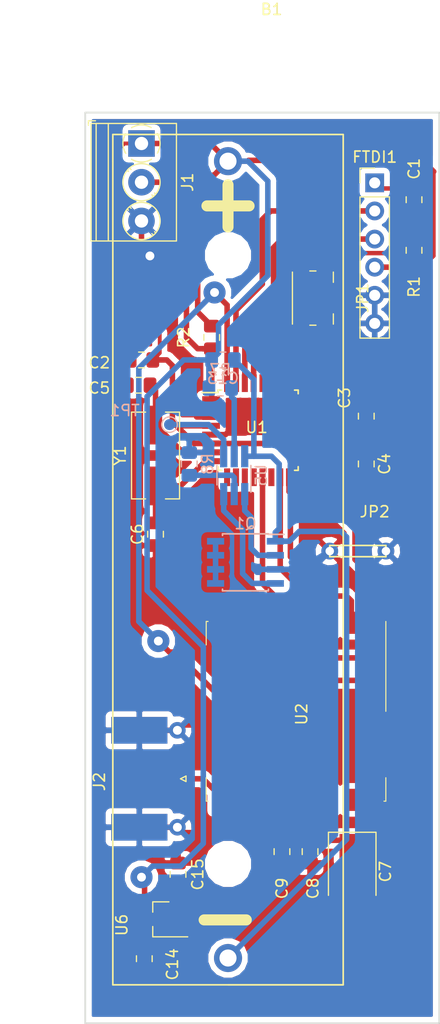
<source format=kicad_pcb>
(kicad_pcb (version 20171130) (host pcbnew "(5.0.0)")

  (general
    (thickness 1.6)
    (drawings 4)
    (tracks 255)
    (zones 0)
    (modules 29)
    (nets 44)
  )

  (page A4)
  (layers
    (0 F.Cu signal)
    (31 B.Cu signal hide)
    (32 B.Adhes user)
    (33 F.Adhes user)
    (34 B.Paste user)
    (35 F.Paste user)
    (36 B.SilkS user)
    (37 F.SilkS user)
    (38 B.Mask user)
    (39 F.Mask user)
    (40 Dwgs.User user)
    (41 Cmts.User user)
    (42 Eco1.User user)
    (43 Eco2.User user)
    (44 Edge.Cuts user)
    (45 Margin user)
    (46 B.CrtYd user)
    (47 F.CrtYd user hide)
    (48 B.Fab user)
    (49 F.Fab user hide)
  )

  (setup
    (last_trace_width 0.5)
    (trace_clearance 0.25)
    (zone_clearance 0.508)
    (zone_45_only no)
    (trace_min 0.2)
    (segment_width 0.2)
    (edge_width 0.15)
    (via_size 2)
    (via_drill 0.8)
    (via_min_size 0.4)
    (via_min_drill 0.3)
    (uvia_size 0.3)
    (uvia_drill 0.1)
    (uvias_allowed no)
    (uvia_min_size 0.2)
    (uvia_min_drill 0.1)
    (pcb_text_width 0.3)
    (pcb_text_size 1.5 1.5)
    (mod_edge_width 0.15)
    (mod_text_size 1 1)
    (mod_text_width 0.15)
    (pad_size 1.5 1.5)
    (pad_drill 0.8)
    (pad_to_mask_clearance 0.2)
    (aux_axis_origin 94.742 128.016)
    (visible_elements 7FFFFFFF)
    (pcbplotparams
      (layerselection 0x01000_ffffffff)
      (usegerberextensions false)
      (usegerberattributes false)
      (usegerberadvancedattributes false)
      (creategerberjobfile false)
      (excludeedgelayer true)
      (linewidth 0.100000)
      (plotframeref false)
      (viasonmask false)
      (mode 1)
      (useauxorigin true)
      (hpglpennumber 1)
      (hpglpenspeed 20)
      (hpglpendiameter 15.000000)
      (psnegative false)
      (psa4output false)
      (plotreference true)
      (plotvalue true)
      (plotinvisibletext false)
      (padsonsilk false)
      (subtractmaskfromsilk false)
      (outputformat 1)
      (mirror false)
      (drillshape 0)
      (scaleselection 1)
      (outputdirectory ""))
  )

  (net 0 "")
  (net 1 +BATT)
  (net 2 "Net-(B1-Pad2)")
  (net 3 reset_in)
  (net 4 RST)
  (net 5 GND)
  (net 6 "Net-(C3-Pad1)")
  (net 7 "Net-(C5-Pad2)")
  (net 8 "Net-(C6-Pad2)")
  (net 9 +3V3)
  (net 10 "Net-(J1-Pad2)")
  (net 11 "Net-(R7-Pad1)")
  (net 12 "Net-(R8-Pad1)")
  (net 13 MISO)
  (net 14 MOSI)
  (net 15 SCK)
  (net 16 LoRaSS)
  (net 17 LoRaReset)
  (net 18 "Net-(U2-Pad7)")
  (net 19 "Net-(U2-Pad11)")
  (net 20 "Net-(U2-Pad12)")
  (net 21 LoRa_INT)
  (net 22 "Net-(U2-Pad15)")
  (net 23 "Net-(U2-Pad16)")
  (net 24 "Net-(TP1-Pad1)")
  (net 25 "Net-(Q1-Pad2)")
  (net 26 "Net-(Q1-Pad4)")
  (net 27 "Net-(Q1-Pad5)")
  (net 28 "Net-(U1-Pad2)")
  (net 29 "Net-(U1-Pad9)")
  (net 30 "Net-(U1-Pad10)")
  (net 31 "Net-(U1-Pad11)")
  (net 32 "Net-(U1-Pad12)")
  (net 33 "Net-(U1-Pad14)")
  (net 34 "Net-(U1-Pad19)")
  (net 35 "Net-(U1-Pad22)")
  (net 36 "Net-(U1-Pad24)")
  (net 37 "Net-(U1-Pad25)")
  (net 38 "Net-(U1-Pad26)")
  (net 39 sda)
  (net 40 scl)
  (net 41 RXI)
  (net 42 TX0)
  (net 43 "Net-(J2-Pad1)")

  (net_class Default "This is the default net class."
    (clearance 0.25)
    (trace_width 0.5)
    (via_dia 2)
    (via_drill 0.8)
    (uvia_dia 0.3)
    (uvia_drill 0.1)
    (add_net +3V3)
    (add_net +BATT)
    (add_net GND)
    (add_net LoRaReset)
    (add_net LoRaSS)
    (add_net LoRa_INT)
    (add_net MISO)
    (add_net MOSI)
    (add_net "Net-(B1-Pad2)")
    (add_net "Net-(C3-Pad1)")
    (add_net "Net-(C5-Pad2)")
    (add_net "Net-(C6-Pad2)")
    (add_net "Net-(J1-Pad2)")
    (add_net "Net-(J2-Pad1)")
    (add_net "Net-(Q1-Pad2)")
    (add_net "Net-(Q1-Pad4)")
    (add_net "Net-(Q1-Pad5)")
    (add_net "Net-(R7-Pad1)")
    (add_net "Net-(R8-Pad1)")
    (add_net "Net-(TP1-Pad1)")
    (add_net "Net-(U1-Pad10)")
    (add_net "Net-(U1-Pad11)")
    (add_net "Net-(U1-Pad12)")
    (add_net "Net-(U1-Pad14)")
    (add_net "Net-(U1-Pad19)")
    (add_net "Net-(U1-Pad2)")
    (add_net "Net-(U1-Pad22)")
    (add_net "Net-(U1-Pad24)")
    (add_net "Net-(U1-Pad25)")
    (add_net "Net-(U1-Pad26)")
    (add_net "Net-(U1-Pad9)")
    (add_net "Net-(U2-Pad11)")
    (add_net "Net-(U2-Pad12)")
    (add_net "Net-(U2-Pad15)")
    (add_net "Net-(U2-Pad16)")
    (add_net "Net-(U2-Pad7)")
    (add_net RST)
    (add_net RXI)
    (add_net SCK)
    (add_net TX0)
    (add_net reset_in)
    (add_net scl)
    (add_net sda)
  )

  (module Libs:JUMPER_5MM (layer F.Cu) (tedit 59F4D5AA) (tstamp 5B874C11)
    (at 120.904 84.328)
    (path /5B64D175)
    (fp_text reference JP2 (at 0 -2.54) (layer F.SilkS)
      (effects (font (size 1 1) (thickness 0.15)))
    )
    (fp_text value Jumper (at -1.524 2.794) (layer F.Fab)
      (effects (font (size 1 1) (thickness 0.15)))
    )
    (fp_line (start -4.064 0.508) (end 1.016 0.508) (layer F.SilkS) (width 0.15))
    (fp_line (start 1.016 0.508) (end 1.016 1.524) (layer F.SilkS) (width 0.15))
    (fp_line (start 1.016 1.524) (end -4.064 1.524) (layer F.SilkS) (width 0.15))
    (fp_line (start -4.064 1.524) (end -4.064 0.508) (layer F.SilkS) (width 0.15))
    (pad 1 thru_hole circle (at -4.064 1.016) (size 1.524 1.524) (drill 0.762) (layers *.Cu *.Mask)
      (net 5 GND))
    (pad 2 thru_hole circle (at 1.016 1.016) (size 1.524 1.524) (drill 0.762) (layers *.Cu *.Mask)
      (net 5 GND))
  )

  (module Button_Switch_SMD:Panasonic_EVQPUJ_EVQPUA (layer F.Cu) (tedit 5A02FC95) (tstamp 5B86C2EA)
    (at 115.316 62.484 270)
    (descr http://industrial.panasonic.com/cdbs/www-data/pdf/ATV0000/ATV0000CE5.pdf)
    (tags "SMD SMT SPST EVQPUJ EVQPUA")
    (path /5B6307B7)
    (attr smd)
    (fp_text reference JP1 (at 0 -4.5 270) (layer F.SilkS)
      (effects (font (size 1 1) (thickness 0.15)))
    )
    (fp_text value Jumper (at 0 3.5 270) (layer F.Fab)
      (effects (font (size 1 1) (thickness 0.15)))
    )
    (fp_text user %R (at 0 0 270) (layer F.Fab)
      (effects (font (size 1 1) (thickness 0.15)))
    )
    (fp_line (start 3.9 2.25) (end 3.9 -3.25) (layer F.CrtYd) (width 0.05))
    (fp_line (start 2.35 -1.85) (end 1.425 -1.85) (layer F.SilkS) (width 0.12))
    (fp_line (start 2.35 1.85) (end -2.35 1.85) (layer F.SilkS) (width 0.12))
    (fp_line (start -2.45 0.275) (end -2.45 -0.275) (layer F.SilkS) (width 0.12))
    (fp_line (start -1.3 -2.75) (end -1.3 -1.75) (layer F.Fab) (width 0.1))
    (fp_line (start 1.3 -2.75) (end 1.3 -1.75) (layer F.Fab) (width 0.1))
    (fp_line (start 1.3 -2.75) (end -1.3 -2.75) (layer F.Fab) (width 0.1))
    (fp_line (start 2.35 1.75) (end 2.35 -1.75) (layer F.Fab) (width 0.1))
    (fp_line (start -2.35 1.75) (end -2.35 -1.75) (layer F.Fab) (width 0.1))
    (fp_line (start 2.35 -1.75) (end -2.35 -1.75) (layer F.Fab) (width 0.1))
    (fp_line (start 2.35 1.75) (end -2.35 1.75) (layer F.Fab) (width 0.1))
    (fp_line (start 2.45 0.275) (end 2.45 -0.275) (layer F.SilkS) (width 0.12))
    (fp_line (start -1.425 -1.85) (end -2.35 -1.85) (layer F.SilkS) (width 0.12))
    (fp_line (start -3.9 2.25) (end -3.9 -3.25) (layer F.CrtYd) (width 0.05))
    (fp_line (start 3.9 2.25) (end -3.9 2.25) (layer F.CrtYd) (width 0.05))
    (fp_line (start 3.9 -3.25) (end -3.9 -3.25) (layer F.CrtYd) (width 0.05))
    (pad 2 smd rect (at 2.625 0.85 90) (size 1.55 1) (layers F.Cu F.Paste F.Mask)
      (net 5 GND))
    (pad 2 smd rect (at -2.625 0.85 90) (size 1.55 1) (layers F.Cu F.Paste F.Mask)
      (net 5 GND))
    (pad 1 smd rect (at -2.625 -0.85 90) (size 1.55 1) (layers F.Cu F.Paste F.Mask)
      (net 3 reset_in))
    (pad 1 smd rect (at 2.625 -0.85 90) (size 1.55 1) (layers F.Cu F.Paste F.Mask)
      (net 3 reset_in))
    (model ${KISYS3DMOD}/Button_Switch_SMD.3dshapes/Panasonic_EVQPUJ_EVQPUA.wrl
      (at (xyz 0 0 0))
      (scale (xyz 1 1 1))
      (rotate (xyz 0 0 0))
    )
  )

  (module Capacitor_SMD:C_0805_2012Metric_Pad1.15x1.40mm_HandSolder (layer F.Cu) (tedit 5B36C52B) (tstamp 5B86C2D1)
    (at 124.46 53.594 270)
    (descr "Capacitor SMD 0805 (2012 Metric), square (rectangular) end terminal, IPC_7351 nominal with elongated pad for handsoldering. (Body size source: https://docs.google.com/spreadsheets/d/1BsfQQcO9C6DZCsRaXUlFlo91Tg2WpOkGARC1WS5S8t0/edit?usp=sharing), generated with kicad-footprint-generator")
    (tags "capacitor handsolder")
    (path /5B63086C)
    (attr smd)
    (fp_text reference C1 (at -2.794 0 270) (layer F.SilkS)
      (effects (font (size 1 1) (thickness 0.15)))
    )
    (fp_text value C (at 0.254 -1.778 270) (layer F.Fab)
      (effects (font (size 1 1) (thickness 0.15)))
    )
    (fp_line (start -1 0.6) (end -1 -0.6) (layer F.Fab) (width 0.1))
    (fp_line (start -1 -0.6) (end 1 -0.6) (layer F.Fab) (width 0.1))
    (fp_line (start 1 -0.6) (end 1 0.6) (layer F.Fab) (width 0.1))
    (fp_line (start 1 0.6) (end -1 0.6) (layer F.Fab) (width 0.1))
    (fp_line (start -0.261252 -0.71) (end 0.261252 -0.71) (layer F.SilkS) (width 0.12))
    (fp_line (start -0.261252 0.71) (end 0.261252 0.71) (layer F.SilkS) (width 0.12))
    (fp_line (start -1.85 0.95) (end -1.85 -0.95) (layer F.CrtYd) (width 0.05))
    (fp_line (start -1.85 -0.95) (end 1.85 -0.95) (layer F.CrtYd) (width 0.05))
    (fp_line (start 1.85 -0.95) (end 1.85 0.95) (layer F.CrtYd) (width 0.05))
    (fp_line (start 1.85 0.95) (end -1.85 0.95) (layer F.CrtYd) (width 0.05))
    (fp_text user %R (at 0 0 270) (layer F.Fab)
      (effects (font (size 0.5 0.5) (thickness 0.08)))
    )
    (pad 1 smd roundrect (at -1.025 0 270) (size 1.15 1.4) (layers F.Cu F.Paste F.Mask) (roundrect_rratio 0.217391)
      (net 4 RST))
    (pad 2 smd roundrect (at 1.025 0 270) (size 1.15 1.4) (layers F.Cu F.Paste F.Mask) (roundrect_rratio 0.217391)
      (net 3 reset_in))
    (model ${KISYS3DMOD}/Capacitor_SMD.3dshapes/C_0805_2012Metric.wrl
      (at (xyz 0 0 0))
      (scale (xyz 1 1 1))
      (rotate (xyz 0 0 0))
    )
  )

  (module Capacitor_SMD:C_0805_2012Metric_Pad1.15x1.40mm_HandSolder (layer F.Cu) (tedit 5B36C52B) (tstamp 5B630EF0)
    (at 99.822 68.072 180)
    (descr "Capacitor SMD 0805 (2012 Metric), square (rectangular) end terminal, IPC_7351 nominal with elongated pad for handsoldering. (Body size source: https://docs.google.com/spreadsheets/d/1BsfQQcO9C6DZCsRaXUlFlo91Tg2WpOkGARC1WS5S8t0/edit?usp=sharing), generated with kicad-footprint-generator")
    (tags "capacitor handsolder")
    (path /5B622F49)
    (attr smd)
    (fp_text reference C2 (at 3.81 -0.254 180) (layer F.SilkS)
      (effects (font (size 1 1) (thickness 0.15)))
    )
    (fp_text value C (at 3.556 0 180) (layer F.Fab)
      (effects (font (size 1 1) (thickness 0.15)))
    )
    (fp_text user %R (at 0 0 180) (layer F.Fab)
      (effects (font (size 0.5 0.5) (thickness 0.08)))
    )
    (fp_line (start 1.85 0.95) (end -1.85 0.95) (layer F.CrtYd) (width 0.05))
    (fp_line (start 1.85 -0.95) (end 1.85 0.95) (layer F.CrtYd) (width 0.05))
    (fp_line (start -1.85 -0.95) (end 1.85 -0.95) (layer F.CrtYd) (width 0.05))
    (fp_line (start -1.85 0.95) (end -1.85 -0.95) (layer F.CrtYd) (width 0.05))
    (fp_line (start -0.261252 0.71) (end 0.261252 0.71) (layer F.SilkS) (width 0.12))
    (fp_line (start -0.261252 -0.71) (end 0.261252 -0.71) (layer F.SilkS) (width 0.12))
    (fp_line (start 1 0.6) (end -1 0.6) (layer F.Fab) (width 0.1))
    (fp_line (start 1 -0.6) (end 1 0.6) (layer F.Fab) (width 0.1))
    (fp_line (start -1 -0.6) (end 1 -0.6) (layer F.Fab) (width 0.1))
    (fp_line (start -1 0.6) (end -1 -0.6) (layer F.Fab) (width 0.1))
    (pad 2 smd roundrect (at 1.025 0 180) (size 1.15 1.4) (layers F.Cu F.Paste F.Mask) (roundrect_rratio 0.217391)
      (net 5 GND))
    (pad 1 smd roundrect (at -1.025 0 180) (size 1.15 1.4) (layers F.Cu F.Paste F.Mask) (roundrect_rratio 0.217391)
      (net 1 +BATT))
    (model ${KISYS3DMOD}/Capacitor_SMD.3dshapes/C_0805_2012Metric.wrl
      (at (xyz 0 0 0))
      (scale (xyz 1 1 1))
      (rotate (xyz 0 0 0))
    )
  )

  (module Capacitor_SMD:C_0805_2012Metric_Pad1.15x1.40mm_HandSolder (layer F.Cu) (tedit 5B36C52B) (tstamp 5B86C2AF)
    (at 120.142 73.152 90)
    (descr "Capacitor SMD 0805 (2012 Metric), square (rectangular) end terminal, IPC_7351 nominal with elongated pad for handsoldering. (Body size source: https://docs.google.com/spreadsheets/d/1BsfQQcO9C6DZCsRaXUlFlo91Tg2WpOkGARC1WS5S8t0/edit?usp=sharing), generated with kicad-footprint-generator")
    (tags "capacitor handsolder")
    (path /5B62300B)
    (attr smd)
    (fp_text reference C3 (at 1.639999 -1.975001 90) (layer F.SilkS)
      (effects (font (size 1 1) (thickness 0.15)))
    )
    (fp_text value C (at 0 1.65 90) (layer F.Fab)
      (effects (font (size 1 1) (thickness 0.15)))
    )
    (fp_line (start -1 0.6) (end -1 -0.6) (layer F.Fab) (width 0.1))
    (fp_line (start -1 -0.6) (end 1 -0.6) (layer F.Fab) (width 0.1))
    (fp_line (start 1 -0.6) (end 1 0.6) (layer F.Fab) (width 0.1))
    (fp_line (start 1 0.6) (end -1 0.6) (layer F.Fab) (width 0.1))
    (fp_line (start -0.261252 -0.71) (end 0.261252 -0.71) (layer F.SilkS) (width 0.12))
    (fp_line (start -0.261252 0.71) (end 0.261252 0.71) (layer F.SilkS) (width 0.12))
    (fp_line (start -1.85 0.95) (end -1.85 -0.95) (layer F.CrtYd) (width 0.05))
    (fp_line (start -1.85 -0.95) (end 1.85 -0.95) (layer F.CrtYd) (width 0.05))
    (fp_line (start 1.85 -0.95) (end 1.85 0.95) (layer F.CrtYd) (width 0.05))
    (fp_line (start 1.85 0.95) (end -1.85 0.95) (layer F.CrtYd) (width 0.05))
    (fp_text user %R (at 0 0 90) (layer F.Fab)
      (effects (font (size 0.5 0.5) (thickness 0.08)))
    )
    (pad 1 smd roundrect (at -1.025 0 90) (size 1.15 1.4) (layers F.Cu F.Paste F.Mask) (roundrect_rratio 0.217391)
      (net 6 "Net-(C3-Pad1)"))
    (pad 2 smd roundrect (at 1.025 0 90) (size 1.15 1.4) (layers F.Cu F.Paste F.Mask) (roundrect_rratio 0.217391)
      (net 5 GND))
    (model ${KISYS3DMOD}/Capacitor_SMD.3dshapes/C_0805_2012Metric.wrl
      (at (xyz 0 0 0))
      (scale (xyz 1 1 1))
      (rotate (xyz 0 0 0))
    )
  )

  (module Capacitor_SMD:C_0805_2012Metric_Pad1.15x1.40mm_HandSolder (layer F.Cu) (tedit 5B36C52B) (tstamp 5B86C29E)
    (at 120.142 77.47 270)
    (descr "Capacitor SMD 0805 (2012 Metric), square (rectangular) end terminal, IPC_7351 nominal with elongated pad for handsoldering. (Body size source: https://docs.google.com/spreadsheets/d/1BsfQQcO9C6DZCsRaXUlFlo91Tg2WpOkGARC1WS5S8t0/edit?usp=sharing), generated with kicad-footprint-generator")
    (tags "capacitor handsolder")
    (path /5B622FD5)
    (attr smd)
    (fp_text reference C4 (at 0 -1.65 270) (layer F.SilkS)
      (effects (font (size 1 1) (thickness 0.15)))
    )
    (fp_text value C (at 0 1.65 270) (layer F.Fab)
      (effects (font (size 1 1) (thickness 0.15)))
    )
    (fp_text user %R (at 0 0 270) (layer F.Fab)
      (effects (font (size 0.5 0.5) (thickness 0.08)))
    )
    (fp_line (start 1.85 0.95) (end -1.85 0.95) (layer F.CrtYd) (width 0.05))
    (fp_line (start 1.85 -0.95) (end 1.85 0.95) (layer F.CrtYd) (width 0.05))
    (fp_line (start -1.85 -0.95) (end 1.85 -0.95) (layer F.CrtYd) (width 0.05))
    (fp_line (start -1.85 0.95) (end -1.85 -0.95) (layer F.CrtYd) (width 0.05))
    (fp_line (start -0.261252 0.71) (end 0.261252 0.71) (layer F.SilkS) (width 0.12))
    (fp_line (start -0.261252 -0.71) (end 0.261252 -0.71) (layer F.SilkS) (width 0.12))
    (fp_line (start 1 0.6) (end -1 0.6) (layer F.Fab) (width 0.1))
    (fp_line (start 1 -0.6) (end 1 0.6) (layer F.Fab) (width 0.1))
    (fp_line (start -1 -0.6) (end 1 -0.6) (layer F.Fab) (width 0.1))
    (fp_line (start -1 0.6) (end -1 -0.6) (layer F.Fab) (width 0.1))
    (pad 2 smd roundrect (at 1.025 0 270) (size 1.15 1.4) (layers F.Cu F.Paste F.Mask) (roundrect_rratio 0.217391)
      (net 5 GND))
    (pad 1 smd roundrect (at -1.025 0 270) (size 1.15 1.4) (layers F.Cu F.Paste F.Mask) (roundrect_rratio 0.217391)
      (net 1 +BATT))
    (model ${KISYS3DMOD}/Capacitor_SMD.3dshapes/C_0805_2012Metric.wrl
      (at (xyz 0 0 0))
      (scale (xyz 1 1 1))
      (rotate (xyz 0 0 0))
    )
  )

  (module Capacitor_SMD:C_0805_2012Metric_Pad1.15x1.40mm_HandSolder (layer F.Cu) (tedit 5B36C52B) (tstamp 5B86C28D)
    (at 99.568 70.358)
    (descr "Capacitor SMD 0805 (2012 Metric), square (rectangular) end terminal, IPC_7351 nominal with elongated pad for handsoldering. (Body size source: https://docs.google.com/spreadsheets/d/1BsfQQcO9C6DZCsRaXUlFlo91Tg2WpOkGARC1WS5S8t0/edit?usp=sharing), generated with kicad-footprint-generator")
    (tags "capacitor handsolder")
    (path /5B631105)
    (attr smd)
    (fp_text reference C5 (at -3.556 0.254) (layer F.SilkS)
      (effects (font (size 1 1) (thickness 0.15)))
    )
    (fp_text value 22p (at -3.302 0) (layer F.Fab)
      (effects (font (size 1 1) (thickness 0.15)))
    )
    (fp_line (start -1 0.6) (end -1 -0.6) (layer F.Fab) (width 0.1))
    (fp_line (start -1 -0.6) (end 1 -0.6) (layer F.Fab) (width 0.1))
    (fp_line (start 1 -0.6) (end 1 0.6) (layer F.Fab) (width 0.1))
    (fp_line (start 1 0.6) (end -1 0.6) (layer F.Fab) (width 0.1))
    (fp_line (start -0.261252 -0.71) (end 0.261252 -0.71) (layer F.SilkS) (width 0.12))
    (fp_line (start -0.261252 0.71) (end 0.261252 0.71) (layer F.SilkS) (width 0.12))
    (fp_line (start -1.85 0.95) (end -1.85 -0.95) (layer F.CrtYd) (width 0.05))
    (fp_line (start -1.85 -0.95) (end 1.85 -0.95) (layer F.CrtYd) (width 0.05))
    (fp_line (start 1.85 -0.95) (end 1.85 0.95) (layer F.CrtYd) (width 0.05))
    (fp_line (start 1.85 0.95) (end -1.85 0.95) (layer F.CrtYd) (width 0.05))
    (fp_text user %R (at 0 0) (layer F.Fab)
      (effects (font (size 0.5 0.5) (thickness 0.08)))
    )
    (pad 1 smd roundrect (at -1.025 0) (size 1.15 1.4) (layers F.Cu F.Paste F.Mask) (roundrect_rratio 0.217391)
      (net 5 GND))
    (pad 2 smd roundrect (at 1.025 0) (size 1.15 1.4) (layers F.Cu F.Paste F.Mask) (roundrect_rratio 0.217391)
      (net 7 "Net-(C5-Pad2)"))
    (model ${KISYS3DMOD}/Capacitor_SMD.3dshapes/C_0805_2012Metric.wrl
      (at (xyz 0 0 0))
      (scale (xyz 1 1 1))
      (rotate (xyz 0 0 0))
    )
  )

  (module Capacitor_SMD:C_0805_2012Metric_Pad1.15x1.40mm_HandSolder (layer F.Cu) (tedit 5B36C52B) (tstamp 5B86C27C)
    (at 101.092 83.82 90)
    (descr "Capacitor SMD 0805 (2012 Metric), square (rectangular) end terminal, IPC_7351 nominal with elongated pad for handsoldering. (Body size source: https://docs.google.com/spreadsheets/d/1BsfQQcO9C6DZCsRaXUlFlo91Tg2WpOkGARC1WS5S8t0/edit?usp=sharing), generated with kicad-footprint-generator")
    (tags "capacitor handsolder")
    (path /5B631171)
    (attr smd)
    (fp_text reference C6 (at 0 -1.65 90) (layer F.SilkS)
      (effects (font (size 1 1) (thickness 0.15)))
    )
    (fp_text value 22p (at 0 1.65 90) (layer F.Fab)
      (effects (font (size 1 1) (thickness 0.15)))
    )
    (fp_text user %R (at 0 0 90) (layer F.Fab)
      (effects (font (size 0.5 0.5) (thickness 0.08)))
    )
    (fp_line (start 1.85 0.95) (end -1.85 0.95) (layer F.CrtYd) (width 0.05))
    (fp_line (start 1.85 -0.95) (end 1.85 0.95) (layer F.CrtYd) (width 0.05))
    (fp_line (start -1.85 -0.95) (end 1.85 -0.95) (layer F.CrtYd) (width 0.05))
    (fp_line (start -1.85 0.95) (end -1.85 -0.95) (layer F.CrtYd) (width 0.05))
    (fp_line (start -0.261252 0.71) (end 0.261252 0.71) (layer F.SilkS) (width 0.12))
    (fp_line (start -0.261252 -0.71) (end 0.261252 -0.71) (layer F.SilkS) (width 0.12))
    (fp_line (start 1 0.6) (end -1 0.6) (layer F.Fab) (width 0.1))
    (fp_line (start 1 -0.6) (end 1 0.6) (layer F.Fab) (width 0.1))
    (fp_line (start -1 -0.6) (end 1 -0.6) (layer F.Fab) (width 0.1))
    (fp_line (start -1 0.6) (end -1 -0.6) (layer F.Fab) (width 0.1))
    (pad 2 smd roundrect (at 1.025 0 90) (size 1.15 1.4) (layers F.Cu F.Paste F.Mask) (roundrect_rratio 0.217391)
      (net 8 "Net-(C6-Pad2)"))
    (pad 1 smd roundrect (at -1.025 0 90) (size 1.15 1.4) (layers F.Cu F.Paste F.Mask) (roundrect_rratio 0.217391)
      (net 5 GND))
    (model ${KISYS3DMOD}/Capacitor_SMD.3dshapes/C_0805_2012Metric.wrl
      (at (xyz 0 0 0))
      (scale (xyz 1 1 1))
      (rotate (xyz 0 0 0))
    )
  )

  (module Capacitor_SMD:C_0805_2012Metric_Pad1.15x1.40mm_HandSolder (layer F.Cu) (tedit 5B36C52B) (tstamp 5B86C26B)
    (at 115.062 112.5 270)
    (descr "Capacitor SMD 0805 (2012 Metric), square (rectangular) end terminal, IPC_7351 nominal with elongated pad for handsoldering. (Body size source: https://docs.google.com/spreadsheets/d/1BsfQQcO9C6DZCsRaXUlFlo91Tg2WpOkGARC1WS5S8t0/edit?usp=sharing), generated with kicad-footprint-generator")
    (tags "capacitor handsolder")
    (path /5B632554)
    (attr smd)
    (fp_text reference C8 (at 3.324 -0.254 270) (layer F.SilkS)
      (effects (font (size 1 1) (thickness 0.15)))
    )
    (fp_text value 10u (at 5.864 0.254 270) (layer F.Fab)
      (effects (font (size 1 1) (thickness 0.15)))
    )
    (fp_line (start -1 0.6) (end -1 -0.6) (layer F.Fab) (width 0.1))
    (fp_line (start -1 -0.6) (end 1 -0.6) (layer F.Fab) (width 0.1))
    (fp_line (start 1 -0.6) (end 1 0.6) (layer F.Fab) (width 0.1))
    (fp_line (start 1 0.6) (end -1 0.6) (layer F.Fab) (width 0.1))
    (fp_line (start -0.261252 -0.71) (end 0.261252 -0.71) (layer F.SilkS) (width 0.12))
    (fp_line (start -0.261252 0.71) (end 0.261252 0.71) (layer F.SilkS) (width 0.12))
    (fp_line (start -1.85 0.95) (end -1.85 -0.95) (layer F.CrtYd) (width 0.05))
    (fp_line (start -1.85 -0.95) (end 1.85 -0.95) (layer F.CrtYd) (width 0.05))
    (fp_line (start 1.85 -0.95) (end 1.85 0.95) (layer F.CrtYd) (width 0.05))
    (fp_line (start 1.85 0.95) (end -1.85 0.95) (layer F.CrtYd) (width 0.05))
    (fp_text user %R (at 0 0 270) (layer F.Fab)
      (effects (font (size 0.5 0.5) (thickness 0.08)))
    )
    (pad 1 smd roundrect (at -1.025 0 270) (size 1.15 1.4) (layers F.Cu F.Paste F.Mask) (roundrect_rratio 0.217391)
      (net 9 +3V3))
    (pad 2 smd roundrect (at 1.025 0 270) (size 1.15 1.4) (layers F.Cu F.Paste F.Mask) (roundrect_rratio 0.217391)
      (net 5 GND))
    (model ${KISYS3DMOD}/Capacitor_SMD.3dshapes/C_0805_2012Metric.wrl
      (at (xyz 0 0 0))
      (scale (xyz 1 1 1))
      (rotate (xyz 0 0 0))
    )
  )

  (module Capacitor_SMD:C_0805_2012Metric_Pad1.15x1.40mm_HandSolder (layer F.Cu) (tedit 5B36C52B) (tstamp 5B86C25A)
    (at 112.522 112.5 270)
    (descr "Capacitor SMD 0805 (2012 Metric), square (rectangular) end terminal, IPC_7351 nominal with elongated pad for handsoldering. (Body size source: https://docs.google.com/spreadsheets/d/1BsfQQcO9C6DZCsRaXUlFlo91Tg2WpOkGARC1WS5S8t0/edit?usp=sharing), generated with kicad-footprint-generator")
    (tags "capacitor handsolder")
    (path /5B6325B0)
    (attr smd)
    (fp_text reference C9 (at 3.324 0 270) (layer F.SilkS)
      (effects (font (size 1 1) (thickness 0.15)))
    )
    (fp_text value 100n (at 6.372 0 270) (layer F.Fab)
      (effects (font (size 1 1) (thickness 0.15)))
    )
    (fp_text user %R (at 0 0 270) (layer F.Fab)
      (effects (font (size 0.5 0.5) (thickness 0.08)))
    )
    (fp_line (start 1.85 0.95) (end -1.85 0.95) (layer F.CrtYd) (width 0.05))
    (fp_line (start 1.85 -0.95) (end 1.85 0.95) (layer F.CrtYd) (width 0.05))
    (fp_line (start -1.85 -0.95) (end 1.85 -0.95) (layer F.CrtYd) (width 0.05))
    (fp_line (start -1.85 0.95) (end -1.85 -0.95) (layer F.CrtYd) (width 0.05))
    (fp_line (start -0.261252 0.71) (end 0.261252 0.71) (layer F.SilkS) (width 0.12))
    (fp_line (start -0.261252 -0.71) (end 0.261252 -0.71) (layer F.SilkS) (width 0.12))
    (fp_line (start 1 0.6) (end -1 0.6) (layer F.Fab) (width 0.1))
    (fp_line (start 1 -0.6) (end 1 0.6) (layer F.Fab) (width 0.1))
    (fp_line (start -1 -0.6) (end 1 -0.6) (layer F.Fab) (width 0.1))
    (fp_line (start -1 0.6) (end -1 -0.6) (layer F.Fab) (width 0.1))
    (pad 2 smd roundrect (at 1.025 0 270) (size 1.15 1.4) (layers F.Cu F.Paste F.Mask) (roundrect_rratio 0.217391)
      (net 5 GND))
    (pad 1 smd roundrect (at -1.025 0 270) (size 1.15 1.4) (layers F.Cu F.Paste F.Mask) (roundrect_rratio 0.217391)
      (net 9 +3V3))
    (model ${KISYS3DMOD}/Capacitor_SMD.3dshapes/C_0805_2012Metric.wrl
      (at (xyz 0 0 0))
      (scale (xyz 1 1 1))
      (rotate (xyz 0 0 0))
    )
  )

  (module Capacitor_SMD:C_0805_2012Metric_Pad1.15x1.40mm_HandSolder (layer B.Cu) (tedit 5B36C52B) (tstamp 5B86C249)
    (at 107.188 68.072)
    (descr "Capacitor SMD 0805 (2012 Metric), square (rectangular) end terminal, IPC_7351 nominal with elongated pad for handsoldering. (Body size source: https://docs.google.com/spreadsheets/d/1BsfQQcO9C6DZCsRaXUlFlo91Tg2WpOkGARC1WS5S8t0/edit?usp=sharing), generated with kicad-footprint-generator")
    (tags "capacitor handsolder")
    (path /5B61F98E/5B6285F5)
    (attr smd)
    (fp_text reference C13 (at 0 1.65) (layer B.SilkS)
      (effects (font (size 1 1) (thickness 0.15)) (justify mirror))
    )
    (fp_text value 100n (at 4.572 -0.254) (layer B.Fab)
      (effects (font (size 1 1) (thickness 0.15)) (justify mirror))
    )
    (fp_line (start -1 -0.6) (end -1 0.6) (layer B.Fab) (width 0.1))
    (fp_line (start -1 0.6) (end 1 0.6) (layer B.Fab) (width 0.1))
    (fp_line (start 1 0.6) (end 1 -0.6) (layer B.Fab) (width 0.1))
    (fp_line (start 1 -0.6) (end -1 -0.6) (layer B.Fab) (width 0.1))
    (fp_line (start -0.261252 0.71) (end 0.261252 0.71) (layer B.SilkS) (width 0.12))
    (fp_line (start -0.261252 -0.71) (end 0.261252 -0.71) (layer B.SilkS) (width 0.12))
    (fp_line (start -1.85 -0.95) (end -1.85 0.95) (layer B.CrtYd) (width 0.05))
    (fp_line (start -1.85 0.95) (end 1.85 0.95) (layer B.CrtYd) (width 0.05))
    (fp_line (start 1.85 0.95) (end 1.85 -0.95) (layer B.CrtYd) (width 0.05))
    (fp_line (start 1.85 -0.95) (end -1.85 -0.95) (layer B.CrtYd) (width 0.05))
    (fp_text user %R (at 0 0) (layer B.Fab)
      (effects (font (size 0.5 0.5) (thickness 0.08)) (justify mirror))
    )
    (pad 1 smd roundrect (at -1.025 0) (size 1.15 1.4) (layers B.Cu B.Paste B.Mask) (roundrect_rratio 0.217391)
      (net 1 +BATT))
    (pad 2 smd roundrect (at 1.025 0) (size 1.15 1.4) (layers B.Cu B.Paste B.Mask) (roundrect_rratio 0.217391)
      (net 2 "Net-(B1-Pad2)"))
    (model ${KISYS3DMOD}/Capacitor_SMD.3dshapes/C_0805_2012Metric.wrl
      (at (xyz 0 0 0))
      (scale (xyz 1 1 1))
      (rotate (xyz 0 0 0))
    )
  )

  (module Capacitor_SMD:C_0805_2012Metric_Pad1.15x1.40mm_HandSolder (layer F.Cu) (tedit 5B36C52B) (tstamp 5B86C238)
    (at 100.076 122.174 270)
    (descr "Capacitor SMD 0805 (2012 Metric), square (rectangular) end terminal, IPC_7351 nominal with elongated pad for handsoldering. (Body size source: https://docs.google.com/spreadsheets/d/1BsfQQcO9C6DZCsRaXUlFlo91Tg2WpOkGARC1WS5S8t0/edit?usp=sharing), generated with kicad-footprint-generator")
    (tags "capacitor handsolder")
    (path /5B61F98E/5B63C2CA)
    (attr smd)
    (fp_text reference C14 (at 0.508 -2.54 90) (layer F.SilkS)
      (effects (font (size 1 1) (thickness 0.15)))
    )
    (fp_text value 1u (at 0 1.65 270) (layer F.Fab)
      (effects (font (size 1 1) (thickness 0.15)))
    )
    (fp_text user %R (at 0 0 270) (layer F.Fab)
      (effects (font (size 0.5 0.5) (thickness 0.08)))
    )
    (fp_line (start 1.85 0.95) (end -1.85 0.95) (layer F.CrtYd) (width 0.05))
    (fp_line (start 1.85 -0.95) (end 1.85 0.95) (layer F.CrtYd) (width 0.05))
    (fp_line (start -1.85 -0.95) (end 1.85 -0.95) (layer F.CrtYd) (width 0.05))
    (fp_line (start -1.85 0.95) (end -1.85 -0.95) (layer F.CrtYd) (width 0.05))
    (fp_line (start -0.261252 0.71) (end 0.261252 0.71) (layer F.SilkS) (width 0.12))
    (fp_line (start -0.261252 -0.71) (end 0.261252 -0.71) (layer F.SilkS) (width 0.12))
    (fp_line (start 1 0.6) (end -1 0.6) (layer F.Fab) (width 0.1))
    (fp_line (start 1 -0.6) (end 1 0.6) (layer F.Fab) (width 0.1))
    (fp_line (start -1 -0.6) (end 1 -0.6) (layer F.Fab) (width 0.1))
    (fp_line (start -1 0.6) (end -1 -0.6) (layer F.Fab) (width 0.1))
    (pad 2 smd roundrect (at 1.025 0 270) (size 1.15 1.4) (layers F.Cu F.Paste F.Mask) (roundrect_rratio 0.217391)
      (net 5 GND))
    (pad 1 smd roundrect (at -1.025 0 270) (size 1.15 1.4) (layers F.Cu F.Paste F.Mask) (roundrect_rratio 0.217391)
      (net 1 +BATT))
    (model ${KISYS3DMOD}/Capacitor_SMD.3dshapes/C_0805_2012Metric.wrl
      (at (xyz 0 0 0))
      (scale (xyz 1 1 1))
      (rotate (xyz 0 0 0))
    )
  )

  (module Capacitor_SMD:C_0805_2012Metric_Pad1.15x1.40mm_HandSolder (layer F.Cu) (tedit 5B36C52B) (tstamp 5B86C227)
    (at 103.124 114.554 90)
    (descr "Capacitor SMD 0805 (2012 Metric), square (rectangular) end terminal, IPC_7351 nominal with elongated pad for handsoldering. (Body size source: https://docs.google.com/spreadsheets/d/1BsfQQcO9C6DZCsRaXUlFlo91Tg2WpOkGARC1WS5S8t0/edit?usp=sharing), generated with kicad-footprint-generator")
    (tags "capacitor handsolder")
    (path /5B61F98E/5B63C42D)
    (attr smd)
    (fp_text reference C15 (at 0 1.778 90) (layer F.SilkS)
      (effects (font (size 1 1) (thickness 0.15)))
    )
    (fp_text value 1u (at -0.254 -2.54 90) (layer F.Fab)
      (effects (font (size 1 1) (thickness 0.15)))
    )
    (fp_line (start -1 0.6) (end -1 -0.6) (layer F.Fab) (width 0.1))
    (fp_line (start -1 -0.6) (end 1 -0.6) (layer F.Fab) (width 0.1))
    (fp_line (start 1 -0.6) (end 1 0.6) (layer F.Fab) (width 0.1))
    (fp_line (start 1 0.6) (end -1 0.6) (layer F.Fab) (width 0.1))
    (fp_line (start -0.261252 -0.71) (end 0.261252 -0.71) (layer F.SilkS) (width 0.12))
    (fp_line (start -0.261252 0.71) (end 0.261252 0.71) (layer F.SilkS) (width 0.12))
    (fp_line (start -1.85 0.95) (end -1.85 -0.95) (layer F.CrtYd) (width 0.05))
    (fp_line (start -1.85 -0.95) (end 1.85 -0.95) (layer F.CrtYd) (width 0.05))
    (fp_line (start 1.85 -0.95) (end 1.85 0.95) (layer F.CrtYd) (width 0.05))
    (fp_line (start 1.85 0.95) (end -1.85 0.95) (layer F.CrtYd) (width 0.05))
    (fp_text user %R (at 0 0 90) (layer F.Fab)
      (effects (font (size 0.5 0.5) (thickness 0.08)))
    )
    (pad 1 smd roundrect (at -1.025 0 90) (size 1.15 1.4) (layers F.Cu F.Paste F.Mask) (roundrect_rratio 0.217391)
      (net 9 +3V3))
    (pad 2 smd roundrect (at 1.025 0 90) (size 1.15 1.4) (layers F.Cu F.Paste F.Mask) (roundrect_rratio 0.217391)
      (net 5 GND))
    (model ${KISYS3DMOD}/Capacitor_SMD.3dshapes/C_0805_2012Metric.wrl
      (at (xyz 0 0 0))
      (scale (xyz 1 1 1))
      (rotate (xyz 0 0 0))
    )
  )

  (module Connector_PinHeader_2.54mm:PinHeader_1x06_P2.54mm_Vertical (layer F.Cu) (tedit 59FED5CC) (tstamp 5B86C216)
    (at 120.904 52.07)
    (descr "Through hole straight pin header, 1x06, 2.54mm pitch, single row")
    (tags "Through hole pin header THT 1x06 2.54mm single row")
    (path /5A10DDC1)
    (fp_text reference FTDI1 (at 0 -2.33) (layer F.SilkS)
      (effects (font (size 1 1) (thickness 0.15)))
    )
    (fp_text value FTDI (at 0 15.03) (layer F.Fab)
      (effects (font (size 1 1) (thickness 0.15)))
    )
    (fp_line (start -0.635 -1.27) (end 1.27 -1.27) (layer F.Fab) (width 0.1))
    (fp_line (start 1.27 -1.27) (end 1.27 13.97) (layer F.Fab) (width 0.1))
    (fp_line (start 1.27 13.97) (end -1.27 13.97) (layer F.Fab) (width 0.1))
    (fp_line (start -1.27 13.97) (end -1.27 -0.635) (layer F.Fab) (width 0.1))
    (fp_line (start -1.27 -0.635) (end -0.635 -1.27) (layer F.Fab) (width 0.1))
    (fp_line (start -1.33 14.03) (end 1.33 14.03) (layer F.SilkS) (width 0.12))
    (fp_line (start -1.33 1.27) (end -1.33 14.03) (layer F.SilkS) (width 0.12))
    (fp_line (start 1.33 1.27) (end 1.33 14.03) (layer F.SilkS) (width 0.12))
    (fp_line (start -1.33 1.27) (end 1.33 1.27) (layer F.SilkS) (width 0.12))
    (fp_line (start -1.33 0) (end -1.33 -1.33) (layer F.SilkS) (width 0.12))
    (fp_line (start -1.33 -1.33) (end 0 -1.33) (layer F.SilkS) (width 0.12))
    (fp_line (start -1.8 -1.8) (end -1.8 14.5) (layer F.CrtYd) (width 0.05))
    (fp_line (start -1.8 14.5) (end 1.8 14.5) (layer F.CrtYd) (width 0.05))
    (fp_line (start 1.8 14.5) (end 1.8 -1.8) (layer F.CrtYd) (width 0.05))
    (fp_line (start 1.8 -1.8) (end -1.8 -1.8) (layer F.CrtYd) (width 0.05))
    (fp_text user %R (at 0 6.35 90) (layer F.Fab)
      (effects (font (size 1 1) (thickness 0.15)))
    )
    (pad 1 thru_hole rect (at 0 0) (size 1.7 1.7) (drill 1) (layers *.Cu *.Mask)
      (net 4 RST))
    (pad 2 thru_hole oval (at 0 2.54) (size 1.7 1.7) (drill 1) (layers *.Cu *.Mask)
      (net 42 TX0))
    (pad 3 thru_hole oval (at 0 5.08) (size 1.7 1.7) (drill 1) (layers *.Cu *.Mask)
      (net 41 RXI))
    (pad 4 thru_hole oval (at 0 7.62) (size 1.7 1.7) (drill 1) (layers *.Cu *.Mask)
      (net 1 +BATT))
    (pad 5 thru_hole oval (at 0 10.16) (size 1.7 1.7) (drill 1) (layers *.Cu *.Mask)
      (net 5 GND))
    (pad 6 thru_hole oval (at 0 12.7) (size 1.7 1.7) (drill 1) (layers *.Cu *.Mask)
      (net 5 GND))
    (model ${KISYS3DMOD}/Connector_PinHeader_2.54mm.3dshapes/PinHeader_1x06_P2.54mm_Vertical.wrl
      (at (xyz 0 0 0))
      (scale (xyz 1 1 1))
      (rotate (xyz 0 0 0))
    )
  )

  (module Crystal:Crystal_SMD_ECS_CSM3X-2Pin_7.6x4.1mm (layer F.Cu) (tedit 5AEE9E1A) (tstamp 5B86C1E0)
    (at 101.092 76.708 90)
    (descr http://www.ecsxtal.com/store/pdf/CSM-3X.pdf)
    (tags "Crystal CSM-3X")
    (path /5B6230C9)
    (attr smd)
    (fp_text reference Y1 (at 0 -3.2 90) (layer F.SilkS)
      (effects (font (size 1 1) (thickness 0.15)))
    )
    (fp_text value 8MHz (at 0 3.2 90) (layer F.Fab)
      (effects (font (size 1 1) (thickness 0.15)))
    )
    (fp_line (start -3.8 -2.05) (end 3.8 -2.05) (layer F.Fab) (width 0.1))
    (fp_line (start 3.8 -2.05) (end 3.8 2.05) (layer F.Fab) (width 0.1))
    (fp_line (start 3.8 2.05) (end -3.8 2.05) (layer F.Fab) (width 0.1))
    (fp_line (start -3.8 2.05) (end -3.8 -2.05) (layer F.Fab) (width 0.1))
    (fp_arc (start 1.5 0) (end 1.5 2.05) (angle -180) (layer F.Fab) (width 0.1))
    (fp_arc (start -1.5 0) (end -1.5 -2.05) (angle -180) (layer F.Fab) (width 0.1))
    (fp_text user %R (at 0 -0.05 90) (layer F.Fab)
      (effects (font (size 1 1) (thickness 0.15)))
    )
    (fp_line (start -3.92 -2.17) (end 3.92 -2.17) (layer F.SilkS) (width 0.12))
    (fp_line (start -3.92 -2.17) (end -3.92 -0.9) (layer F.SilkS) (width 0.12))
    (fp_line (start 3.92 -2.17) (end 3.92 -0.9) (layer F.SilkS) (width 0.12))
    (fp_line (start -3.92 2.17) (end 3.92 2.17) (layer F.SilkS) (width 0.12))
    (fp_line (start -3.92 2.17) (end -3.92 0.9) (layer F.SilkS) (width 0.12))
    (fp_line (start 3.92 2.17) (end 3.92 0.9) (layer F.SilkS) (width 0.12))
    (fp_line (start -4.75 -2.3) (end 4.75 -2.3) (layer F.CrtYd) (width 0.05))
    (fp_line (start -4.75 -2.3) (end -4.75 2.3) (layer F.CrtYd) (width 0.05))
    (fp_line (start 4.75 -2.3) (end 4.75 2.3) (layer F.CrtYd) (width 0.05))
    (fp_line (start -4.75 2.3) (end 4.75 2.3) (layer F.CrtYd) (width 0.05))
    (pad 1 smd rect (at -2.75 0 90) (size 3.5 1.2) (layers F.Cu F.Paste F.Mask)
      (net 8 "Net-(C6-Pad2)"))
    (pad 2 smd rect (at 2.75 0 90) (size 3.5 1.2) (layers F.Cu F.Paste F.Mask)
      (net 7 "Net-(C5-Pad2)"))
    (model ${KISYS3DMOD}/Crystal.3dshapes/Crystal_SMD_ECS_CSM3X-2Pin_7.6x4.1mm.wrl
      (at (xyz 0 0 0))
      (scale (xyz 1 1 1))
      (rotate (xyz 0 0 0))
    )
  )

  (module Diode_SMD:D_SMB (layer F.Cu) (tedit 58645DF3) (tstamp 5B86C1C9)
    (at 118.872 114.3 270)
    (descr "Diode SMB (DO-214AA)")
    (tags "Diode SMB (DO-214AA)")
    (path /5B6324D3)
    (attr smd)
    (fp_text reference C7 (at 0 -3 270) (layer F.SilkS)
      (effects (font (size 1 1) (thickness 0.15)))
    )
    (fp_text value 100-220u (at 0.254 -5.334 270) (layer F.Fab)
      (effects (font (size 1 1) (thickness 0.15)))
    )
    (fp_text user %R (at 0 -3 270) (layer F.Fab)
      (effects (font (size 1 1) (thickness 0.15)))
    )
    (fp_line (start -3.55 -2.15) (end -3.55 2.15) (layer F.SilkS) (width 0.12))
    (fp_line (start 2.3 2) (end -2.3 2) (layer F.Fab) (width 0.1))
    (fp_line (start -2.3 2) (end -2.3 -2) (layer F.Fab) (width 0.1))
    (fp_line (start 2.3 -2) (end 2.3 2) (layer F.Fab) (width 0.1))
    (fp_line (start 2.3 -2) (end -2.3 -2) (layer F.Fab) (width 0.1))
    (fp_line (start -3.65 -2.25) (end 3.65 -2.25) (layer F.CrtYd) (width 0.05))
    (fp_line (start 3.65 -2.25) (end 3.65 2.25) (layer F.CrtYd) (width 0.05))
    (fp_line (start 3.65 2.25) (end -3.65 2.25) (layer F.CrtYd) (width 0.05))
    (fp_line (start -3.65 2.25) (end -3.65 -2.25) (layer F.CrtYd) (width 0.05))
    (fp_line (start -0.64944 0.00102) (end -1.55114 0.00102) (layer F.Fab) (width 0.1))
    (fp_line (start 0.50118 0.00102) (end 1.4994 0.00102) (layer F.Fab) (width 0.1))
    (fp_line (start -0.64944 -0.79908) (end -0.64944 0.80112) (layer F.Fab) (width 0.1))
    (fp_line (start 0.50118 0.75032) (end 0.50118 -0.79908) (layer F.Fab) (width 0.1))
    (fp_line (start -0.64944 0.00102) (end 0.50118 0.75032) (layer F.Fab) (width 0.1))
    (fp_line (start -0.64944 0.00102) (end 0.50118 -0.79908) (layer F.Fab) (width 0.1))
    (fp_line (start -3.55 2.15) (end 2.15 2.15) (layer F.SilkS) (width 0.12))
    (fp_line (start -3.55 -2.15) (end 2.15 -2.15) (layer F.SilkS) (width 0.12))
    (pad 1 smd rect (at -2.15 0 270) (size 2.5 2.3) (layers F.Cu F.Paste F.Mask)
      (net 9 +3V3))
    (pad 2 smd rect (at 2.15 0 270) (size 2.5 2.3) (layers F.Cu F.Paste F.Mask)
      (net 5 GND))
    (model ${KISYS3DMOD}/Diode_SMD.3dshapes/D_SMB.wrl
      (at (xyz 0 0 0))
      (scale (xyz 1 1 1))
      (rotate (xyz 0 0 0))
    )
  )

  (module Libs:18650-PC2_holder (layer F.Cu) (tedit 5B2F8FE2) (tstamp 5B630CA8)
    (at 107.644001 50.113001)
    (path /5B61F98E/5B620137)
    (fp_text reference B1 (at 3.937 -13.716) (layer F.SilkS)
      (effects (font (size 1 1) (thickness 0.15)))
    )
    (fp_text value 18650_Holder (at 0.889 -16.891) (layer F.Fab)
      (effects (font (size 1 1) (thickness 0.15)))
    )
    (fp_text user + (at 0 3.683) (layer F.SilkS)
      (effects (font (size 5 5) (thickness 1)))
    )
    (fp_text user - (at -0.254 68.199) (layer F.SilkS)
      (effects (font (size 5 5) (thickness 1)))
    )
    (fp_line (start -10.414 0) (end -10.414 -2.413) (layer F.SilkS) (width 0.15))
    (fp_line (start 10.414 74.422) (end 10.414 -2.413) (layer F.SilkS) (width 0.15))
    (fp_line (start 10.414 -2.413) (end -10.414 -2.413) (layer F.SilkS) (width 0.15))
    (fp_line (start 0 74.422) (end 10.414 74.422) (layer F.SilkS) (width 0.15))
    (fp_line (start 10.414 74.422) (end -10.414 74.422) (layer F.SilkS) (width 0.15))
    (fp_line (start -10.414 74.422) (end -10.414 0) (layer F.SilkS) (width 0.15))
    (fp_text user 18650-PC2_BLOSSM (at 17.577999 32.182999 90) (layer B.CrtYd)
      (effects (font (size 1 1) (thickness 0.15)) (justify mirror))
    )
    (pad 1 thru_hole circle (at 0 0) (size 2.54 2.54) (drill 1.54) (layers *.Cu *.Mask)
      (net 1 +BATT))
    (pad 2 thru_hole circle (at 0 72) (size 2.54 2.54) (drill 1.54) (layers *.Cu *.Mask)
      (net 2 "Net-(B1-Pad2)"))
    (pad "" np_thru_hole circle (at 0 8.5) (size 3.15 3.15) (drill 3.15) (layers *.Cu *.Mask))
    (pad "" np_thru_hole circle (at 0 63.5) (size 3.15 3.15) (drill 3.15) (layers *.Cu *.Mask))
  )

  (module Package_QFP:TQFP-32_7x7mm_P0.8mm (layer F.Cu) (tedit 5B630B31) (tstamp 5B86C1A0)
    (at 110.363 74.422)
    (descr "32-Lead Plastic Thin Quad Flatpack (PT) - 7x7x1.0 mm Body, 2.00 mm [TQFP] (see Microchip Packaging Specification 00000049BS.pdf)")
    (tags "QFP 0.8")
    (path /5A10DDB9)
    (attr smd)
    (fp_text reference U1 (at -0.127 -0.254) (layer F.SilkS)
      (effects (font (size 1 1) (thickness 0.15)))
    )
    (fp_text value ATMEGA328P (at 0.381 6.35) (layer F.Fab)
      (effects (font (size 1 1) (thickness 0.15)))
    )
    (fp_text user %R (at 1.284999 -0.325001) (layer F.Fab)
      (effects (font (size 1 1) (thickness 0.15)))
    )
    (fp_line (start -2.5 -3.5) (end 3.5 -3.5) (layer F.Fab) (width 0.15))
    (fp_line (start 3.5 -3.5) (end 3.5 3.5) (layer F.Fab) (width 0.15))
    (fp_line (start 3.5 3.5) (end -3.5 3.5) (layer F.Fab) (width 0.15))
    (fp_line (start -3.5 3.5) (end -3.5 -2.5) (layer F.Fab) (width 0.15))
    (fp_line (start -3.5 -2.5) (end -2.5 -3.5) (layer F.Fab) (width 0.15))
    (fp_line (start -5.3 -5.3) (end -5.3 5.3) (layer F.CrtYd) (width 0.05))
    (fp_line (start 5.3 -5.3) (end 5.3 5.3) (layer F.CrtYd) (width 0.05))
    (fp_line (start -5.3 -5.3) (end 5.3 -5.3) (layer F.CrtYd) (width 0.05))
    (fp_line (start -5.3 5.3) (end 5.3 5.3) (layer F.CrtYd) (width 0.05))
    (fp_line (start -3.625 -3.625) (end -3.625 -3.4) (layer F.SilkS) (width 0.15))
    (fp_line (start 3.625 -3.625) (end 3.625 -3.3) (layer F.SilkS) (width 0.15))
    (fp_line (start 3.625 3.625) (end 3.625 3.3) (layer F.SilkS) (width 0.15))
    (fp_line (start -3.625 3.625) (end -3.625 3.3) (layer F.SilkS) (width 0.15))
    (fp_line (start -3.625 -3.625) (end -3.3 -3.625) (layer F.SilkS) (width 0.15))
    (fp_line (start -3.625 3.625) (end -3.3 3.625) (layer F.SilkS) (width 0.15))
    (fp_line (start 3.625 3.625) (end 3.3 3.625) (layer F.SilkS) (width 0.15))
    (fp_line (start 3.625 -3.625) (end 3.3 -3.625) (layer F.SilkS) (width 0.15))
    (fp_line (start -3.625 -3.4) (end -5.05 -3.4) (layer F.SilkS) (width 0.15))
    (pad 1 smd rect (at -4.25 -2.8) (size 1.6 0.55) (layers F.Cu F.Paste F.Mask)
      (net 10 "Net-(J1-Pad2)"))
    (pad 2 smd rect (at -4.25 -2) (size 1.6 0.55) (layers F.Cu F.Paste F.Mask)
      (net 28 "Net-(U1-Pad2)"))
    (pad 3 smd rect (at -4.25 -1.2) (size 1.6 0.55) (layers F.Cu F.Paste F.Mask)
      (net 5 GND))
    (pad 4 smd rect (at -4.25 -0.4) (size 1.6 0.55) (layers F.Cu F.Paste F.Mask)
      (net 1 +BATT))
    (pad 5 smd rect (at -4.25 0.4) (size 1.6 0.55) (layers F.Cu F.Paste F.Mask)
      (net 5 GND))
    (pad 6 smd rect (at -4.25 1.2) (size 1.6 0.55) (layers F.Cu F.Paste F.Mask)
      (net 1 +BATT))
    (pad 7 smd rect (at -4.25 2) (size 1.6 0.55) (layers F.Cu F.Paste F.Mask)
      (net 7 "Net-(C5-Pad2)"))
    (pad 8 smd rect (at -4.25 2.8) (size 1.6 0.55) (layers F.Cu F.Paste F.Mask)
      (net 8 "Net-(C6-Pad2)"))
    (pad 9 smd rect (at -2.8 4.25 90) (size 1.6 0.55) (layers F.Cu F.Paste F.Mask)
      (net 29 "Net-(U1-Pad9)"))
    (pad 10 smd rect (at -2 4.25 90) (size 1.6 0.55) (layers F.Cu F.Paste F.Mask)
      (net 30 "Net-(U1-Pad10)"))
    (pad 11 smd rect (at -1.2 4.25 90) (size 1.6 0.55) (layers F.Cu F.Paste F.Mask)
      (net 31 "Net-(U1-Pad11)"))
    (pad 12 smd rect (at -0.4 4.25 90) (size 1.6 0.55) (layers F.Cu F.Paste F.Mask)
      (net 32 "Net-(U1-Pad12)"))
    (pad 13 smd rect (at 0.4 4.25 90) (size 1.6 0.55) (layers F.Cu F.Paste F.Mask)
      (net 16 LoRaSS))
    (pad 14 smd rect (at 1.2 4.25 90) (size 1.6 0.55) (layers F.Cu F.Paste F.Mask)
      (net 33 "Net-(U1-Pad14)"))
    (pad 15 smd rect (at 2 4.25 90) (size 1.6 0.55) (layers F.Cu F.Paste F.Mask)
      (net 14 MOSI))
    (pad 16 smd rect (at 2.8 4.25 90) (size 1.6 0.55) (layers F.Cu F.Paste F.Mask)
      (net 13 MISO))
    (pad 17 smd rect (at 4.25 2.8) (size 1.6 0.55) (layers F.Cu F.Paste F.Mask)
      (net 15 SCK))
    (pad 18 smd rect (at 4.25 2) (size 1.6 0.55) (layers F.Cu F.Paste F.Mask)
      (net 1 +BATT))
    (pad 19 smd rect (at 4.25 1.2) (size 1.6 0.55) (layers F.Cu F.Paste F.Mask)
      (net 34 "Net-(U1-Pad19)"))
    (pad 20 smd rect (at 4.25 0.4) (size 1.6 0.55) (layers F.Cu F.Paste F.Mask)
      (net 6 "Net-(C3-Pad1)"))
    (pad 21 smd rect (at 4.25 -0.4) (size 1.6 0.55) (layers F.Cu F.Paste F.Mask)
      (net 5 GND))
    (pad 22 smd rect (at 4.25 -1.2) (size 1.6 0.55) (layers F.Cu F.Paste F.Mask)
      (net 35 "Net-(U1-Pad22)"))
    (pad 23 smd rect (at 4.25 -2) (size 1.6 0.55) (layers F.Cu F.Paste F.Mask)
      (net 17 LoRaReset))
    (pad 24 smd rect (at 4.25 -2.8) (size 1.6 0.55) (layers F.Cu F.Paste F.Mask)
      (net 36 "Net-(U1-Pad24)"))
    (pad 25 smd rect (at 2.8 -4.25 90) (size 1.6 0.55) (layers F.Cu F.Paste F.Mask)
      (net 37 "Net-(U1-Pad25)"))
    (pad 26 smd rect (at 2 -4.25 90) (size 1.6 0.55) (layers F.Cu F.Paste F.Mask)
      (net 38 "Net-(U1-Pad26)"))
    (pad 27 smd rect (at 1.2 -4.25 90) (size 1.6 0.55) (layers F.Cu F.Paste F.Mask)
      (net 39 sda))
    (pad 28 smd rect (at 0.4 -4.25 90) (size 1.6 0.55) (layers F.Cu F.Paste F.Mask)
      (net 40 scl))
    (pad 29 smd rect (at -0.4 -4.25 90) (size 1.6 0.55) (layers F.Cu F.Paste F.Mask)
      (net 3 reset_in))
    (pad 30 smd rect (at -1.2 -4.25 90) (size 1.6 0.55) (layers F.Cu F.Paste F.Mask)
      (net 41 RXI))
    (pad 31 smd rect (at -2 -4.25 90) (size 1.6 0.55) (layers F.Cu F.Paste F.Mask)
      (net 42 TX0))
    (pad 32 smd rect (at -2.8 -4.25 90) (size 1.6 0.55) (layers F.Cu F.Paste F.Mask)
      (net 21 LoRa_INT))
    (model ${KISYS3DMOD}/Package_QFP.3dshapes/TQFP-32_7x7mm_P0.8mm.wrl
      (at (xyz 0 0 0))
      (scale (xyz 1 1 1))
      (rotate (xyz 0 0 0))
    )
  )

  (module Package_SO:SOIC-8_3.9x4.9mm_P1.27mm (layer B.Cu) (tedit 5A02F2D3) (tstamp 5B86C169)
    (at 109.22 86.36 180)
    (descr "8-Lead Plastic Small Outline (SN) - Narrow, 3.90 mm Body [SOIC] (see Microchip Packaging Specification 00000049BS.pdf)")
    (tags "SOIC 1.27")
    (path /5B61F98E/5B620100)
    (attr smd)
    (fp_text reference Q1 (at 0 3.5 180) (layer B.SilkS)
      (effects (font (size 1 1) (thickness 0.15)) (justify mirror))
    )
    (fp_text value IRF7341 (at 0 -3.5 180) (layer B.Fab)
      (effects (font (size 1 1) (thickness 0.15)) (justify mirror))
    )
    (fp_text user %R (at 0 0 180) (layer B.Fab)
      (effects (font (size 1 1) (thickness 0.15)) (justify mirror))
    )
    (fp_line (start -0.95 2.45) (end 1.95 2.45) (layer B.Fab) (width 0.1))
    (fp_line (start 1.95 2.45) (end 1.95 -2.45) (layer B.Fab) (width 0.1))
    (fp_line (start 1.95 -2.45) (end -1.95 -2.45) (layer B.Fab) (width 0.1))
    (fp_line (start -1.95 -2.45) (end -1.95 1.45) (layer B.Fab) (width 0.1))
    (fp_line (start -1.95 1.45) (end -0.95 2.45) (layer B.Fab) (width 0.1))
    (fp_line (start -3.73 2.7) (end -3.73 -2.7) (layer B.CrtYd) (width 0.05))
    (fp_line (start 3.73 2.7) (end 3.73 -2.7) (layer B.CrtYd) (width 0.05))
    (fp_line (start -3.73 2.7) (end 3.73 2.7) (layer B.CrtYd) (width 0.05))
    (fp_line (start -3.73 -2.7) (end 3.73 -2.7) (layer B.CrtYd) (width 0.05))
    (fp_line (start -2.075 2.575) (end -2.075 2.525) (layer B.SilkS) (width 0.15))
    (fp_line (start 2.075 2.575) (end 2.075 2.43) (layer B.SilkS) (width 0.15))
    (fp_line (start 2.075 -2.575) (end 2.075 -2.43) (layer B.SilkS) (width 0.15))
    (fp_line (start -2.075 -2.575) (end -2.075 -2.43) (layer B.SilkS) (width 0.15))
    (fp_line (start -2.075 2.575) (end 2.075 2.575) (layer B.SilkS) (width 0.15))
    (fp_line (start -2.075 -2.575) (end 2.075 -2.575) (layer B.SilkS) (width 0.15))
    (fp_line (start -2.075 2.525) (end -3.475 2.525) (layer B.SilkS) (width 0.15))
    (pad 1 smd rect (at -2.7 1.905 180) (size 1.55 0.6) (layers B.Cu B.Paste B.Mask)
      (net 2 "Net-(B1-Pad2)"))
    (pad 2 smd rect (at -2.7 0.635 180) (size 1.55 0.6) (layers B.Cu B.Paste B.Mask)
      (net 25 "Net-(Q1-Pad2)"))
    (pad 3 smd rect (at -2.7 -0.635 180) (size 1.55 0.6) (layers B.Cu B.Paste B.Mask)
      (net 5 GND))
    (pad 4 smd rect (at -2.7 -1.905 180) (size 1.55 0.6) (layers B.Cu B.Paste B.Mask)
      (net 26 "Net-(Q1-Pad4)"))
    (pad 5 smd rect (at 2.7 -1.905 180) (size 1.55 0.6) (layers B.Cu B.Paste B.Mask)
      (net 27 "Net-(Q1-Pad5)"))
    (pad 6 smd rect (at 2.7 -0.635 180) (size 1.55 0.6) (layers B.Cu B.Paste B.Mask)
      (net 27 "Net-(Q1-Pad5)"))
    (pad 7 smd rect (at 2.7 0.635 180) (size 1.55 0.6) (layers B.Cu B.Paste B.Mask)
      (net 27 "Net-(Q1-Pad5)"))
    (pad 8 smd rect (at 2.7 1.905 180) (size 1.55 0.6) (layers B.Cu B.Paste B.Mask)
      (net 27 "Net-(Q1-Pad5)"))
    (model ${KISYS3DMOD}/Package_SO.3dshapes/SOIC-8_3.9x4.9mm_P1.27mm.wrl
      (at (xyz 0 0 0))
      (scale (xyz 1 1 1))
      (rotate (xyz 0 0 0))
    )
  )

  (module Package_TO_SOT_SMD:SOT-23_Handsoldering (layer F.Cu) (tedit 5A0AB76C) (tstamp 5B86C14C)
    (at 101.6 118.618 180)
    (descr "SOT-23, Handsoldering")
    (tags SOT-23)
    (path /5B61F98E/5B63C249)
    (attr smd)
    (fp_text reference U6 (at 3.556 -0.508 270) (layer F.SilkS)
      (effects (font (size 1 1) (thickness 0.15)))
    )
    (fp_text value XC6206P332MR (at 11.684 0 180) (layer F.Fab)
      (effects (font (size 1 1) (thickness 0.15)))
    )
    (fp_text user %R (at 0 0 270) (layer F.Fab)
      (effects (font (size 0.5 0.5) (thickness 0.075)))
    )
    (fp_line (start 0.76 1.58) (end 0.76 0.65) (layer F.SilkS) (width 0.12))
    (fp_line (start 0.76 -1.58) (end 0.76 -0.65) (layer F.SilkS) (width 0.12))
    (fp_line (start -2.7 -1.75) (end 2.7 -1.75) (layer F.CrtYd) (width 0.05))
    (fp_line (start 2.7 -1.75) (end 2.7 1.75) (layer F.CrtYd) (width 0.05))
    (fp_line (start 2.7 1.75) (end -2.7 1.75) (layer F.CrtYd) (width 0.05))
    (fp_line (start -2.7 1.75) (end -2.7 -1.75) (layer F.CrtYd) (width 0.05))
    (fp_line (start 0.76 -1.58) (end -2.4 -1.58) (layer F.SilkS) (width 0.12))
    (fp_line (start -0.7 -0.95) (end -0.7 1.5) (layer F.Fab) (width 0.1))
    (fp_line (start -0.15 -1.52) (end 0.7 -1.52) (layer F.Fab) (width 0.1))
    (fp_line (start -0.7 -0.95) (end -0.15 -1.52) (layer F.Fab) (width 0.1))
    (fp_line (start 0.7 -1.52) (end 0.7 1.52) (layer F.Fab) (width 0.1))
    (fp_line (start -0.7 1.52) (end 0.7 1.52) (layer F.Fab) (width 0.1))
    (fp_line (start 0.76 1.58) (end -0.7 1.58) (layer F.SilkS) (width 0.12))
    (pad 1 smd rect (at -1.5 -0.95 180) (size 1.9 0.8) (layers F.Cu F.Paste F.Mask)
      (net 5 GND))
    (pad 2 smd rect (at -1.5 0.95 180) (size 1.9 0.8) (layers F.Cu F.Paste F.Mask)
      (net 9 +3V3))
    (pad 3 smd rect (at 1.5 0 180) (size 1.9 0.8) (layers F.Cu F.Paste F.Mask)
      (net 1 +BATT))
    (model ${KISYS3DMOD}/Package_TO_SOT_SMD.3dshapes/SOT-23.wrl
      (at (xyz 0 0 0))
      (scale (xyz 1 1 1))
      (rotate (xyz 0 0 0))
    )
  )

  (module Package_TO_SOT_SMD:TSOT-23-6_HandSoldering (layer B.Cu) (tedit 5A02FF57) (tstamp 5B86C137)
    (at 108.204 78.486 90)
    (descr "6-pin TSOT23 package, http://cds.linear.com/docs/en/packaging/SOT_6_05-08-1636.pdf")
    (tags "TSOT-23-6 MK06A TSOT-6 Hand-soldering")
    (path /5B61F98E/5B6200F2)
    (attr smd)
    (fp_text reference U5 (at 0 2.45 90) (layer B.SilkS)
      (effects (font (size 1 1) (thickness 0.15)) (justify mirror))
    )
    (fp_text value DW01-P (at 0 3.048 90) (layer B.Fab)
      (effects (font (size 1 1) (thickness 0.15)) (justify mirror))
    )
    (fp_text user %R (at 0 0 180) (layer F.Fab)
      (effects (font (size 0.5 0.5) (thickness 0.075)))
    )
    (fp_line (start -0.88 -1.56) (end 0.88 -1.56) (layer B.SilkS) (width 0.12))
    (fp_line (start 0.88 1.51) (end -1.55 1.51) (layer B.SilkS) (width 0.12))
    (fp_line (start -0.88 1) (end -0.43 1.45) (layer B.Fab) (width 0.1))
    (fp_line (start 0.88 1.45) (end -0.43 1.45) (layer B.Fab) (width 0.1))
    (fp_line (start -0.88 1) (end -0.88 -1.45) (layer B.Fab) (width 0.1))
    (fp_line (start 0.88 -1.45) (end -0.88 -1.45) (layer B.Fab) (width 0.1))
    (fp_line (start 0.88 1.45) (end 0.88 -1.45) (layer B.Fab) (width 0.1))
    (fp_line (start -2.96 1.7) (end 2.96 1.7) (layer B.CrtYd) (width 0.05))
    (fp_line (start -2.96 1.7) (end -2.96 -1.7) (layer B.CrtYd) (width 0.05))
    (fp_line (start 2.96 -1.7) (end 2.96 1.7) (layer B.CrtYd) (width 0.05))
    (fp_line (start 2.96 -1.7) (end -2.96 -1.7) (layer B.CrtYd) (width 0.05))
    (pad 1 smd rect (at -1.71 0.95 90) (size 2 0.65) (layers B.Cu B.Paste B.Mask)
      (net 25 "Net-(Q1-Pad2)"))
    (pad 2 smd rect (at -1.71 0 90) (size 2 0.65) (layers B.Cu B.Paste B.Mask)
      (net 12 "Net-(R8-Pad1)"))
    (pad 3 smd rect (at -1.71 -0.95 90) (size 2 0.65) (layers B.Cu B.Paste B.Mask)
      (net 26 "Net-(Q1-Pad4)"))
    (pad 4 smd rect (at 1.71 -0.95 90) (size 2 0.65) (layers B.Cu B.Paste B.Mask)
      (net 24 "Net-(TP1-Pad1)"))
    (pad 5 smd rect (at 1.71 0 90) (size 2 0.65) (layers B.Cu B.Paste B.Mask)
      (net 11 "Net-(R7-Pad1)"))
    (pad 6 smd rect (at 1.71 0.95 90) (size 2 0.65) (layers B.Cu B.Paste B.Mask)
      (net 2 "Net-(B1-Pad2)"))
    (model ${KISYS3DMOD}/Package_TO_SOT_SMD.3dshapes/TSOT-23-6.wrl
      (at (xyz 0 0 0))
      (scale (xyz 1 1 1))
      (rotate (xyz 0 0 0))
    )
  )

  (module RF_Module:HOPERF_RFM9XW_SMD (layer F.Cu) (tedit 5A030172) (tstamp 5B86C121)
    (at 113.792 99.822 270)
    (descr " Low Power Long Range Transceiver Module SMD-16 http://www.hoperf.com/upload/rf/RFM95_96_97_98W.pdf")
    (tags " Low Power Long Range Transceiver Module")
    (path /5B6323F9)
    (attr smd)
    (fp_text reference U2 (at 0.254 -0.508 270) (layer F.SilkS)
      (effects (font (size 1 1) (thickness 0.15)))
    )
    (fp_text value RFM95W-868S2 (at 0 2.286 270) (layer F.Fab)
      (effects (font (size 1 1) (thickness 0.15)))
    )
    (fp_line (start -8 -8) (end 8 -8) (layer F.Fab) (width 0.12))
    (fp_line (start 8 8) (end 8 -8) (layer F.Fab) (width 0.12))
    (fp_line (start -8 8) (end 8 8) (layer F.Fab) (width 0.12))
    (fp_line (start -8 8) (end -8 -8) (layer F.Fab) (width 0.12))
    (fp_text user %R (at 0 0 270) (layer F.Fab)
      (effects (font (size 1 1) (thickness 0.15)))
    )
    (fp_line (start -8.12 -8.12) (end 0 -8.12) (layer F.SilkS) (width 0.1))
    (fp_line (start 6 8.12) (end 8.12 8.12) (layer F.SilkS) (width 0.1))
    (fp_line (start -9.45 -8.25) (end 9.45 -8.25) (layer F.CrtYd) (width 0.05))
    (fp_line (start 9.45 -8.25) (end 9.45 8.25) (layer F.CrtYd) (width 0.05))
    (fp_line (start -9.45 8.25) (end 9.45 8.25) (layer F.CrtYd) (width 0.05))
    (fp_line (start -9.45 8.25) (end -9.45 -8.25) (layer F.CrtYd) (width 0.05))
    (fp_line (start 8.12 8.12) (end 8.12 7.95) (layer F.SilkS) (width 0.1))
    (fp_line (start -8.12 8.12) (end -6 8.12) (layer F.SilkS) (width 0.1))
    (fp_line (start -8.12 8.12) (end -8.12 7.95) (layer F.SilkS) (width 0.1))
    (fp_line (start 6 -8.12) (end 8.12 -8.12) (layer F.SilkS) (width 0.1))
    (fp_line (start 8.12 -8.12) (end 8.12 -7.95) (layer F.SilkS) (width 0.1))
    (pad 1 smd rect (at -8 -7 270) (size 2 1) (layers F.Cu F.Paste F.Mask)
      (net 5 GND))
    (pad 2 smd rect (at -8 -5 270) (size 2 1) (layers F.Cu F.Paste F.Mask)
      (net 13 MISO))
    (pad 3 smd rect (at -8 -3 270) (size 2 1) (layers F.Cu F.Paste F.Mask)
      (net 14 MOSI))
    (pad 4 smd rect (at -8 -1 270) (size 2 1) (layers F.Cu F.Paste F.Mask)
      (net 15 SCK))
    (pad 5 smd rect (at -8 1 270) (size 2 1) (layers F.Cu F.Paste F.Mask)
      (net 16 LoRaSS))
    (pad 6 smd rect (at -8 3 270) (size 2 1) (layers F.Cu F.Paste F.Mask)
      (net 17 LoRaReset))
    (pad 7 smd rect (at -8 5 270) (size 2 1) (layers F.Cu F.Paste F.Mask)
      (net 18 "Net-(U2-Pad7)"))
    (pad 8 smd rect (at -8 7 270) (size 2 1) (layers F.Cu F.Paste F.Mask)
      (net 5 GND))
    (pad 9 smd rect (at 8 7 270) (size 2 1) (layers F.Cu F.Paste F.Mask)
      (net 43 "Net-(J2-Pad1)"))
    (pad 10 smd rect (at 8 5 270) (size 2 1) (layers F.Cu F.Paste F.Mask)
      (net 5 GND))
    (pad 11 smd rect (at 8 3 270) (size 2 1) (layers F.Cu F.Paste F.Mask)
      (net 19 "Net-(U2-Pad11)"))
    (pad 12 smd rect (at 8 1 270) (size 2 1) (layers F.Cu F.Paste F.Mask)
      (net 20 "Net-(U2-Pad12)"))
    (pad 13 smd rect (at 8 -1 270) (size 2 1) (layers F.Cu F.Paste F.Mask)
      (net 9 +3V3))
    (pad 14 smd rect (at 8 -3 270) (size 2 1) (layers F.Cu F.Paste F.Mask)
      (net 21 LoRa_INT))
    (pad 15 smd rect (at 8 -5 270) (size 2 1) (layers F.Cu F.Paste F.Mask)
      (net 22 "Net-(U2-Pad15)"))
    (pad 16 smd rect (at 8 -7 270) (size 2 1) (layers F.Cu F.Paste F.Mask)
      (net 23 "Net-(U2-Pad16)"))
    (model ${KISYS3DMOD}/RF_Module.3dshapes/HOPERF_RFM9XW_SMD.wrl
      (at (xyz 0 0 0))
      (scale (xyz 1 1 1))
      (rotate (xyz 0 0 0))
    )
  )

  (module Resistor_SMD:R_0805_2012Metric_Pad1.15x1.40mm_HandSolder (layer F.Cu) (tedit 5B36C52B) (tstamp 5B86C0FD)
    (at 124.46 58.166 90)
    (descr "Resistor SMD 0805 (2012 Metric), square (rectangular) end terminal, IPC_7351 nominal with elongated pad for handsoldering. (Body size source: https://docs.google.com/spreadsheets/d/1BsfQQcO9C6DZCsRaXUlFlo91Tg2WpOkGARC1WS5S8t0/edit?usp=sharing), generated with kicad-footprint-generator")
    (tags "resistor handsolder")
    (path /5B630A62)
    (attr smd)
    (fp_text reference R1 (at -3.302 0 90) (layer F.SilkS)
      (effects (font (size 1 1) (thickness 0.15)))
    )
    (fp_text value 10K (at -0.508 1.524 90) (layer F.Fab)
      (effects (font (size 1 1) (thickness 0.15)))
    )
    (fp_text user %R (at 0 0 90) (layer F.Fab)
      (effects (font (size 0.5 0.5) (thickness 0.08)))
    )
    (fp_line (start 1.85 0.95) (end -1.85 0.95) (layer F.CrtYd) (width 0.05))
    (fp_line (start 1.85 -0.95) (end 1.85 0.95) (layer F.CrtYd) (width 0.05))
    (fp_line (start -1.85 -0.95) (end 1.85 -0.95) (layer F.CrtYd) (width 0.05))
    (fp_line (start -1.85 0.95) (end -1.85 -0.95) (layer F.CrtYd) (width 0.05))
    (fp_line (start -0.261252 0.71) (end 0.261252 0.71) (layer F.SilkS) (width 0.12))
    (fp_line (start -0.261252 -0.71) (end 0.261252 -0.71) (layer F.SilkS) (width 0.12))
    (fp_line (start 1 0.6) (end -1 0.6) (layer F.Fab) (width 0.1))
    (fp_line (start 1 -0.6) (end 1 0.6) (layer F.Fab) (width 0.1))
    (fp_line (start -1 -0.6) (end 1 -0.6) (layer F.Fab) (width 0.1))
    (fp_line (start -1 0.6) (end -1 -0.6) (layer F.Fab) (width 0.1))
    (pad 2 smd roundrect (at 1.025 0 90) (size 1.15 1.4) (layers F.Cu F.Paste F.Mask) (roundrect_rratio 0.217391)
      (net 3 reset_in))
    (pad 1 smd roundrect (at -1.025 0 90) (size 1.15 1.4) (layers F.Cu F.Paste F.Mask) (roundrect_rratio 0.217391)
      (net 1 +BATT))
    (model ${KISYS3DMOD}/Resistor_SMD.3dshapes/R_0805_2012Metric.wrl
      (at (xyz 0 0 0))
      (scale (xyz 1 1 1))
      (rotate (xyz 0 0 0))
    )
  )

  (module Resistor_SMD:R_0805_2012Metric_Pad1.15x1.40mm_HandSolder (layer F.Cu) (tedit 5B36C52B) (tstamp 5B86C0EC)
    (at 106.172 66.04 270)
    (descr "Resistor SMD 0805 (2012 Metric), square (rectangular) end terminal, IPC_7351 nominal with elongated pad for handsoldering. (Body size source: https://docs.google.com/spreadsheets/d/1BsfQQcO9C6DZCsRaXUlFlo91Tg2WpOkGARC1WS5S8t0/edit?usp=sharing), generated with kicad-footprint-generator")
    (tags "resistor handsolder")
    (path /5B648D77)
    (attr smd)
    (fp_text reference R2 (at 0 2.54 270) (layer F.SilkS)
      (effects (font (size 1 1) (thickness 0.15)))
    )
    (fp_text value 100K (at 0.254 -1.778 270) (layer F.Fab)
      (effects (font (size 1 1) (thickness 0.15)))
    )
    (fp_line (start -1 0.6) (end -1 -0.6) (layer F.Fab) (width 0.1))
    (fp_line (start -1 -0.6) (end 1 -0.6) (layer F.Fab) (width 0.1))
    (fp_line (start 1 -0.6) (end 1 0.6) (layer F.Fab) (width 0.1))
    (fp_line (start 1 0.6) (end -1 0.6) (layer F.Fab) (width 0.1))
    (fp_line (start -0.261252 -0.71) (end 0.261252 -0.71) (layer F.SilkS) (width 0.12))
    (fp_line (start -0.261252 0.71) (end 0.261252 0.71) (layer F.SilkS) (width 0.12))
    (fp_line (start -1.85 0.95) (end -1.85 -0.95) (layer F.CrtYd) (width 0.05))
    (fp_line (start -1.85 -0.95) (end 1.85 -0.95) (layer F.CrtYd) (width 0.05))
    (fp_line (start 1.85 -0.95) (end 1.85 0.95) (layer F.CrtYd) (width 0.05))
    (fp_line (start 1.85 0.95) (end -1.85 0.95) (layer F.CrtYd) (width 0.05))
    (fp_text user %R (at 0 0 270) (layer F.Fab)
      (effects (font (size 0.5 0.5) (thickness 0.08)))
    )
    (pad 1 smd roundrect (at -1.025 0 270) (size 1.15 1.4) (layers F.Cu F.Paste F.Mask) (roundrect_rratio 0.217391)
      (net 1 +BATT))
    (pad 2 smd roundrect (at 1.025 0 270) (size 1.15 1.4) (layers F.Cu F.Paste F.Mask) (roundrect_rratio 0.217391)
      (net 10 "Net-(J1-Pad2)"))
    (model ${KISYS3DMOD}/Resistor_SMD.3dshapes/R_0805_2012Metric.wrl
      (at (xyz 0 0 0))
      (scale (xyz 1 1 1))
      (rotate (xyz 0 0 0))
    )
  )

  (module Resistor_SMD:R_0805_2012Metric_Pad1.15x1.40mm_HandSolder (layer B.Cu) (tedit 5B36C52B) (tstamp 5B86C0DB)
    (at 106.943 70.612 180)
    (descr "Resistor SMD 0805 (2012 Metric), square (rectangular) end terminal, IPC_7351 nominal with elongated pad for handsoldering. (Body size source: https://docs.google.com/spreadsheets/d/1BsfQQcO9C6DZCsRaXUlFlo91Tg2WpOkGARC1WS5S8t0/edit?usp=sharing), generated with kicad-footprint-generator")
    (tags "resistor handsolder")
    (path /5B61F98E/5B6284AE)
    (attr smd)
    (fp_text reference R7 (at 0 1.65 180) (layer B.SilkS)
      (effects (font (size 1 1) (thickness 0.15)) (justify mirror))
    )
    (fp_text value 100 (at -4.563 0 180) (layer B.Fab)
      (effects (font (size 1 1) (thickness 0.15)) (justify mirror))
    )
    (fp_text user %R (at 0 0 180) (layer B.Fab)
      (effects (font (size 0.5 0.5) (thickness 0.08)) (justify mirror))
    )
    (fp_line (start 1.85 -0.95) (end -1.85 -0.95) (layer B.CrtYd) (width 0.05))
    (fp_line (start 1.85 0.95) (end 1.85 -0.95) (layer B.CrtYd) (width 0.05))
    (fp_line (start -1.85 0.95) (end 1.85 0.95) (layer B.CrtYd) (width 0.05))
    (fp_line (start -1.85 -0.95) (end -1.85 0.95) (layer B.CrtYd) (width 0.05))
    (fp_line (start -0.261252 -0.71) (end 0.261252 -0.71) (layer B.SilkS) (width 0.12))
    (fp_line (start -0.261252 0.71) (end 0.261252 0.71) (layer B.SilkS) (width 0.12))
    (fp_line (start 1 -0.6) (end -1 -0.6) (layer B.Fab) (width 0.1))
    (fp_line (start 1 0.6) (end 1 -0.6) (layer B.Fab) (width 0.1))
    (fp_line (start -1 0.6) (end 1 0.6) (layer B.Fab) (width 0.1))
    (fp_line (start -1 -0.6) (end -1 0.6) (layer B.Fab) (width 0.1))
    (pad 2 smd roundrect (at 1.025 0 180) (size 1.15 1.4) (layers B.Cu B.Paste B.Mask) (roundrect_rratio 0.217391)
      (net 1 +BATT))
    (pad 1 smd roundrect (at -1.025 0 180) (size 1.15 1.4) (layers B.Cu B.Paste B.Mask) (roundrect_rratio 0.217391)
      (net 11 "Net-(R7-Pad1)"))
    (model ${KISYS3DMOD}/Resistor_SMD.3dshapes/R_0805_2012Metric.wrl
      (at (xyz 0 0 0))
      (scale (xyz 1 1 1))
      (rotate (xyz 0 0 0))
    )
  )

  (module Resistor_SMD:R_0805_2012Metric_Pad1.15x1.40mm_HandSolder (layer B.Cu) (tedit 5B36C52B) (tstamp 5B86C0CA)
    (at 104.14 77.47 90)
    (descr "Resistor SMD 0805 (2012 Metric), square (rectangular) end terminal, IPC_7351 nominal with elongated pad for handsoldering. (Body size source: https://docs.google.com/spreadsheets/d/1BsfQQcO9C6DZCsRaXUlFlo91Tg2WpOkGARC1WS5S8t0/edit?usp=sharing), generated with kicad-footprint-generator")
    (tags "resistor handsolder")
    (path /5B61F98E/5B6282F0)
    (attr smd)
    (fp_text reference R8 (at 0 1.65 90) (layer B.SilkS)
      (effects (font (size 1 1) (thickness 0.15)) (justify mirror))
    )
    (fp_text value 1k (at 0 -1.65 90) (layer B.Fab)
      (effects (font (size 1 1) (thickness 0.15)) (justify mirror))
    )
    (fp_line (start -1 -0.6) (end -1 0.6) (layer B.Fab) (width 0.1))
    (fp_line (start -1 0.6) (end 1 0.6) (layer B.Fab) (width 0.1))
    (fp_line (start 1 0.6) (end 1 -0.6) (layer B.Fab) (width 0.1))
    (fp_line (start 1 -0.6) (end -1 -0.6) (layer B.Fab) (width 0.1))
    (fp_line (start -0.261252 0.71) (end 0.261252 0.71) (layer B.SilkS) (width 0.12))
    (fp_line (start -0.261252 -0.71) (end 0.261252 -0.71) (layer B.SilkS) (width 0.12))
    (fp_line (start -1.85 -0.95) (end -1.85 0.95) (layer B.CrtYd) (width 0.05))
    (fp_line (start -1.85 0.95) (end 1.85 0.95) (layer B.CrtYd) (width 0.05))
    (fp_line (start 1.85 0.95) (end 1.85 -0.95) (layer B.CrtYd) (width 0.05))
    (fp_line (start 1.85 -0.95) (end -1.85 -0.95) (layer B.CrtYd) (width 0.05))
    (fp_text user %R (at 0 0 90) (layer B.Fab)
      (effects (font (size 0.5 0.5) (thickness 0.08)) (justify mirror))
    )
    (pad 1 smd roundrect (at -1.025 0 90) (size 1.15 1.4) (layers B.Cu B.Paste B.Mask) (roundrect_rratio 0.217391)
      (net 12 "Net-(R8-Pad1)"))
    (pad 2 smd roundrect (at 1.025 0 90) (size 1.15 1.4) (layers B.Cu B.Paste B.Mask) (roundrect_rratio 0.217391)
      (net 5 GND))
    (model ${KISYS3DMOD}/Resistor_SMD.3dshapes/R_0805_2012Metric.wrl
      (at (xyz 0 0 0))
      (scale (xyz 1 1 1))
      (rotate (xyz 0 0 0))
    )
  )

  (module TerminalBlock_Phoenix:TerminalBlock_Phoenix_PT-1,5-3-3.5-H_1x03_P3.50mm_Horizontal (layer F.Cu) (tedit 5B294F3F) (tstamp 5B86C0B9)
    (at 99.822 48.514 270)
    (descr "Terminal Block Phoenix PT-1,5-3-3.5-H, 3 pins, pitch 3.5mm, size 10.5x7.6mm^2, drill diamater 1.2mm, pad diameter 2.4mm, see , script-generated using https://github.com/pointhi/kicad-footprint-generator/scripts/TerminalBlock_Phoenix")
    (tags "THT Terminal Block Phoenix PT-1,5-3-3.5-H pitch 3.5mm size 10.5x7.6mm^2 drill 1.2mm pad 2.4mm")
    (path /5B645B39)
    (fp_text reference J1 (at 3.5 -4.16 270) (layer F.SilkS)
      (effects (font (size 1 1) (thickness 0.15)))
    )
    (fp_text value BoxLidSensor (at 3.5 6.35 270) (layer F.Fab)
      (effects (font (size 1 1) (thickness 0.15)))
    )
    (fp_arc (start 0 0) (end 0 1.68) (angle -32) (layer F.SilkS) (width 0.12))
    (fp_arc (start 0 0) (end 1.425 0.891) (angle -64) (layer F.SilkS) (width 0.12))
    (fp_arc (start 0 0) (end 0.866 -1.44) (angle -63) (layer F.SilkS) (width 0.12))
    (fp_arc (start 0 0) (end -1.44 -0.866) (angle -63) (layer F.SilkS) (width 0.12))
    (fp_arc (start 0 0) (end -0.866 1.44) (angle -32) (layer F.SilkS) (width 0.12))
    (fp_circle (center 0 0) (end 1.5 0) (layer F.Fab) (width 0.1))
    (fp_circle (center 3.5 0) (end 5 0) (layer F.Fab) (width 0.1))
    (fp_circle (center 3.5 0) (end 5.18 0) (layer F.SilkS) (width 0.12))
    (fp_circle (center 7 0) (end 8.5 0) (layer F.Fab) (width 0.1))
    (fp_circle (center 7 0) (end 8.68 0) (layer F.SilkS) (width 0.12))
    (fp_line (start -1.75 -3.1) (end 8.75 -3.1) (layer F.Fab) (width 0.1))
    (fp_line (start 8.75 -3.1) (end 8.75 4.5) (layer F.Fab) (width 0.1))
    (fp_line (start 8.75 4.5) (end -1.35 4.5) (layer F.Fab) (width 0.1))
    (fp_line (start -1.35 4.5) (end -1.75 4.1) (layer F.Fab) (width 0.1))
    (fp_line (start -1.75 4.1) (end -1.75 -3.1) (layer F.Fab) (width 0.1))
    (fp_line (start -1.75 4.1) (end 8.75 4.1) (layer F.Fab) (width 0.1))
    (fp_line (start -1.81 4.1) (end 8.81 4.1) (layer F.SilkS) (width 0.12))
    (fp_line (start -1.75 3) (end 8.75 3) (layer F.Fab) (width 0.1))
    (fp_line (start -1.81 3) (end 8.81 3) (layer F.SilkS) (width 0.12))
    (fp_line (start -1.81 -3.16) (end 8.81 -3.16) (layer F.SilkS) (width 0.12))
    (fp_line (start -1.81 4.56) (end 8.81 4.56) (layer F.SilkS) (width 0.12))
    (fp_line (start -1.81 -3.16) (end -1.81 4.56) (layer F.SilkS) (width 0.12))
    (fp_line (start 8.81 -3.16) (end 8.81 4.56) (layer F.SilkS) (width 0.12))
    (fp_line (start 1.138 -0.955) (end -0.955 1.138) (layer F.Fab) (width 0.1))
    (fp_line (start 0.955 -1.138) (end -1.138 0.955) (layer F.Fab) (width 0.1))
    (fp_line (start 4.638 -0.955) (end 2.546 1.138) (layer F.Fab) (width 0.1))
    (fp_line (start 4.455 -1.138) (end 2.363 0.955) (layer F.Fab) (width 0.1))
    (fp_line (start 4.775 -1.069) (end 4.646 -0.941) (layer F.SilkS) (width 0.12))
    (fp_line (start 2.525 1.181) (end 2.431 1.274) (layer F.SilkS) (width 0.12))
    (fp_line (start 4.57 -1.275) (end 4.476 -1.181) (layer F.SilkS) (width 0.12))
    (fp_line (start 2.355 0.941) (end 2.226 1.069) (layer F.SilkS) (width 0.12))
    (fp_line (start 8.138 -0.955) (end 6.046 1.138) (layer F.Fab) (width 0.1))
    (fp_line (start 7.955 -1.138) (end 5.863 0.955) (layer F.Fab) (width 0.1))
    (fp_line (start 8.275 -1.069) (end 8.146 -0.941) (layer F.SilkS) (width 0.12))
    (fp_line (start 6.025 1.181) (end 5.931 1.274) (layer F.SilkS) (width 0.12))
    (fp_line (start 8.07 -1.275) (end 7.976 -1.181) (layer F.SilkS) (width 0.12))
    (fp_line (start 5.855 0.941) (end 5.726 1.069) (layer F.SilkS) (width 0.12))
    (fp_line (start -2.05 4.16) (end -2.05 4.8) (layer F.SilkS) (width 0.12))
    (fp_line (start -2.05 4.8) (end -1.65 4.8) (layer F.SilkS) (width 0.12))
    (fp_line (start -2.25 -3.6) (end -2.25 5) (layer F.CrtYd) (width 0.05))
    (fp_line (start -2.25 5) (end 9.25 5) (layer F.CrtYd) (width 0.05))
    (fp_line (start 9.25 5) (end 9.25 -3.6) (layer F.CrtYd) (width 0.05))
    (fp_line (start 9.25 -3.6) (end -2.25 -3.6) (layer F.CrtYd) (width 0.05))
    (fp_text user %R (at 3.5 2.4 270) (layer F.Fab)
      (effects (font (size 1 1) (thickness 0.15)))
    )
    (pad 1 thru_hole rect (at 0 0 270) (size 2.4 2.4) (drill 1.2) (layers *.Cu *.Mask)
      (net 1 +BATT))
    (pad 2 thru_hole circle (at 3.5 0 270) (size 2.4 2.4) (drill 1.2) (layers *.Cu *.Mask)
      (net 10 "Net-(J1-Pad2)"))
    (pad 3 thru_hole circle (at 7 0 270) (size 2.4 2.4) (drill 1.2) (layers *.Cu *.Mask)
      (net 5 GND))
    (model ${KISYS3DMOD}/TerminalBlock_Phoenix.3dshapes/TerminalBlock_Phoenix_PT-1,5-3-3.5-H_1x03_P3.50mm_Horizontal.wrl
      (at (xyz 0 0 0))
      (scale (xyz 1 1 1))
      (rotate (xyz 0 0 0))
    )
  )

  (module TestPoint:TestPoint_Pad_D1.0mm (layer B.Cu) (tedit 5A0F774F) (tstamp 5B86C086)
    (at 102.362 73.914)
    (descr "SMD pad as test Point, diameter 1.0mm")
    (tags "test point SMD pad")
    (path /5B61F98E/5B620229)
    (attr virtual)
    (fp_text reference TP1 (at -4.064 -1.27) (layer B.SilkS)
      (effects (font (size 1 1) (thickness 0.15)) (justify mirror))
    )
    (fp_text value Test_Point (at -5.842 0) (layer B.Fab)
      (effects (font (size 1 1) (thickness 0.15)) (justify mirror))
    )
    (fp_text user %R (at 0 1.45) (layer B.Fab)
      (effects (font (size 1 1) (thickness 0.15)) (justify mirror))
    )
    (fp_circle (center 0 0) (end 1 0) (layer B.CrtYd) (width 0.05))
    (fp_circle (center 0 0) (end 0 -0.7) (layer B.SilkS) (width 0.12))
    (pad 1 smd circle (at 0 0) (size 1 1) (layers B.Cu B.Mask)
      (net 24 "Net-(TP1-Pad1)"))
  )

  (module Connector_Coaxial:SMA_Molex_73251-1153_EdgeMount_Horizontal (layer F.Cu) (tedit 5B6228F4) (tstamp 5B86CB29)
    (at 101.346 105.918)
    (descr "Molex SMA RF Connectors, Edge Mount, (http://www.molex.com/pdm_docs/sd/732511150_sd.pdf)")
    (tags "sma edge")
    (path /5B63867A)
    (attr smd)
    (fp_text reference J2 (at -5.334 0.254 90) (layer F.SilkS)
      (effects (font (size 1 1) (thickness 0.15)))
    )
    (fp_text value CONSMA001-SMD-G (at -16.256 -1.016 90) (layer F.Fab)
      (effects (font (size 1 1) (thickness 0.15)))
    )
    (fp_text user %R (at -1.5 7) (layer F.Fab)
      (effects (font (size 1 1) (thickness 0.15)))
    )
    (fp_line (start 2.5 0.25) (end 2.5 -0.25) (layer F.Fab) (width 0.1))
    (fp_line (start 2 0) (end 2.5 0.25) (layer F.Fab) (width 0.1))
    (fp_line (start 2.5 -0.25) (end 2 0) (layer F.Fab) (width 0.1))
    (fp_line (start 2.5 0.25) (end 2 0) (layer F.SilkS) (width 0.12))
    (fp_line (start 2.5 -0.25) (end 2.5 0.25) (layer F.SilkS) (width 0.12))
    (fp_line (start 2 0) (end 2.5 -0.25) (layer F.SilkS) (width 0.12))
    (fp_line (start -4.76 -0.38) (end 0.49 -0.38) (layer F.Fab) (width 0.1))
    (fp_line (start -4.76 0.38) (end 0.49 0.38) (layer F.Fab) (width 0.1))
    (fp_line (start 0.49 -0.38) (end 0.49 0.38) (layer F.Fab) (width 0.1))
    (fp_line (start 0.49 3.75) (end 0.49 4.76) (layer F.Fab) (width 0.1))
    (fp_line (start 0.49 -4.76) (end 0.49 -3.75) (layer F.Fab) (width 0.1))
    (fp_line (start -14.29 -6.09) (end -14.29 6.09) (layer F.CrtYd) (width 0.05))
    (fp_line (start -14.29 6.09) (end 2.71 6.09) (layer F.CrtYd) (width 0.05))
    (fp_line (start 2.71 -6.09) (end 2.71 6.09) (layer B.CrtYd) (width 0.05))
    (fp_line (start -14.29 -6.09) (end 2.71 -6.09) (layer B.CrtYd) (width 0.05))
    (fp_line (start -14.29 -6.09) (end -14.29 6.09) (layer B.CrtYd) (width 0.05))
    (fp_line (start -14.29 6.09) (end 2.71 6.09) (layer B.CrtYd) (width 0.05))
    (fp_line (start 2.71 -6.09) (end 2.71 6.09) (layer F.CrtYd) (width 0.05))
    (fp_line (start 2.71 -6.09) (end -14.29 -6.09) (layer F.CrtYd) (width 0.05))
    (fp_line (start -4.76 -3.75) (end 0.49 -3.75) (layer F.Fab) (width 0.1))
    (fp_line (start -4.76 3.75) (end 0.49 3.75) (layer F.Fab) (width 0.1))
    (fp_line (start -13.79 -2.65) (end -5.91 -2.65) (layer F.Fab) (width 0.1))
    (fp_line (start -13.79 -2.65) (end -13.79 2.65) (layer F.Fab) (width 0.1))
    (fp_line (start -13.79 2.65) (end -5.91 2.65) (layer F.Fab) (width 0.1))
    (fp_line (start -4.76 -3.75) (end -4.76 3.75) (layer F.Fab) (width 0.1))
    (fp_line (start 0.49 -4.76) (end -5.91 -4.76) (layer F.Fab) (width 0.1))
    (fp_line (start -5.91 -4.76) (end -5.91 4.76) (layer F.Fab) (width 0.1))
    (fp_line (start -5.91 4.76) (end 0.49 4.76) (layer F.Fab) (width 0.1))
    (pad 1 smd rect (at -1.72 0) (size 5.08 2.29) (layers F.Cu F.Paste F.Mask)
      (net 43 "Net-(J2-Pad1)"))
    (pad 2 smd rect (at -1.72 -4.38) (size 5.08 2.42) (layers F.Cu F.Paste F.Mask)
      (net 5 GND))
    (pad 2 smd rect (at -1.72 4.38) (size 5.08 2.42) (layers F.Cu F.Paste F.Mask)
      (net 5 GND))
    (pad 2 smd rect (at -1.72 -4.38) (size 5.08 2.42) (layers B.Cu B.Paste B.Mask)
      (net 5 GND))
    (pad 2 smd rect (at -1.72 4.38) (size 5.08 2.42) (layers B.Cu B.Paste B.Mask)
      (net 5 GND))
    (pad 2 thru_hole circle (at 1.72 -4.38) (size 1.5 1.5) (drill 0.8) (layers *.Cu)
      (net 5 GND))
    (pad 2 thru_hole circle (at 1.72 4.38) (size 1.5 1.5) (drill 0.8) (layers *.Cu)
      (net 5 GND))
    (pad 2 smd rect (at 1.27 -4.38) (size 0.95 0.46) (layers F.Cu)
      (net 5 GND))
    (pad 2 smd rect (at 1.27 4.38) (size 0.95 0.46) (layers F.Cu)
      (net 5 GND))
    (pad 2 smd rect (at 1.27 -4.38) (size 0.95 0.46) (layers B.Cu)
      (net 5 GND))
    (pad 2 smd rect (at 1.27 4.38) (size 0.95 0.46) (layers B.Cu)
      (net 5 GND))
    (model ${KISYS3DMOD}/Connector_Coaxial.3dshapes/SMA_Molex_73251-1153_EdgeMount_Horizontal.wrl
      (at (xyz 0 0 0))
      (scale (xyz 1 1 1))
      (rotate (xyz 0 0 0))
    )
  )

  (gr_line (start 94.742 128.016) (end 94.742 45.72) (layer Edge.Cuts) (width 0.15))
  (gr_line (start 126.746 128.016) (end 94.742 128.016) (layer Edge.Cuts) (width 0.15))
  (gr_line (start 126.746 45.72) (end 126.746 128.016) (layer Edge.Cuts) (width 0.15))
  (gr_line (start 94.742 45.72) (end 126.746 45.72) (layer Edge.Cuts) (width 0.15))

  (segment (start 105.918 67.827) (end 105.909 67.818) (width 0.5) (layer B.Cu) (net 1))
  (segment (start 105.918 70.612) (end 105.918 67.827) (width 0.5) (layer B.Cu) (net 1))
  (segment (start 117.815 76.422) (end 117.847 76.454) (width 0.5) (layer F.Cu) (net 1))
  (segment (start 114.613 76.422) (end 117.815 76.422) (width 0.5) (layer F.Cu) (net 1))
  (segment (start 107.413 75.622) (end 106.113 75.622) (width 0.5) (layer F.Cu) (net 1))
  (segment (start 112.513 75.622) (end 107.413 75.622) (width 0.5) (layer F.Cu) (net 1))
  (segment (start 113.313 76.422) (end 112.513 75.622) (width 0.5) (layer F.Cu) (net 1))
  (segment (start 114.613 76.422) (end 113.313 76.422) (width 0.5) (layer F.Cu) (net 1))
  (segment (start 120.405 76.445) (end 117.856 76.445) (width 0.5) (layer F.Cu) (net 1))
  (segment (start 100.076 118.642) (end 100.1 118.618) (width 0.5) (layer F.Cu) (net 1))
  (segment (start 100.076 121.149) (end 100.076 118.642) (width 0.5) (layer F.Cu) (net 1))
  (segment (start 106.113 75.622) (end 104.578 75.622) (width 0.5) (layer F.Cu) (net 1))
  (segment (start 106.786372 64.908628) (end 111.243 60.452) (width 0.5) (layer B.Cu) (net 1))
  (segment (start 106.786372 67.448628) (end 106.786372 64.908628) (width 0.5) (layer B.Cu) (net 1))
  (segment (start 106.163 68.072) (end 106.786372 67.448628) (width 0.5) (layer B.Cu) (net 1))
  (segment (start 111.243 51.915949) (end 111.243 60.452) (width 0.5) (layer B.Cu) (net 1))
  (segment (start 109.440052 50.113001) (end 111.243 51.915949) (width 0.5) (layer B.Cu) (net 1))
  (segment (start 107.644001 50.113001) (end 109.440052 50.113001) (width 0.5) (layer B.Cu) (net 1))
  (segment (start 100.847 68.072) (end 102.108 68.072) (width 0.5) (layer F.Cu) (net 1))
  (segment (start 102.616 68.58) (end 102.616 73.66) (width 0.5) (layer F.Cu) (net 1))
  (segment (start 102.108 68.072) (end 102.616 68.58) (width 0.5) (layer F.Cu) (net 1))
  (segment (start 106.045 48.514) (end 107.644001 50.113001) (width 0.5) (layer F.Cu) (net 1))
  (segment (start 99.822 48.514) (end 106.045 48.514) (width 0.5) (layer F.Cu) (net 1))
  (segment (start 106.374002 51.383) (end 105.335 51.383) (width 0.5) (layer F.Cu) (net 1))
  (segment (start 107.644001 50.113001) (end 106.374002 51.383) (width 0.5) (layer F.Cu) (net 1))
  (segment (start 105.335 51.383) (end 104.902 51.816) (width 0.5) (layer F.Cu) (net 1))
  (segment (start 104.902 63.745) (end 106.172 65.015) (width 0.5) (layer F.Cu) (net 1))
  (segment (start 104.902 51.816) (end 104.902 63.745) (width 0.5) (layer F.Cu) (net 1))
  (segment (start 100.33 88.9) (end 100.33 71.374) (width 0.5) (layer B.Cu) (net 1))
  (segment (start 103.632 68.072) (end 106.163 68.072) (width 0.5) (layer B.Cu) (net 1))
  (segment (start 100.33 71.374) (end 103.632 68.072) (width 0.5) (layer B.Cu) (net 1))
  (segment (start 109.440052 50.113001) (end 109.515053 50.038) (width 0.5) (layer F.Cu) (net 1))
  (segment (start 107.644001 50.113001) (end 109.440052 50.113001) (width 0.5) (layer F.Cu) (net 1))
  (segment (start 109.515053 50.038) (end 125.222 50.038) (width 0.5) (layer F.Cu) (net 1))
  (segment (start 125.222 50.038) (end 126.238 51.054) (width 0.5) (layer F.Cu) (net 1))
  (segment (start 123.961 59.69) (end 124.46 59.191) (width 0.5) (layer F.Cu) (net 1))
  (segment (start 120.904 59.69) (end 123.961 59.69) (width 0.5) (layer F.Cu) (net 1))
  (segment (start 126.238 51.054) (end 126.238 58.674) (width 0.35) (layer F.Cu) (net 1))
  (segment (start 125.721 59.191) (end 124.46 59.191) (width 0.35) (layer F.Cu) (net 1))
  (segment (start 126.238 58.674) (end 125.721 59.191) (width 0.35) (layer F.Cu) (net 1) (tstamp 5B630F76))
  (segment (start 98.272 48.514) (end 99.822 48.514) (width 0.35) (layer F.Cu) (net 1))
  (segment (start 97.536 49.25) (end 98.272 48.514) (width 0.35) (layer F.Cu) (net 1))
  (segment (start 97.536 61.722) (end 97.536 49.25) (width 0.35) (layer F.Cu) (net 1))
  (segment (start 101.470372 65.656372) (end 97.536 61.722) (width 0.35) (layer F.Cu) (net 1))
  (segment (start 101.470372 67.448628) (end 101.470372 65.656372) (width 0.35) (layer F.Cu) (net 1))
  (segment (start 100.847 68.072) (end 101.470372 67.448628) (width 0.35) (layer F.Cu) (net 1))
  (segment (start 103.27 74.022) (end 103.124 74.168) (width 0.5) (layer F.Cu) (net 1))
  (segment (start 106.113 74.022) (end 103.27 74.022) (width 0.5) (layer F.Cu) (net 1))
  (segment (start 104.578 75.622) (end 103.124 74.168) (width 0.5) (layer F.Cu) (net 1))
  (segment (start 103.124 74.168) (end 102.616 73.66) (width 0.5) (layer F.Cu) (net 1))
  (segment (start 100.1 115.086) (end 99.822 114.808) (width 0.5) (layer F.Cu) (net 1))
  (segment (start 100.1 118.618) (end 100.1 115.086) (width 0.5) (layer F.Cu) (net 1))
  (via (at 99.822 114.808) (size 2) (drill 0.8) (layers F.Cu B.Cu) (net 1))
  (segment (start 99.822 114.808) (end 100.821999 113.808001) (width 0.5) (layer B.Cu) (net 1))
  (segment (start 100.821999 113.808001) (end 103.361999 113.808001) (width 0.5) (layer B.Cu) (net 1))
  (segment (start 103.361999 113.808001) (end 105.41 111.76) (width 0.5) (layer B.Cu) (net 1))
  (segment (start 105.41 111.76) (end 105.41 93.98) (width 0.5) (layer B.Cu) (net 1))
  (segment (start 105.41 93.98) (end 100.33 88.9) (width 0.5) (layer B.Cu) (net 1))
  (segment (start 111.92 83.655) (end 112.268 83.307) (width 0.5) (layer B.Cu) (net 2))
  (segment (start 111.92 84.455) (end 111.92 83.655) (width 0.5) (layer B.Cu) (net 2))
  (segment (start 112.268 77.47) (end 111.574 76.776) (width 0.5) (layer B.Cu) (net 2))
  (segment (start 111.574 76.776) (end 109.982 76.776) (width 0.5) (layer B.Cu) (net 2))
  (segment (start 109.982 76.776) (end 109.154 76.776) (width 0.5) (layer B.Cu) (net 2))
  (segment (start 112.268 83.307) (end 112.268 82.804) (width 0.5) (layer B.Cu) (net 2))
  (segment (start 112.268 82.804) (end 112.268 77.47) (width 0.5) (layer B.Cu) (net 2))
  (segment (start 109.982 69.841) (end 109.982 76.776) (width 0.5) (layer B.Cu) (net 2))
  (segment (start 108.213 68.072) (end 109.982 69.841) (width 0.5) (layer B.Cu) (net 2))
  (segment (start 112.395 84.455) (end 111.92 84.455) (width 0.5) (layer B.Cu) (net 2))
  (segment (start 113.195 84.455) (end 114.084 83.566) (width 0.5) (layer B.Cu) (net 2))
  (segment (start 111.92 84.455) (end 113.195 84.455) (width 0.5) (layer B.Cu) (net 2))
  (segment (start 114.084 83.566) (end 117.856 83.566) (width 0.5) (layer B.Cu) (net 2))
  (segment (start 117.856 83.566) (end 118.364 84.074) (width 0.5) (layer B.Cu) (net 2))
  (segment (start 118.364 111.393002) (end 116.727002 113.03) (width 0.5) (layer B.Cu) (net 2))
  (segment (start 118.364 84.074) (end 118.364 111.393002) (width 0.5) (layer B.Cu) (net 2))
  (segment (start 107.644001 122.113001) (end 116.727002 113.03) (width 0.5) (layer B.Cu) (net 2))
  (segment (start 116.727002 113.03) (end 117.066002 112.691) (width 0.5) (layer B.Cu) (net 2))
  (segment (start 116.166 61.888) (end 116.166 59.859) (width 0.5) (layer F.Cu) (net 3))
  (segment (start 116.166 63.834) (end 116.166 61.888) (width 0.5) (layer F.Cu) (net 3))
  (segment (start 116.166 65.109) (end 116.166 63.834) (width 0.5) (layer F.Cu) (net 3))
  (segment (start 124.46 54.619) (end 124.46 57.141) (width 0.5) (layer F.Cu) (net 3))
  (segment (start 123.836628 57.764372) (end 122.575628 57.764372) (width 0.4) (layer F.Cu) (net 3))
  (segment (start 124.46 57.141) (end 123.836628 57.764372) (width 0.4) (layer F.Cu) (net 3))
  (segment (start 122.575628 57.764372) (end 121.92 58.42) (width 0.4) (layer F.Cu) (net 3))
  (segment (start 121.92 58.42) (end 121.158 58.42) (width 0.4) (layer F.Cu) (net 3))
  (segment (start 121.158 58.42) (end 121.412 58.42) (width 0.35) (layer F.Cu) (net 3))
  (segment (start 120.286998 58.42) (end 121.412 58.42) (width 0.4) (layer F.Cu) (net 3))
  (segment (start 121.412 58.42) (end 120.65 58.42) (width 0.35) (layer F.Cu) (net 3))
  (segment (start 116.166 58.508) (end 116.166 59.859) (width 0.5) (layer F.Cu) (net 3))
  (segment (start 109.963 64.789) (end 112.522 62.23) (width 0.5) (layer F.Cu) (net 3))
  (segment (start 109.963 70.172) (end 109.963 64.789) (width 0.5) (layer F.Cu) (net 3))
  (segment (start 112.522 62.23) (end 112.522 58.928) (width 0.5) (layer F.Cu) (net 3))
  (segment (start 112.522 58.928) (end 113.284 58.166) (width 0.5) (layer F.Cu) (net 3))
  (segment (start 113.284 58.166) (end 115.824 58.166) (width 0.5) (layer F.Cu) (net 3))
  (segment (start 115.824 58.166) (end 116.166 58.508) (width 0.5) (layer F.Cu) (net 3))
  (segment (start 115.824 58.166) (end 118.364 58.166) (width 0.5) (layer F.Cu) (net 3))
  (segment (start 118.618 58.42) (end 120.286998 58.42) (width 0.4) (layer F.Cu) (net 3))
  (segment (start 118.364 58.166) (end 118.618 58.42) (width 0.5) (layer F.Cu) (net 3))
  (segment (start 121.412 52.578) (end 120.904 52.07) (width 0.4) (layer F.Cu) (net 4))
  (segment (start 124.714 52.578) (end 121.412 52.578) (width 0.4) (layer F.Cu) (net 4))
  (segment (start 107.413 73.222) (end 107.597 73.406) (width 0.5) (layer F.Cu) (net 5))
  (segment (start 106.113 73.222) (end 107.413 73.222) (width 0.5) (layer F.Cu) (net 5))
  (segment (start 107.597 73.406) (end 109.22 73.406) (width 0.5) (layer F.Cu) (net 5))
  (segment (start 107.413 74.822) (end 107.559 74.676) (width 0.5) (layer F.Cu) (net 5))
  (segment (start 106.113 74.822) (end 107.413 74.822) (width 0.5) (layer F.Cu) (net 5))
  (segment (start 107.559 74.676) (end 109.22 74.676) (width 0.5) (layer F.Cu) (net 5))
  (segment (start 113.313 74.022) (end 113.205 73.914) (width 0.5) (layer F.Cu) (net 5))
  (segment (start 114.613 74.022) (end 113.313 74.022) (width 0.5) (layer F.Cu) (net 5))
  (segment (start 113.205 73.914) (end 111.506 73.914) (width 0.5) (layer F.Cu) (net 5))
  (segment (start 106.113 73.222) (end 104.813 73.222) (width 0.5) (layer F.Cu) (net 5))
  (segment (start 111.92 86.995) (end 113.195 86.995) (width 0.5) (layer B.Cu) (net 5))
  (segment (start 113.195 86.995) (end 113.284 87.084) (width 0.5) (layer B.Cu) (net 5))
  (segment (start 114.613 74.022) (end 115.97 74.022) (width 0.5) (layer F.Cu) (net 5))
  (segment (start 120.904 90.21) (end 120.904 87.884) (width 0.5) (layer F.Cu) (net 5))
  (segment (start 120.792 91.822) (end 120.792 90.322) (width 0.5) (layer F.Cu) (net 5))
  (segment (start 120.792 90.322) (end 120.904 90.21) (width 0.5) (layer F.Cu) (net 5))
  (segment (start 114.199514 86.995) (end 113.195 86.995) (width 0.5) (layer B.Cu) (net 5))
  (segment (start 114.373926 86.820588) (end 114.199514 86.995) (width 0.5) (layer B.Cu) (net 5))
  (segment (start 116.84 85.344) (end 114.373926 86.820588) (width 0.5) (layer B.Cu) (net 5))
  (segment (start 99.626 110.298) (end 103.066 110.298) (width 0.5) (layer F.Cu) (net 5))
  (segment (start 103.066 101.538) (end 99.626 101.538) (width 0.5) (layer F.Cu) (net 5))
  (segment (start 103.550999 101.053001) (end 105.117001 101.053001) (width 0.5) (layer F.Cu) (net 5))
  (segment (start 103.066 101.538) (end 103.550999 101.053001) (width 0.5) (layer F.Cu) (net 5))
  (segment (start 108.792 104.728) (end 108.792 107.822) (width 0.5) (layer F.Cu) (net 5))
  (segment (start 105.117001 101.053001) (end 108.792 104.728) (width 0.5) (layer F.Cu) (net 5))
  (segment (start 103.550999 110.782999) (end 108.419001 110.782999) (width 0.5) (layer F.Cu) (net 5))
  (segment (start 103.066 110.298) (end 103.550999 110.782999) (width 0.5) (layer F.Cu) (net 5))
  (segment (start 108.792 110.41) (end 108.792 107.822) (width 0.5) (layer F.Cu) (net 5))
  (segment (start 108.419001 110.782999) (end 108.792 110.41) (width 0.5) (layer F.Cu) (net 5))
  (segment (start 120.142 78.495) (end 120.142 80.01) (width 0.5) (layer F.Cu) (net 5))
  (segment (start 120.142 80.01) (end 122.428 82.296) (width 0.5) (layer F.Cu) (net 5))
  (via (at 100.584 58.674) (size 2) (drill 0.8) (layers F.Cu B.Cu) (net 5))
  (segment (start 99.822 55.514) (end 99.822 57.912) (width 0.5) (layer F.Cu) (net 5))
  (segment (start 99.822 57.912) (end 100.584 58.674) (width 0.5) (layer F.Cu) (net 5))
  (segment (start 119.497 74.822) (end 114.613 74.822) (width 0.5) (layer F.Cu) (net 6))
  (segment (start 120.142 74.177) (end 119.497 74.822) (width 0.5) (layer F.Cu) (net 6))
  (segment (start 101.092 73.958) (end 101.092 70.376) (width 0.5) (layer F.Cu) (net 7))
  (segment (start 106.113 76.422) (end 103.556 76.422) (width 0.5) (layer F.Cu) (net 7))
  (segment (start 103.556 76.422) (end 101.092 73.958) (width 0.5) (layer F.Cu) (net 7))
  (segment (start 105.588 77.222) (end 103.308 79.502) (width 0.5) (layer F.Cu) (net 8))
  (segment (start 106.113 77.222) (end 105.588 77.222) (width 0.5) (layer F.Cu) (net 8))
  (segment (start 103.264 79.458) (end 101.092 79.458) (width 0.5) (layer F.Cu) (net 8))
  (segment (start 103.308 79.502) (end 103.264 79.458) (width 0.5) (layer F.Cu) (net 8))
  (segment (start 101.092 79.458) (end 101.092 82.795) (width 0.5) (layer F.Cu) (net 8))
  (segment (start 115.207 111.019999) (end 115.062 110.874999) (width 0.5) (layer F.Cu) (net 9))
  (segment (start 112.522 111.475) (end 115.062 111.475) (width 0.5) (layer F.Cu) (net 9))
  (segment (start 118.197 111.475) (end 118.872 112.15) (width 0.5) (layer F.Cu) (net 9))
  (segment (start 115.062 111.475) (end 118.197 111.475) (width 0.5) (layer F.Cu) (net 9))
  (segment (start 115.062 108.092) (end 114.792 107.822) (width 0.5) (layer F.Cu) (net 9))
  (segment (start 115.062 111.475) (end 115.062 108.092) (width 0.5) (layer F.Cu) (net 9))
  (segment (start 103.1 115.603) (end 103.124 115.579) (width 0.5) (layer F.Cu) (net 9))
  (segment (start 103.1 117.668) (end 103.1 115.603) (width 0.5) (layer F.Cu) (net 9))
  (segment (start 104.55 117.668) (end 104.738 117.856) (width 0.5) (layer F.Cu) (net 9))
  (segment (start 103.1 117.668) (end 104.55 117.668) (width 0.5) (layer F.Cu) (net 9))
  (segment (start 104.738 117.856) (end 108.458 117.856) (width 0.5) (layer F.Cu) (net 9))
  (segment (start 108.458 117.856) (end 110.49 115.824) (width 0.5) (layer F.Cu) (net 9))
  (segment (start 110.49 115.824) (end 110.49 112.014) (width 0.5) (layer F.Cu) (net 9))
  (segment (start 111.029 111.475) (end 112.522 111.475) (width 0.5) (layer F.Cu) (net 9))
  (segment (start 110.49 112.014) (end 111.029 111.475) (width 0.5) (layer F.Cu) (net 9))
  (segment (start 106.172 71.563) (end 106.113 71.622) (width 0.5) (layer F.Cu) (net 10))
  (segment (start 106.172 67.065) (end 106.172 71.563) (width 0.5) (layer F.Cu) (net 10))
  (segment (start 105.372 67.065) (end 105.363 67.056) (width 0.5) (layer F.Cu) (net 10))
  (segment (start 106.172 67.065) (end 105.372 67.065) (width 0.5) (layer F.Cu) (net 10))
  (segment (start 105.363 67.056) (end 104.902 67.056) (width 0.5) (layer F.Cu) (net 10))
  (segment (start 104.902 67.056) (end 103.886 66.04) (width 0.5) (layer F.Cu) (net 10))
  (segment (start 103.886 66.04) (end 103.886 53.086) (width 0.5) (layer F.Cu) (net 10))
  (segment (start 102.814 52.014) (end 99.822 52.014) (width 0.5) (layer F.Cu) (net 10))
  (segment (start 103.886 53.086) (end 102.814 52.014) (width 0.5) (layer F.Cu) (net 10))
  (segment (start 108.204 75.276) (end 108.204 76.776) (width 0.5) (layer B.Cu) (net 11))
  (segment (start 108.204 71.648) (end 108.204 75.276) (width 0.5) (layer B.Cu) (net 11))
  (segment (start 107.968 71.412) (end 108.204 71.648) (width 0.5) (layer B.Cu) (net 11))
  (segment (start 107.968 70.612) (end 107.968 71.412) (width 0.5) (layer B.Cu) (net 11))
  (segment (start 104.94 78.495) (end 104.14 78.495) (width 0.5) (layer B.Cu) (net 12))
  (segment (start 108.003 78.495) (end 104.94 78.495) (width 0.5) (layer B.Cu) (net 12))
  (segment (start 108.204 78.696) (end 108.003 78.495) (width 0.5) (layer B.Cu) (net 12))
  (segment (start 108.204 80.196) (end 108.204 78.696) (width 0.5) (layer B.Cu) (net 12))
  (segment (start 113.163 79.972) (end 113.284 80.093) (width 0.5) (layer F.Cu) (net 13))
  (segment (start 113.163 78.672) (end 113.163 79.972) (width 0.5) (layer F.Cu) (net 13))
  (segment (start 113.284 80.093) (end 113.284 85.852) (width 0.5) (layer F.Cu) (net 13))
  (segment (start 113.284 85.852) (end 116.84 89.408) (width 0.5) (layer F.Cu) (net 13))
  (segment (start 116.84 89.408) (end 118.364 89.408) (width 0.5) (layer F.Cu) (net 13))
  (segment (start 118.792 89.836) (end 118.792 91.822) (width 0.5) (layer F.Cu) (net 13))
  (segment (start 118.364 89.408) (end 118.792 89.836) (width 0.5) (layer F.Cu) (net 13))
  (segment (start 116.792 91.322) (end 112.363 86.893) (width 0.5) (layer F.Cu) (net 14))
  (segment (start 112.363 86.893) (end 112.363 79.972) (width 0.5) (layer F.Cu) (net 14))
  (segment (start 112.363 79.972) (end 112.363 78.672) (width 0.5) (layer F.Cu) (net 14))
  (segment (start 116.792 91.822) (end 116.792 91.322) (width 0.5) (layer F.Cu) (net 14))
  (segment (start 119.126 86.106) (end 119.126 83.312) (width 0.5) (layer F.Cu) (net 15))
  (segment (start 120.15399 87.13399) (end 119.126 86.106) (width 0.5) (layer F.Cu) (net 15))
  (segment (start 121.214664 87.13399) (end 120.15399 87.13399) (width 0.5) (layer F.Cu) (net 15))
  (segment (start 114.792 93.322) (end 116.466 94.996) (width 0.5) (layer F.Cu) (net 15))
  (segment (start 114.613 78.799) (end 114.613 77.222) (width 0.5) (layer F.Cu) (net 15))
  (segment (start 114.792 91.822) (end 114.792 93.322) (width 0.5) (layer F.Cu) (net 15))
  (segment (start 119.126 83.312) (end 114.613 78.799) (width 0.5) (layer F.Cu) (net 15))
  (segment (start 122.174 94.996) (end 123.19 93.98) (width 0.5) (layer F.Cu) (net 15))
  (segment (start 123.19 93.98) (end 123.19 89.109326) (width 0.5) (layer F.Cu) (net 15))
  (segment (start 116.466 94.996) (end 122.174 94.996) (width 0.5) (layer F.Cu) (net 15))
  (segment (start 123.19 89.109326) (end 121.214664 87.13399) (width 0.5) (layer F.Cu) (net 15))
  (segment (start 110.763 79.972) (end 110.763 78.672) (width 0.5) (layer F.Cu) (net 16))
  (segment (start 110.763 88.293) (end 110.763 79.972) (width 0.5) (layer F.Cu) (net 16))
  (segment (start 112.792 90.322) (end 110.763 88.293) (width 0.5) (layer F.Cu) (net 16))
  (segment (start 112.792 91.822) (end 112.792 90.322) (width 0.5) (layer F.Cu) (net 16))
  (segment (start 117.977 70.358) (end 115.913 72.422) (width 0.5) (layer F.Cu) (net 17))
  (segment (start 122.174 70.358) (end 117.977 70.358) (width 0.5) (layer F.Cu) (net 17))
  (segment (start 110.792 93.322) (end 114.498 97.028) (width 0.5) (layer F.Cu) (net 17))
  (segment (start 115.913 72.422) (end 114.613 72.422) (width 0.5) (layer F.Cu) (net 17))
  (segment (start 110.792 91.822) (end 110.792 93.322) (width 0.5) (layer F.Cu) (net 17))
  (segment (start 114.498 97.028) (end 121.92 97.028) (width 0.5) (layer F.Cu) (net 17))
  (segment (start 121.92 97.028) (end 124.968 93.98) (width 0.5) (layer F.Cu) (net 17))
  (segment (start 124.968 93.98) (end 124.968 73.152) (width 0.5) (layer F.Cu) (net 17))
  (segment (start 124.968 73.152) (end 122.174 70.358) (width 0.5) (layer F.Cu) (net 17))
  (segment (start 107.563 70.172) (end 107.563 66.173) (width 0.5) (layer F.Cu) (net 21))
  (via (at 106.426 61.976) (size 2) (drill 0.8) (layers F.Cu B.Cu) (net 21))
  (segment (start 107.563 66.173) (end 107.563 63.113) (width 0.5) (layer F.Cu) (net 21))
  (segment (start 107.563 63.113) (end 106.426 61.976) (width 0.5) (layer F.Cu) (net 21))
  (via (at 101.346 93.472) (size 2) (drill 0.8) (layers F.Cu B.Cu) (net 21))
  (segment (start 102.345999 94.471999) (end 102.853999 94.471999) (width 0.5) (layer F.Cu) (net 21))
  (segment (start 101.346 93.472) (end 102.345999 94.471999) (width 0.5) (layer F.Cu) (net 21))
  (segment (start 102.853999 94.471999) (end 108.712 100.33) (width 0.5) (layer F.Cu) (net 21))
  (segment (start 108.712 100.33) (end 113.284 100.33) (width 0.5) (layer F.Cu) (net 21))
  (segment (start 116.792 103.838) (end 116.792 107.822) (width 0.5) (layer F.Cu) (net 21))
  (segment (start 113.284 100.33) (end 116.792 103.838) (width 0.5) (layer F.Cu) (net 21))
  (segment (start 99.579989 91.705989) (end 100.346001 92.472001) (width 0.5) (layer B.Cu) (net 21))
  (segment (start 100.346001 92.472001) (end 101.346 93.472) (width 0.5) (layer B.Cu) (net 21))
  (segment (start 99.579989 68.822011) (end 99.579989 91.705989) (width 0.5) (layer B.Cu) (net 21))
  (segment (start 106.426 61.976) (end 99.579989 68.822011) (width 0.5) (layer B.Cu) (net 21))
  (segment (start 107.254 75.276) (end 105.892 73.914) (width 0.5) (layer B.Cu) (net 24))
  (segment (start 107.254 76.776) (end 107.254 75.276) (width 0.5) (layer B.Cu) (net 24))
  (segment (start 105.892 73.914) (end 104.394 73.914) (width 0.5) (layer B.Cu) (net 24))
  (segment (start 104.394 73.914) (end 102.362 73.914) (width 0.5) (layer B.Cu) (net 24))
  (segment (start 109.154 81.696) (end 109.728 82.27) (width 0.5) (layer B.Cu) (net 25))
  (segment (start 109.154 80.196) (end 109.154 81.696) (width 0.5) (layer B.Cu) (net 25))
  (segment (start 109.728 82.27) (end 109.728 85.09) (width 0.5) (layer B.Cu) (net 25))
  (segment (start 110.363 85.725) (end 111.92 85.725) (width 0.5) (layer B.Cu) (net 25))
  (segment (start 109.728 85.09) (end 110.363 85.725) (width 0.5) (layer B.Cu) (net 25))
  (segment (start 107.254 81.696) (end 108.966 83.408) (width 0.5) (layer B.Cu) (net 26))
  (segment (start 107.254 80.196) (end 107.254 81.696) (width 0.5) (layer B.Cu) (net 26))
  (segment (start 108.966 83.408) (end 108.966 87.376) (width 0.5) (layer B.Cu) (net 26))
  (segment (start 109.855 88.265) (end 111.92 88.265) (width 0.5) (layer B.Cu) (net 26))
  (segment (start 108.966 87.376) (end 109.855 88.265) (width 0.5) (layer B.Cu) (net 26))
  (segment (start 106.52 88.265) (end 106.52 86.995) (width 0.5) (layer B.Cu) (net 27))
  (segment (start 106.52 85.725) (end 106.52 86.995) (width 0.5) (layer B.Cu) (net 27))
  (segment (start 106.52 85.725) (end 106.52 84.455) (width 0.5) (layer B.Cu) (net 27))
  (segment (start 112.522 57.15) (end 120.904 57.15) (width 0.5) (layer F.Cu) (net 41))
  (segment (start 111.76 57.912) (end 112.522 57.15) (width 0.5) (layer F.Cu) (net 41))
  (segment (start 111.76 61.468) (end 111.76 57.912) (width 0.5) (layer F.Cu) (net 41))
  (segment (start 109.163 70.172) (end 109.163 64.065) (width 0.5) (layer F.Cu) (net 41))
  (segment (start 109.163 64.065) (end 111.76 61.468) (width 0.5) (layer F.Cu) (net 41))
  (segment (start 111.506 54.61) (end 120.904 54.61) (width 0.5) (layer F.Cu) (net 42))
  (segment (start 110.744 55.372) (end 111.506 54.61) (width 0.5) (layer F.Cu) (net 42))
  (segment (start 110.744 61.214) (end 110.744 55.372) (width 0.5) (layer F.Cu) (net 42))
  (segment (start 108.363 70.172) (end 108.363 63.595) (width 0.5) (layer F.Cu) (net 42))
  (segment (start 108.363 63.595) (end 110.744 61.214) (width 0.5) (layer F.Cu) (net 42))
  (segment (start 106.792 107.322) (end 106.792 107.822) (width 0.4) (layer F.Cu) (net 43))
  (segment (start 105.388 105.918) (end 106.792 107.322) (width 0.5) (layer F.Cu) (net 43))
  (segment (start 99.626 105.918) (end 105.388 105.918) (width 0.5) (layer F.Cu) (net 43))

  (zone (net 5) (net_name GND) (layer F.Cu) (tstamp 5B8752F2) (hatch edge 0.508)
    (connect_pads (clearance 0.508))
    (min_thickness 0.254)
    (fill yes (arc_segments 16) (thermal_gap 0.508) (thermal_bridge_width 0.508))
    (polygon
      (pts
        (xy 94.742 45.72) (xy 126.746 45.72) (xy 126.746 128.016) (xy 94.742 128.016)
      )
    )
    (filled_polygon
      (pts
        (xy 126.036 49.600422) (xy 125.909425 49.473847) (xy 125.860049 49.399951) (xy 125.56731 49.204348) (xy 125.309165 49.153)
        (xy 125.309161 49.153) (xy 125.222 49.135663) (xy 125.134839 49.153) (xy 109.602212 49.153) (xy 109.515052 49.135663)
        (xy 109.427893 49.153) (xy 109.427888 49.153) (xy 109.317415 49.174974) (xy 109.258982 49.033905) (xy 108.723097 48.49802)
        (xy 108.022929 48.208001) (xy 107.265073 48.208001) (xy 107.070977 48.288398) (xy 106.732425 47.949847) (xy 106.683049 47.875951)
        (xy 106.39031 47.680348) (xy 106.132165 47.629) (xy 106.132161 47.629) (xy 106.045 47.611663) (xy 105.957839 47.629)
        (xy 101.66944 47.629) (xy 101.66944 47.314) (xy 101.620157 47.066235) (xy 101.479809 46.856191) (xy 101.269765 46.715843)
        (xy 101.022 46.66656) (xy 98.622 46.66656) (xy 98.374235 46.715843) (xy 98.164191 46.856191) (xy 98.023843 47.066235)
        (xy 97.97456 47.314) (xy 97.97456 47.747296) (xy 97.955954 47.750997) (xy 97.688023 47.930023) (xy 97.642834 47.997653)
        (xy 97.019654 48.620834) (xy 96.952024 48.666023) (xy 96.906835 48.733653) (xy 96.772998 48.933954) (xy 96.710132 49.25)
        (xy 96.726001 49.329778) (xy 96.726 61.642227) (xy 96.710132 61.722) (xy 96.726 61.801773) (xy 96.772997 62.038045)
        (xy 96.952023 62.305977) (xy 97.019656 62.351168) (xy 100.660373 65.991886) (xy 100.660372 66.72456) (xy 100.521999 66.72456)
        (xy 100.178564 66.792873) (xy 99.887414 66.987414) (xy 99.886623 66.988597) (xy 99.731698 66.833673) (xy 99.498309 66.737)
        (xy 99.08275 66.737) (xy 98.924 66.89575) (xy 98.924 67.945) (xy 98.944 67.945) (xy 98.944 68.199)
        (xy 98.924 68.199) (xy 98.924 68.219) (xy 98.67 68.219) (xy 98.67 68.199) (xy 97.74575 68.199)
        (xy 97.587 68.35775) (xy 97.587 68.89831) (xy 97.668383 69.094786) (xy 97.608302 69.119673) (xy 97.429673 69.298301)
        (xy 97.333 69.53169) (xy 97.333 70.07225) (xy 97.49175 70.231) (xy 98.416 70.231) (xy 98.416 70.211)
        (xy 98.67 70.211) (xy 98.67 70.231) (xy 98.69 70.231) (xy 98.69 70.485) (xy 98.67 70.485)
        (xy 98.67 71.53425) (xy 98.82875 71.693) (xy 99.244309 71.693) (xy 99.477698 71.596327) (xy 99.632623 71.441403)
        (xy 99.633414 71.442586) (xy 99.924564 71.637127) (xy 100.139437 71.679868) (xy 100.034191 71.750191) (xy 99.893843 71.960235)
        (xy 99.84456 72.208) (xy 99.84456 75.708) (xy 99.893843 75.955765) (xy 100.034191 76.165809) (xy 100.244235 76.306157)
        (xy 100.492 76.35544) (xy 101.692 76.35544) (xy 101.939765 76.306157) (xy 102.088917 76.206496) (xy 102.868577 76.986156)
        (xy 102.917951 77.060049) (xy 102.991844 77.109423) (xy 102.991845 77.109424) (xy 103.10288 77.183615) (xy 103.21069 77.255652)
        (xy 103.468835 77.307) (xy 103.468839 77.307) (xy 103.555999 77.324337) (xy 103.643159 77.307) (xy 104.251421 77.307)
        (xy 102.985422 78.573) (xy 102.33944 78.573) (xy 102.33944 77.708) (xy 102.290157 77.460235) (xy 102.149809 77.250191)
        (xy 101.939765 77.109843) (xy 101.692 77.06056) (xy 100.492 77.06056) (xy 100.244235 77.109843) (xy 100.034191 77.250191)
        (xy 99.893843 77.460235) (xy 99.84456 77.708) (xy 99.84456 81.208) (xy 99.893843 81.455765) (xy 100.034191 81.665809)
        (xy 100.147718 81.741666) (xy 100.007414 81.835414) (xy 99.812873 82.126564) (xy 99.74456 82.469999) (xy 99.74456 83.120001)
        (xy 99.812873 83.463436) (xy 100.007414 83.754586) (xy 100.008597 83.755377) (xy 99.853673 83.910302) (xy 99.757 84.143691)
        (xy 99.757 84.55925) (xy 99.91575 84.718) (xy 100.965 84.718) (xy 100.965 84.698) (xy 101.219 84.698)
        (xy 101.219 84.718) (xy 102.26825 84.718) (xy 102.427 84.55925) (xy 102.427 84.143691) (xy 102.330327 83.910302)
        (xy 102.175403 83.755377) (xy 102.176586 83.754586) (xy 102.371127 83.463436) (xy 102.43944 83.120001) (xy 102.43944 82.469999)
        (xy 102.371127 82.126564) (xy 102.176586 81.835414) (xy 102.036282 81.741666) (xy 102.149809 81.665809) (xy 102.290157 81.455765)
        (xy 102.33944 81.208) (xy 102.33944 80.343) (xy 102.999633 80.343) (xy 103.239314 80.390675) (xy 103.307999 80.404337)
        (xy 103.308 80.404337) (xy 103.653309 80.335652) (xy 103.872154 80.189424) (xy 103.946049 80.140049) (xy 103.995424 80.066154)
        (xy 105.917139 78.14444) (xy 106.64056 78.14444) (xy 106.64056 79.472) (xy 106.689843 79.719765) (xy 106.830191 79.929809)
        (xy 107.040235 80.070157) (xy 107.288 80.11944) (xy 107.838 80.11944) (xy 107.963 80.094576) (xy 108.088 80.11944)
        (xy 108.638 80.11944) (xy 108.763 80.094576) (xy 108.888 80.11944) (xy 109.438 80.11944) (xy 109.563 80.094576)
        (xy 109.688 80.11944) (xy 109.878001 80.11944) (xy 109.878 88.205839) (xy 109.860663 88.293) (xy 109.878 88.380161)
        (xy 109.878 88.380164) (xy 109.929348 88.638309) (xy 110.124951 88.931049) (xy 110.198847 88.980425) (xy 111.418055 90.199634)
        (xy 111.292 90.17456) (xy 110.292 90.17456) (xy 110.044235 90.223843) (xy 109.834191 90.364191) (xy 109.792 90.427334)
        (xy 109.749809 90.364191) (xy 109.539765 90.223843) (xy 109.292 90.17456) (xy 108.292 90.17456) (xy 108.044235 90.223843)
        (xy 107.834191 90.364191) (xy 107.793345 90.42532) (xy 107.651699 90.283673) (xy 107.41831 90.187) (xy 107.07775 90.187)
        (xy 106.919 90.34575) (xy 106.919 91.695) (xy 106.939 91.695) (xy 106.939 91.949) (xy 106.919 91.949)
        (xy 106.919 93.29825) (xy 107.07775 93.457) (xy 107.41831 93.457) (xy 107.651699 93.360327) (xy 107.793345 93.21868)
        (xy 107.834191 93.279809) (xy 108.044235 93.420157) (xy 108.292 93.46944) (xy 109.292 93.46944) (xy 109.539765 93.420157)
        (xy 109.749809 93.279809) (xy 109.792 93.216666) (xy 109.834191 93.279809) (xy 109.890563 93.317476) (xy 109.889663 93.322)
        (xy 109.958348 93.667309) (xy 110.104576 93.886154) (xy 110.104578 93.886156) (xy 110.153952 93.960049) (xy 110.227845 94.009423)
        (xy 113.810577 97.592156) (xy 113.859951 97.666049) (xy 113.933844 97.715423) (xy 113.933845 97.715424) (xy 114.04488 97.789615)
        (xy 114.15269 97.861652) (xy 114.410835 97.913) (xy 114.410839 97.913) (xy 114.497999 97.930337) (xy 114.585159 97.913)
        (xy 121.832839 97.913) (xy 121.92 97.930337) (xy 122.007161 97.913) (xy 122.007165 97.913) (xy 122.26531 97.861652)
        (xy 122.558049 97.666049) (xy 122.607425 97.592153) (xy 125.532156 94.667423) (xy 125.606049 94.618049) (xy 125.801652 94.32531)
        (xy 125.853 94.067165) (xy 125.853 94.067161) (xy 125.870337 93.98) (xy 125.853 93.892839) (xy 125.853 73.239161)
        (xy 125.870337 73.152) (xy 125.853 73.064839) (xy 125.853 73.064835) (xy 125.801652 72.80669) (xy 125.768893 72.757663)
        (xy 125.655424 72.587845) (xy 125.655423 72.587844) (xy 125.606049 72.513951) (xy 125.532156 72.464577) (xy 122.861425 69.793847)
        (xy 122.812049 69.719951) (xy 122.51931 69.524348) (xy 122.261165 69.473) (xy 122.261161 69.473) (xy 122.174 69.455663)
        (xy 122.086839 69.473) (xy 118.064161 69.473) (xy 117.977 69.455663) (xy 117.889839 69.473) (xy 117.889835 69.473)
        (xy 117.63169 69.524348) (xy 117.412845 69.670576) (xy 117.412844 69.670577) (xy 117.338951 69.719951) (xy 117.289577 69.793844)
        (xy 116.000354 71.083068) (xy 115.870809 70.889191) (xy 115.660765 70.748843) (xy 115.413 70.69956) (xy 114.08544 70.69956)
        (xy 114.08544 69.372) (xy 114.036157 69.124235) (xy 113.895809 68.914191) (xy 113.685765 68.773843) (xy 113.438 68.72456)
        (xy 112.888 68.72456) (xy 112.763 68.749424) (xy 112.638 68.72456) (xy 112.088 68.72456) (xy 111.963 68.749424)
        (xy 111.838 68.72456) (xy 111.288 68.72456) (xy 111.163 68.749424) (xy 111.038 68.72456) (xy 110.848 68.72456)
        (xy 110.848 65.39475) (xy 113.331 65.39475) (xy 113.331 66.010309) (xy 113.427673 66.243698) (xy 113.606301 66.422327)
        (xy 113.83969 66.519) (xy 114.18025 66.519) (xy 114.339 66.36025) (xy 114.339 65.236) (xy 113.48975 65.236)
        (xy 113.331 65.39475) (xy 110.848 65.39475) (xy 110.848 65.155578) (xy 111.795887 64.207691) (xy 113.331 64.207691)
        (xy 113.331 64.82325) (xy 113.48975 64.982) (xy 114.339 64.982) (xy 114.339 63.85775) (xy 114.18025 63.699)
        (xy 113.83969 63.699) (xy 113.606301 63.795673) (xy 113.427673 63.974302) (xy 113.331 64.207691) (xy 111.795887 64.207691)
        (xy 113.086156 62.917423) (xy 113.160049 62.868049) (xy 113.27724 62.692662) (xy 113.355652 62.57531) (xy 113.360916 62.548845)
        (xy 113.407 62.317165) (xy 113.407 62.317161) (xy 113.424337 62.23) (xy 113.407 62.142839) (xy 113.407 60.943789)
        (xy 113.427673 60.993698) (xy 113.606301 61.172327) (xy 113.83969 61.269) (xy 114.18025 61.269) (xy 114.339 61.11025)
        (xy 114.339 59.986) (xy 114.319 59.986) (xy 114.319 59.732) (xy 114.339 59.732) (xy 114.339 59.712)
        (xy 114.593 59.712) (xy 114.593 59.732) (xy 114.613 59.732) (xy 114.613 59.986) (xy 114.593 59.986)
        (xy 114.593 61.11025) (xy 114.75175 61.269) (xy 115.09231 61.269) (xy 115.281 61.190842) (xy 115.281 61.975164)
        (xy 115.281001 61.975169) (xy 115.281 63.777158) (xy 115.09231 63.699) (xy 114.75175 63.699) (xy 114.593 63.85775)
        (xy 114.593 64.982) (xy 114.613 64.982) (xy 114.613 65.236) (xy 114.593 65.236) (xy 114.593 66.36025)
        (xy 114.75175 66.519) (xy 115.09231 66.519) (xy 115.325699 66.422327) (xy 115.326899 66.421127) (xy 115.418235 66.482157)
        (xy 115.666 66.53144) (xy 116.666 66.53144) (xy 116.913765 66.482157) (xy 117.123809 66.341809) (xy 117.264157 66.131765)
        (xy 117.31344 65.884) (xy 117.31344 65.12689) (xy 119.462524 65.12689) (xy 119.632355 65.536924) (xy 120.022642 65.965183)
        (xy 120.547108 66.211486) (xy 120.777 66.090819) (xy 120.777 64.897) (xy 121.031 64.897) (xy 121.031 66.090819)
        (xy 121.260892 66.211486) (xy 121.785358 65.965183) (xy 122.175645 65.536924) (xy 122.345476 65.12689) (xy 122.224155 64.897)
        (xy 121.031 64.897) (xy 120.777 64.897) (xy 119.583845 64.897) (xy 119.462524 65.12689) (xy 117.31344 65.12689)
        (xy 117.31344 64.334) (xy 117.264157 64.086235) (xy 117.123809 63.876191) (xy 117.051 63.827541) (xy 117.051 62.58689)
        (xy 119.462524 62.58689) (xy 119.632355 62.996924) (xy 120.022642 63.425183) (xy 120.181954 63.5) (xy 120.022642 63.574817)
        (xy 119.632355 64.003076) (xy 119.462524 64.41311) (xy 119.583845 64.643) (xy 120.777 64.643) (xy 120.777 62.357)
        (xy 121.031 62.357) (xy 121.031 64.643) (xy 122.224155 64.643) (xy 122.345476 64.41311) (xy 122.175645 64.003076)
        (xy 121.785358 63.574817) (xy 121.626046 63.5) (xy 121.785358 63.425183) (xy 122.175645 62.996924) (xy 122.345476 62.58689)
        (xy 122.224155 62.357) (xy 121.031 62.357) (xy 120.777 62.357) (xy 119.583845 62.357) (xy 119.462524 62.58689)
        (xy 117.051 62.58689) (xy 117.051 61.140459) (xy 117.123809 61.091809) (xy 117.264157 60.881765) (xy 117.31344 60.634)
        (xy 117.31344 59.084) (xy 117.306876 59.051) (xy 117.997422 59.051) (xy 118.053846 59.107424) (xy 118.27269 59.253651)
        (xy 118.617999 59.322337) (xy 118.956527 59.255) (xy 119.476435 59.255) (xy 119.389908 59.69) (xy 119.505161 60.269418)
        (xy 119.833375 60.760625) (xy 120.152478 60.973843) (xy 120.022642 61.034817) (xy 119.632355 61.463076) (xy 119.462524 61.87311)
        (xy 119.583845 62.103) (xy 120.777 62.103) (xy 120.777 62.083) (xy 121.031 62.083) (xy 121.031 62.103)
        (xy 122.224155 62.103) (xy 122.345476 61.87311) (xy 122.175645 61.463076) (xy 121.785358 61.034817) (xy 121.655522 60.973843)
        (xy 121.974625 60.760625) (xy 122.098656 60.575) (xy 123.873839 60.575) (xy 123.961 60.592337) (xy 124.048161 60.575)
        (xy 124.048165 60.575) (xy 124.30631 60.523652) (xy 124.471253 60.41344) (xy 124.910001 60.41344) (xy 125.253436 60.345127)
        (xy 125.544586 60.150586) (xy 125.644148 60.001581) (xy 125.721 60.016868) (xy 125.800773 60.001) (xy 125.800774 60.001)
        (xy 126.036 59.954211) (xy 126.036001 127.306) (xy 95.452 127.306) (xy 95.452 123.48475) (xy 98.741 123.48475)
        (xy 98.741 123.900309) (xy 98.837673 124.133698) (xy 99.016301 124.312327) (xy 99.24969 124.409) (xy 99.79025 124.409)
        (xy 99.949 124.25025) (xy 99.949 123.326) (xy 100.203 123.326) (xy 100.203 124.25025) (xy 100.36175 124.409)
        (xy 100.90231 124.409) (xy 101.135699 124.312327) (xy 101.314327 124.133698) (xy 101.411 123.900309) (xy 101.411 123.48475)
        (xy 101.25225 123.326) (xy 100.203 123.326) (xy 99.949 123.326) (xy 98.89975 123.326) (xy 98.741 123.48475)
        (xy 95.452 123.48475) (xy 95.452 114.482778) (xy 98.187 114.482778) (xy 98.187 115.133222) (xy 98.435914 115.734153)
        (xy 98.895847 116.194086) (xy 99.215001 116.326284) (xy 99.215 117.57056) (xy 99.15 117.57056) (xy 98.902235 117.619843)
        (xy 98.692191 117.760191) (xy 98.551843 117.970235) (xy 98.50256 118.218) (xy 98.50256 119.018) (xy 98.551843 119.265765)
        (xy 98.692191 119.475809) (xy 98.902235 119.616157) (xy 99.15 119.66544) (xy 99.191001 119.66544) (xy 99.191 120.056054)
        (xy 98.991414 120.189414) (xy 98.796873 120.480564) (xy 98.72856 120.823999) (xy 98.72856 121.474001) (xy 98.796873 121.817436)
        (xy 98.991414 122.108586) (xy 98.992597 122.109377) (xy 98.837673 122.264302) (xy 98.741 122.497691) (xy 98.741 122.91325)
        (xy 98.89975 123.072) (xy 99.949 123.072) (xy 99.949 123.052) (xy 100.203 123.052) (xy 100.203 123.072)
        (xy 101.25225 123.072) (xy 101.411 122.91325) (xy 101.411 122.497691) (xy 101.314327 122.264302) (xy 101.159403 122.109377)
        (xy 101.160586 122.108586) (xy 101.355127 121.817436) (xy 101.371708 121.734073) (xy 105.739001 121.734073) (xy 105.739001 122.491929)
        (xy 106.02902 123.192097) (xy 106.564905 123.727982) (xy 107.265073 124.018001) (xy 108.022929 124.018001) (xy 108.723097 123.727982)
        (xy 109.258982 123.192097) (xy 109.549001 122.491929) (xy 109.549001 121.734073) (xy 109.258982 121.033905) (xy 108.723097 120.49802)
        (xy 108.022929 120.208001) (xy 107.265073 120.208001) (xy 106.564905 120.49802) (xy 106.02902 121.033905) (xy 105.739001 121.734073)
        (xy 101.371708 121.734073) (xy 101.42344 121.474001) (xy 101.42344 120.823999) (xy 101.355127 120.480564) (xy 101.160586 120.189414)
        (xy 100.961 120.056054) (xy 100.961 119.85375) (xy 101.515 119.85375) (xy 101.515 120.09431) (xy 101.611673 120.327699)
        (xy 101.790302 120.506327) (xy 102.023691 120.603) (xy 102.81425 120.603) (xy 102.973 120.44425) (xy 102.973 119.695)
        (xy 103.227 119.695) (xy 103.227 120.44425) (xy 103.38575 120.603) (xy 104.176309 120.603) (xy 104.409698 120.506327)
        (xy 104.588327 120.327699) (xy 104.685 120.09431) (xy 104.685 119.85375) (xy 104.52625 119.695) (xy 103.227 119.695)
        (xy 102.973 119.695) (xy 101.67375 119.695) (xy 101.515 119.85375) (xy 100.961 119.85375) (xy 100.961 119.66544)
        (xy 101.05 119.66544) (xy 101.297765 119.616157) (xy 101.507809 119.475809) (xy 101.588219 119.355469) (xy 101.67375 119.441)
        (xy 102.973 119.441) (xy 102.973 119.421) (xy 103.227 119.421) (xy 103.227 119.441) (xy 104.52625 119.441)
        (xy 104.685 119.28225) (xy 104.685 119.04169) (xy 104.588327 118.808301) (xy 104.488794 118.708768) (xy 104.650835 118.741)
        (xy 104.65084 118.741) (xy 104.737999 118.758337) (xy 104.825159 118.741) (xy 108.370839 118.741) (xy 108.458 118.758337)
        (xy 108.545161 118.741) (xy 108.545165 118.741) (xy 108.80331 118.689652) (xy 109.096049 118.494049) (xy 109.145425 118.420153)
        (xy 110.829828 116.73575) (xy 117.087 116.73575) (xy 117.087 117.826309) (xy 117.183673 118.059698) (xy 117.362301 118.238327)
        (xy 117.59569 118.335) (xy 118.58625 118.335) (xy 118.745 118.17625) (xy 118.745 116.577) (xy 118.999 116.577)
        (xy 118.999 118.17625) (xy 119.15775 118.335) (xy 120.14831 118.335) (xy 120.381699 118.238327) (xy 120.560327 118.059698)
        (xy 120.657 117.826309) (xy 120.657 116.73575) (xy 120.49825 116.577) (xy 118.999 116.577) (xy 118.745 116.577)
        (xy 117.24575 116.577) (xy 117.087 116.73575) (xy 110.829828 116.73575) (xy 111.054156 116.511423) (xy 111.128049 116.462049)
        (xy 111.323652 116.16931) (xy 111.375 115.911165) (xy 111.375 115.911161) (xy 111.392337 115.824) (xy 111.375 115.736839)
        (xy 111.375 115.073691) (xy 117.087 115.073691) (xy 117.087 116.16425) (xy 117.24575 116.323) (xy 118.745 116.323)
        (xy 118.745 114.72375) (xy 118.999 114.72375) (xy 118.999 116.323) (xy 120.49825 116.323) (xy 120.657 116.16425)
        (xy 120.657 115.073691) (xy 120.560327 114.840302) (xy 120.381699 114.661673) (xy 120.14831 114.565) (xy 119.15775 114.565)
        (xy 118.999 114.72375) (xy 118.745 114.72375) (xy 118.58625 114.565) (xy 117.59569 114.565) (xy 117.362301 114.661673)
        (xy 117.183673 114.840302) (xy 117.087 115.073691) (xy 111.375 115.073691) (xy 111.375 114.551026) (xy 111.462301 114.638327)
        (xy 111.69569 114.735) (xy 112.23625 114.735) (xy 112.395 114.57625) (xy 112.395 113.652) (xy 112.649 113.652)
        (xy 112.649 114.57625) (xy 112.80775 114.735) (xy 113.34831 114.735) (xy 113.581699 114.638327) (xy 113.760327 114.459698)
        (xy 113.792 114.383233) (xy 113.823673 114.459698) (xy 114.002301 114.638327) (xy 114.23569 114.735) (xy 114.77625 114.735)
        (xy 114.935 114.57625) (xy 114.935 113.652) (xy 115.189 113.652) (xy 115.189 114.57625) (xy 115.34775 114.735)
        (xy 115.88831 114.735) (xy 116.121699 114.638327) (xy 116.300327 114.459698) (xy 116.397 114.226309) (xy 116.397 113.81075)
        (xy 116.23825 113.652) (xy 115.189 113.652) (xy 114.935 113.652) (xy 113.88575 113.652) (xy 113.792 113.74575)
        (xy 113.69825 113.652) (xy 112.649 113.652) (xy 112.395 113.652) (xy 112.375 113.652) (xy 112.375 113.398)
        (xy 112.395 113.398) (xy 112.395 113.378) (xy 112.649 113.378) (xy 112.649 113.398) (xy 113.69825 113.398)
        (xy 113.792 113.30425) (xy 113.88575 113.398) (xy 114.935 113.398) (xy 114.935 113.378) (xy 115.189 113.378)
        (xy 115.189 113.398) (xy 116.23825 113.398) (xy 116.397 113.23925) (xy 116.397 112.823691) (xy 116.300327 112.590302)
        (xy 116.145403 112.435377) (xy 116.146586 112.434586) (xy 116.196423 112.36) (xy 117.07456 112.36) (xy 117.07456 113.4)
        (xy 117.123843 113.647765) (xy 117.264191 113.857809) (xy 117.474235 113.998157) (xy 117.722 114.04744) (xy 120.022 114.04744)
        (xy 120.269765 113.998157) (xy 120.479809 113.857809) (xy 120.620157 113.647765) (xy 120.66944 113.4) (xy 120.66944 110.9)
        (xy 120.620157 110.652235) (xy 120.479809 110.442191) (xy 120.269765 110.301843) (xy 120.022 110.25256) (xy 117.722 110.25256)
        (xy 117.474235 110.301843) (xy 117.264191 110.442191) (xy 117.165427 110.59) (xy 116.196423 110.59) (xy 116.146586 110.515414)
        (xy 115.947 110.382054) (xy 115.947 109.355186) (xy 116.044235 109.420157) (xy 116.292 109.46944) (xy 117.292 109.46944)
        (xy 117.539765 109.420157) (xy 117.749809 109.279809) (xy 117.792 109.216666) (xy 117.834191 109.279809) (xy 118.044235 109.420157)
        (xy 118.292 109.46944) (xy 119.292 109.46944) (xy 119.539765 109.420157) (xy 119.749809 109.279809) (xy 119.792 109.216666)
        (xy 119.834191 109.279809) (xy 120.044235 109.420157) (xy 120.292 109.46944) (xy 121.292 109.46944) (xy 121.539765 109.420157)
        (xy 121.749809 109.279809) (xy 121.890157 109.069765) (xy 121.93944 108.822) (xy 121.93944 106.822) (xy 121.890157 106.574235)
        (xy 121.749809 106.364191) (xy 121.539765 106.223843) (xy 121.292 106.17456) (xy 120.292 106.17456) (xy 120.044235 106.223843)
        (xy 119.834191 106.364191) (xy 119.792 106.427334) (xy 119.749809 106.364191) (xy 119.539765 106.223843) (xy 119.292 106.17456)
        (xy 118.292 106.17456) (xy 118.044235 106.223843) (xy 117.834191 106.364191) (xy 117.792 106.427334) (xy 117.749809 106.364191)
        (xy 117.677 106.315541) (xy 117.677 103.925159) (xy 117.694337 103.837999) (xy 117.677 103.750839) (xy 117.677 103.750835)
        (xy 117.625652 103.49269) (xy 117.430049 103.199951) (xy 117.356156 103.150577) (xy 113.971425 99.765847) (xy 113.922049 99.691951)
        (xy 113.62931 99.496348) (xy 113.371165 99.445) (xy 113.371161 99.445) (xy 113.284 99.427663) (xy 113.196839 99.445)
        (xy 109.078579 99.445) (xy 103.541424 93.907846) (xy 103.492048 93.83395) (xy 103.199309 93.638347) (xy 102.981 93.594923)
        (xy 102.981 93.146778) (xy 102.732086 92.545847) (xy 102.293989 92.10775) (xy 105.657 92.10775) (xy 105.657 92.948309)
        (xy 105.753673 93.181698) (xy 105.932301 93.360327) (xy 106.16569 93.457) (xy 106.50625 93.457) (xy 106.665 93.29825)
        (xy 106.665 91.949) (xy 105.81575 91.949) (xy 105.657 92.10775) (xy 102.293989 92.10775) (xy 102.272153 92.085914)
        (xy 101.671222 91.837) (xy 101.020778 91.837) (xy 100.419847 92.085914) (xy 99.959914 92.545847) (xy 99.711 93.146778)
        (xy 99.711 93.797222) (xy 99.959914 94.398153) (xy 100.419847 94.858086) (xy 101.020778 95.107) (xy 101.671222 95.107)
        (xy 101.698393 95.095745) (xy 101.70795 95.110048) (xy 101.781843 95.159422) (xy 101.781844 95.159423) (xy 101.892879 95.233614)
        (xy 102.000689 95.305651) (xy 102.258834 95.356999) (xy 102.258838 95.356999) (xy 102.345998 95.374336) (xy 102.433158 95.356999)
        (xy 102.487421 95.356999) (xy 108.024577 100.894156) (xy 108.073951 100.968049) (xy 108.147844 101.017423) (xy 108.147845 101.017424)
        (xy 108.25888 101.091615) (xy 108.36669 101.163652) (xy 108.624835 101.215) (xy 108.624839 101.215) (xy 108.711999 101.232337)
        (xy 108.799159 101.215) (xy 112.917422 101.215) (xy 115.907 104.204579) (xy 115.907001 106.315541) (xy 115.834191 106.364191)
        (xy 115.792 106.427334) (xy 115.749809 106.364191) (xy 115.539765 106.223843) (xy 115.292 106.17456) (xy 114.292 106.17456)
        (xy 114.044235 106.223843) (xy 113.834191 106.364191) (xy 113.792 106.427334) (xy 113.749809 106.364191) (xy 113.539765 106.223843)
        (xy 113.292 106.17456) (xy 112.292 106.17456) (xy 112.044235 106.223843) (xy 111.834191 106.364191) (xy 111.792 106.427334)
        (xy 111.749809 106.364191) (xy 111.539765 106.223843) (xy 111.292 106.17456) (xy 110.292 106.17456) (xy 110.044235 106.223843)
        (xy 109.834191 106.364191) (xy 109.793345 106.42532) (xy 109.651699 106.283673) (xy 109.41831 106.187) (xy 109.07775 106.187)
        (xy 108.919 106.34575) (xy 108.919 107.695) (xy 108.939 107.695) (xy 108.939 107.949) (xy 108.919 107.949)
        (xy 108.919 109.29825) (xy 109.07775 109.457) (xy 109.41831 109.457) (xy 109.651699 109.360327) (xy 109.793345 109.21868)
        (xy 109.834191 109.279809) (xy 110.044235 109.420157) (xy 110.292 109.46944) (xy 111.292 109.46944) (xy 111.539765 109.420157)
        (xy 111.749809 109.279809) (xy 111.792 109.216666) (xy 111.834191 109.279809) (xy 112.044235 109.420157) (xy 112.292 109.46944)
        (xy 113.292 109.46944) (xy 113.539765 109.420157) (xy 113.749809 109.279809) (xy 113.792 109.216666) (xy 113.834191 109.279809)
        (xy 114.044235 109.420157) (xy 114.177001 109.446565) (xy 114.177 110.382054) (xy 113.977414 110.515414) (xy 113.927577 110.59)
        (xy 113.656423 110.59) (xy 113.606586 110.515414) (xy 113.315436 110.320873) (xy 112.972001 110.25256) (xy 112.071999 110.25256)
        (xy 111.728564 110.320873) (xy 111.437414 110.515414) (xy 111.387577 110.59) (xy 111.116159 110.59) (xy 111.028999 110.572663)
        (xy 110.941839 110.59) (xy 110.941835 110.59) (xy 110.68369 110.641348) (xy 110.390951 110.836951) (xy 110.341575 110.910847)
        (xy 109.925845 111.326577) (xy 109.851952 111.375951) (xy 109.802578 111.449844) (xy 109.802576 111.449846) (xy 109.656348 111.668691)
        (xy 109.587663 112.014) (xy 109.605001 112.101165) (xy 109.605001 112.572266) (xy 109.517548 112.361137) (xy 108.895865 111.739454)
        (xy 108.083597 111.403001) (xy 107.204405 111.403001) (xy 106.392137 111.739454) (xy 105.770454 112.361137) (xy 105.434001 113.173405)
        (xy 105.434001 114.052597) (xy 105.770454 114.864865) (xy 106.392137 115.486548) (xy 107.204405 115.823001) (xy 108.083597 115.823001)
        (xy 108.895865 115.486548) (xy 109.517548 114.864865) (xy 109.605 114.653737) (xy 109.605 115.457421) (xy 108.091422 116.971)
        (xy 105.099823 116.971) (xy 104.89531 116.834348) (xy 104.637165 116.783) (xy 104.637161 116.783) (xy 104.55 116.765663)
        (xy 104.466134 116.782345) (xy 104.297765 116.669843) (xy 104.077667 116.626063) (xy 104.208586 116.538586) (xy 104.403127 116.247436)
        (xy 104.47144 115.904001) (xy 104.47144 115.253999) (xy 104.403127 114.910564) (xy 104.208586 114.619414) (xy 104.207403 114.618623)
        (xy 104.362327 114.463698) (xy 104.459 114.230309) (xy 104.459 113.81475) (xy 104.30025 113.656) (xy 103.251 113.656)
        (xy 103.251 113.676) (xy 102.997 113.676) (xy 102.997 113.656) (xy 101.94775 113.656) (xy 101.789 113.81475)
        (xy 101.789 114.230309) (xy 101.885673 114.463698) (xy 102.040597 114.618623) (xy 102.039414 114.619414) (xy 101.844873 114.910564)
        (xy 101.77656 115.253999) (xy 101.77656 115.904001) (xy 101.844873 116.247436) (xy 102.039414 116.538586) (xy 102.162096 116.62056)
        (xy 102.15 116.62056) (xy 101.902235 116.669843) (xy 101.692191 116.810191) (xy 101.551843 117.020235) (xy 101.50256 117.268)
        (xy 101.50256 117.756684) (xy 101.297765 117.619843) (xy 101.05 117.57056) (xy 100.985 117.57056) (xy 100.985 115.957239)
        (xy 101.208086 115.734153) (xy 101.457 115.133222) (xy 101.457 114.482778) (xy 101.208086 113.881847) (xy 100.748153 113.421914)
        (xy 100.147222 113.173) (xy 99.496778 113.173) (xy 98.895847 113.421914) (xy 98.435914 113.881847) (xy 98.187 114.482778)
        (xy 95.452 114.482778) (xy 95.452 112.827691) (xy 101.789 112.827691) (xy 101.789 113.24325) (xy 101.94775 113.402)
        (xy 102.997 113.402) (xy 102.997 112.47775) (xy 103.251 112.47775) (xy 103.251 113.402) (xy 104.30025 113.402)
        (xy 104.459 113.24325) (xy 104.459 112.827691) (xy 104.362327 112.594302) (xy 104.183699 112.415673) (xy 103.95031 112.319)
        (xy 103.40975 112.319) (xy 103.251 112.47775) (xy 102.997 112.47775) (xy 102.83825 112.319) (xy 102.29769 112.319)
        (xy 102.064301 112.415673) (xy 101.885673 112.594302) (xy 101.789 112.827691) (xy 95.452 112.827691) (xy 95.452 110.58375)
        (xy 96.451 110.58375) (xy 96.451 111.63431) (xy 96.547673 111.867699) (xy 96.726302 112.046327) (xy 96.959691 112.143)
        (xy 99.34025 112.143) (xy 99.499 111.98425) (xy 99.499 110.425) (xy 96.60975 110.425) (xy 96.451 110.58375)
        (xy 95.452 110.58375) (xy 95.452 108.96169) (xy 96.451 108.96169) (xy 96.451 110.01225) (xy 96.60975 110.171)
        (xy 99.499 110.171) (xy 99.499 108.61175) (xy 99.753 108.61175) (xy 99.753 110.171) (xy 99.773 110.171)
        (xy 99.773 110.425) (xy 99.753 110.425) (xy 99.753 111.98425) (xy 99.91175 112.143) (xy 102.292309 112.143)
        (xy 102.525698 112.046327) (xy 102.704327 111.867699) (xy 102.786749 111.668715) (xy 102.861171 111.695201) (xy 103.411448 111.66723)
        (xy 103.789923 111.51046) (xy 103.857912 111.269517) (xy 103.55271 110.964315) (xy 103.629327 110.887699) (xy 103.689656 110.742051)
        (xy 104.037517 111.089912) (xy 104.27846 111.021923) (xy 104.463201 110.502829) (xy 104.43523 109.952552) (xy 104.27846 109.574077)
        (xy 104.037517 109.506088) (xy 103.689656 109.853949) (xy 103.629327 109.708301) (xy 103.55271 109.631685) (xy 103.857912 109.326483)
        (xy 103.789923 109.08554) (xy 103.270829 108.900799) (xy 102.785986 108.925444) (xy 102.704327 108.728301) (xy 102.525698 108.549673)
        (xy 102.292309 108.453) (xy 99.91175 108.453) (xy 99.753 108.61175) (xy 99.499 108.61175) (xy 99.34025 108.453)
        (xy 96.959691 108.453) (xy 96.726302 108.549673) (xy 96.547673 108.728301) (xy 96.451 108.96169) (xy 95.452 108.96169)
        (xy 95.452 104.773) (xy 96.43856 104.773) (xy 96.43856 107.063) (xy 96.487843 107.310765) (xy 96.628191 107.520809)
        (xy 96.838235 107.661157) (xy 97.086 107.71044) (xy 102.166 107.71044) (xy 102.413765 107.661157) (xy 102.623809 107.520809)
        (xy 102.764157 107.310765) (xy 102.81344 107.063) (xy 102.81344 106.803) (xy 105.021422 106.803) (xy 105.64456 107.426139)
        (xy 105.64456 108.822) (xy 105.693843 109.069765) (xy 105.834191 109.279809) (xy 106.044235 109.420157) (xy 106.292 109.46944)
        (xy 107.292 109.46944) (xy 107.539765 109.420157) (xy 107.749809 109.279809) (xy 107.790655 109.21868) (xy 107.932301 109.360327)
        (xy 108.16569 109.457) (xy 108.50625 109.457) (xy 108.665 109.29825) (xy 108.665 107.949) (xy 108.645 107.949)
        (xy 108.645 107.695) (xy 108.665 107.695) (xy 108.665 106.34575) (xy 108.50625 106.187) (xy 108.16569 106.187)
        (xy 107.932301 106.283673) (xy 107.790655 106.42532) (xy 107.749809 106.364191) (xy 107.539765 106.223843) (xy 107.292 106.17456)
        (xy 106.896139 106.17456) (xy 106.075425 105.353847) (xy 106.026049 105.279951) (xy 105.73331 105.084348) (xy 105.475165 105.033)
        (xy 105.475161 105.033) (xy 105.388 105.015663) (xy 105.300839 105.033) (xy 102.81344 105.033) (xy 102.81344 104.773)
        (xy 102.764157 104.525235) (xy 102.623809 104.315191) (xy 102.413765 104.174843) (xy 102.166 104.12556) (xy 97.086 104.12556)
        (xy 96.838235 104.174843) (xy 96.628191 104.315191) (xy 96.487843 104.525235) (xy 96.43856 104.773) (xy 95.452 104.773)
        (xy 95.452 101.82375) (xy 96.451 101.82375) (xy 96.451 102.87431) (xy 96.547673 103.107699) (xy 96.726302 103.286327)
        (xy 96.959691 103.383) (xy 99.34025 103.383) (xy 99.499 103.22425) (xy 99.499 101.665) (xy 96.60975 101.665)
        (xy 96.451 101.82375) (xy 95.452 101.82375) (xy 95.452 100.20169) (xy 96.451 100.20169) (xy 96.451 101.25225)
        (xy 96.60975 101.411) (xy 99.499 101.411) (xy 99.499 99.85175) (xy 99.753 99.85175) (xy 99.753 101.411)
        (xy 99.773 101.411) (xy 99.773 101.665) (xy 99.753 101.665) (xy 99.753 103.22425) (xy 99.91175 103.383)
        (xy 102.292309 103.383) (xy 102.525698 103.286327) (xy 102.704327 103.107699) (xy 102.786749 102.908715) (xy 102.861171 102.935201)
        (xy 103.411448 102.90723) (xy 103.789923 102.75046) (xy 103.857912 102.509517) (xy 103.55271 102.204315) (xy 103.629327 102.127699)
        (xy 103.689656 101.982051) (xy 104.037517 102.329912) (xy 104.27846 102.261923) (xy 104.463201 101.742829) (xy 104.43523 101.192552)
        (xy 104.27846 100.814077) (xy 104.037517 100.746088) (xy 103.689656 101.093949) (xy 103.629327 100.948301) (xy 103.55271 100.871685)
        (xy 103.857912 100.566483) (xy 103.789923 100.32554) (xy 103.270829 100.140799) (xy 102.785986 100.165444) (xy 102.704327 99.968301)
        (xy 102.525698 99.789673) (xy 102.292309 99.693) (xy 99.91175 99.693) (xy 99.753 99.85175) (xy 99.499 99.85175)
        (xy 99.34025 99.693) (xy 96.959691 99.693) (xy 96.726302 99.789673) (xy 96.547673 99.968301) (xy 96.451 100.20169)
        (xy 95.452 100.20169) (xy 95.452 90.695691) (xy 105.657 90.695691) (xy 105.657 91.53625) (xy 105.81575 91.695)
        (xy 106.665 91.695) (xy 106.665 90.34575) (xy 106.50625 90.187) (xy 106.16569 90.187) (xy 105.932301 90.283673)
        (xy 105.753673 90.462302) (xy 105.657 90.695691) (xy 95.452 90.695691) (xy 95.452 85.13075) (xy 99.757 85.13075)
        (xy 99.757 85.546309) (xy 99.853673 85.779698) (xy 100.032301 85.958327) (xy 100.26569 86.055) (xy 100.80625 86.055)
        (xy 100.965 85.89625) (xy 100.965 84.972) (xy 101.219 84.972) (xy 101.219 85.89625) (xy 101.37775 86.055)
        (xy 101.91831 86.055) (xy 102.151699 85.958327) (xy 102.330327 85.779698) (xy 102.427 85.546309) (xy 102.427 85.13075)
        (xy 102.26825 84.972) (xy 101.219 84.972) (xy 100.965 84.972) (xy 99.91575 84.972) (xy 99.757 85.13075)
        (xy 95.452 85.13075) (xy 95.452 70.64375) (xy 97.333 70.64375) (xy 97.333 71.18431) (xy 97.429673 71.417699)
        (xy 97.608302 71.596327) (xy 97.841691 71.693) (xy 98.25725 71.693) (xy 98.416 71.53425) (xy 98.416 70.485)
        (xy 97.49175 70.485) (xy 97.333 70.64375) (xy 95.452 70.64375) (xy 95.452 67.24569) (xy 97.587 67.24569)
        (xy 97.587 67.78625) (xy 97.74575 67.945) (xy 98.67 67.945) (xy 98.67 66.89575) (xy 98.51125 66.737)
        (xy 98.095691 66.737) (xy 97.862302 66.833673) (xy 97.683673 67.012301) (xy 97.587 67.24569) (xy 95.452 67.24569)
        (xy 95.452 46.43) (xy 126.036 46.43)
      )
    )
    (filled_polygon
      (pts
        (xy 118.241001 83.67858) (xy 118.241 85.388992) (xy 118.221362 84.996632) (xy 118.062397 84.612857) (xy 117.820213 84.543392)
        (xy 117.019605 85.344) (xy 117.820213 86.144608) (xy 118.062397 86.075143) (xy 118.241 85.574525) (xy 118.241 86.018839)
        (xy 118.223663 86.106) (xy 118.241 86.193161) (xy 118.241 86.193164) (xy 118.292348 86.451309) (xy 118.487951 86.744049)
        (xy 118.561847 86.793425) (xy 119.466567 87.698146) (xy 119.515941 87.772039) (xy 119.589834 87.821413) (xy 119.589835 87.821414)
        (xy 119.70087 87.895605) (xy 119.80868 87.967642) (xy 120.066825 88.01899) (xy 120.066829 88.01899) (xy 120.153989 88.036327)
        (xy 120.241149 88.01899) (xy 120.848086 88.01899) (xy 122.305001 89.475906) (xy 122.305 93.613421) (xy 121.807422 94.111)
        (xy 116.832579 94.111) (xy 116.165945 93.444366) (xy 116.292 93.46944) (xy 117.292 93.46944) (xy 117.539765 93.420157)
        (xy 117.749809 93.279809) (xy 117.792 93.216666) (xy 117.834191 93.279809) (xy 118.044235 93.420157) (xy 118.292 93.46944)
        (xy 119.292 93.46944) (xy 119.539765 93.420157) (xy 119.749809 93.279809) (xy 119.790655 93.21868) (xy 119.932301 93.360327)
        (xy 120.16569 93.457) (xy 120.50625 93.457) (xy 120.665 93.29825) (xy 120.665 91.949) (xy 120.919 91.949)
        (xy 120.919 93.29825) (xy 121.07775 93.457) (xy 121.41831 93.457) (xy 121.651699 93.360327) (xy 121.830327 93.181698)
        (xy 121.927 92.948309) (xy 121.927 92.10775) (xy 121.76825 91.949) (xy 120.919 91.949) (xy 120.665 91.949)
        (xy 120.645 91.949) (xy 120.645 91.695) (xy 120.665 91.695) (xy 120.665 90.34575) (xy 120.919 90.34575)
        (xy 120.919 91.695) (xy 121.76825 91.695) (xy 121.927 91.53625) (xy 121.927 90.695691) (xy 121.830327 90.462302)
        (xy 121.651699 90.283673) (xy 121.41831 90.187) (xy 121.07775 90.187) (xy 120.919 90.34575) (xy 120.665 90.34575)
        (xy 120.50625 90.187) (xy 120.16569 90.187) (xy 119.932301 90.283673) (xy 119.790655 90.42532) (xy 119.749809 90.364191)
        (xy 119.677 90.315541) (xy 119.677 89.923159) (xy 119.694337 89.835999) (xy 119.677 89.748839) (xy 119.677 89.748835)
        (xy 119.625652 89.49069) (xy 119.430049 89.197951) (xy 119.356154 89.148576) (xy 119.051425 88.843847) (xy 119.002049 88.769951)
        (xy 118.70931 88.574348) (xy 118.451165 88.523) (xy 118.451161 88.523) (xy 118.364 88.505663) (xy 118.276839 88.523)
        (xy 117.206579 88.523) (xy 115.007792 86.324213) (xy 116.039392 86.324213) (xy 116.108857 86.566397) (xy 116.632302 86.753144)
        (xy 117.187368 86.725362) (xy 117.571143 86.566397) (xy 117.640608 86.324213) (xy 116.84 85.523605) (xy 116.039392 86.324213)
        (xy 115.007792 86.324213) (xy 114.169 85.485422) (xy 114.169 85.136302) (xy 115.430856 85.136302) (xy 115.458638 85.691368)
        (xy 115.617603 86.075143) (xy 115.859787 86.144608) (xy 116.660395 85.344) (xy 115.859787 84.543392) (xy 115.617603 84.612857)
        (xy 115.430856 85.136302) (xy 114.169 85.136302) (xy 114.169 84.363787) (xy 116.039392 84.363787) (xy 116.84 85.164395)
        (xy 117.640608 84.363787) (xy 117.571143 84.121603) (xy 117.047698 83.934856) (xy 116.492632 83.962638) (xy 116.108857 84.121603)
        (xy 116.039392 84.363787) (xy 114.169 84.363787) (xy 114.169 80.180161) (xy 114.186337 80.093) (xy 114.169 80.005839)
        (xy 114.169 80.005835) (xy 114.117652 79.74769) (xy 114.050572 79.647298) (xy 114.076976 79.514554)
      )
    )
    (filled_polygon
      (pts
        (xy 118.807 71.425691) (xy 118.807 71.84125) (xy 118.96575 72) (xy 120.015 72) (xy 120.015 71.98)
        (xy 120.269 71.98) (xy 120.269 72) (xy 121.31825 72) (xy 121.477 71.84125) (xy 121.477 71.425691)
        (xy 121.401327 71.243) (xy 121.807422 71.243) (xy 124.083001 73.51858) (xy 124.083 89.062386) (xy 124.075 89.022165)
        (xy 124.075 89.022161) (xy 124.023652 88.764016) (xy 123.994626 88.720576) (xy 123.877424 88.545171) (xy 123.877423 88.54517)
        (xy 123.828049 88.471277) (xy 123.754156 88.421903) (xy 122.067612 86.73536) (xy 122.267368 86.725362) (xy 122.651143 86.566397)
        (xy 122.720608 86.324213) (xy 121.92 85.523605) (xy 121.905858 85.537748) (xy 121.726253 85.358143) (xy 121.740395 85.344)
        (xy 122.099605 85.344) (xy 122.900213 86.144608) (xy 123.142397 86.075143) (xy 123.329144 85.551698) (xy 123.301362 84.996632)
        (xy 123.142397 84.612857) (xy 122.900213 84.543392) (xy 122.099605 85.344) (xy 121.740395 85.344) (xy 120.939787 84.543392)
        (xy 120.697603 84.612857) (xy 120.510856 85.136302) (xy 120.538638 85.691368) (xy 120.697603 86.075143) (xy 120.939785 86.144607)
        (xy 120.835402 86.24899) (xy 120.520569 86.24899) (xy 120.011 85.739422) (xy 120.011 84.363787) (xy 121.119392 84.363787)
        (xy 121.92 85.164395) (xy 122.720608 84.363787) (xy 122.651143 84.121603) (xy 122.127698 83.934856) (xy 121.572632 83.962638)
        (xy 121.188857 84.121603) (xy 121.119392 84.363787) (xy 120.011 84.363787) (xy 120.011 83.399161) (xy 120.028337 83.312)
        (xy 120.011 83.224839) (xy 120.011 83.224835) (xy 119.959652 82.96669) (xy 119.764049 82.673951) (xy 119.690156 82.624577)
        (xy 115.846329 78.78075) (xy 118.807 78.78075) (xy 118.807 79.196309) (xy 118.903673 79.429698) (xy 119.082301 79.608327)
        (xy 119.31569 79.705) (xy 119.85625 79.705) (xy 120.015 79.54625) (xy 120.015 78.622) (xy 120.269 78.622)
        (xy 120.269 79.54625) (xy 120.42775 79.705) (xy 120.96831 79.705) (xy 121.201699 79.608327) (xy 121.380327 79.429698)
        (xy 121.477 79.196309) (xy 121.477 78.78075) (xy 121.31825 78.622) (xy 120.269 78.622) (xy 120.015 78.622)
        (xy 118.96575 78.622) (xy 118.807 78.78075) (xy 115.846329 78.78075) (xy 115.498 78.432422) (xy 115.498 78.127533)
        (xy 115.660765 78.095157) (xy 115.870809 77.954809) (xy 116.011157 77.744765) (xy 116.06044 77.497) (xy 116.06044 77.307)
        (xy 117.598962 77.307) (xy 117.847 77.356337) (xy 117.979408 77.33) (xy 119.007577 77.33) (xy 119.057414 77.404586)
        (xy 119.058597 77.405377) (xy 118.903673 77.560302) (xy 118.807 77.793691) (xy 118.807 78.20925) (xy 118.96575 78.368)
        (xy 120.015 78.368) (xy 120.015 78.348) (xy 120.269 78.348) (xy 120.269 78.368) (xy 121.31825 78.368)
        (xy 121.477 78.20925) (xy 121.477 77.793691) (xy 121.380327 77.560302) (xy 121.225403 77.405377) (xy 121.226586 77.404586)
        (xy 121.421127 77.113436) (xy 121.48944 76.770001) (xy 121.48944 76.119999) (xy 121.421127 75.776564) (xy 121.226586 75.485414)
        (xy 120.965558 75.311) (xy 121.226586 75.136586) (xy 121.421127 74.845436) (xy 121.48944 74.502001) (xy 121.48944 73.851999)
        (xy 121.421127 73.508564) (xy 121.226586 73.217414) (xy 121.225403 73.216623) (xy 121.380327 73.061698) (xy 121.477 72.828309)
        (xy 121.477 72.41275) (xy 121.31825 72.254) (xy 120.269 72.254) (xy 120.269 72.274) (xy 120.015 72.274)
        (xy 120.015 72.254) (xy 118.96575 72.254) (xy 118.807 72.41275) (xy 118.807 72.828309) (xy 118.903673 73.061698)
        (xy 119.058597 73.216623) (xy 119.057414 73.217414) (xy 118.862873 73.508564) (xy 118.79456 73.851999) (xy 118.79456 73.937)
        (xy 116.048 73.937) (xy 116.048 73.894998) (xy 115.910774 73.894998) (xy 115.954112 73.830138) (xy 116.048 73.73625)
        (xy 116.048 73.62069) (xy 116.039783 73.600852) (xy 116.06044 73.497) (xy 116.06044 73.295011) (xy 116.25831 73.255652)
        (xy 116.551049 73.060049) (xy 116.600425 72.986153) (xy 118.343579 71.243) (xy 118.882673 71.243)
      )
    )
    (filled_polygon
      (pts
        (xy 112.888 71.61944) (xy 113.16556 71.61944) (xy 113.16556 71.897) (xy 113.190424 72.022) (xy 113.16556 72.147)
        (xy 113.16556 72.697) (xy 113.190424 72.822) (xy 113.16556 72.947) (xy 113.16556 73.497) (xy 113.186217 73.600852)
        (xy 113.178 73.62069) (xy 113.178 73.73625) (xy 113.271888 73.830138) (xy 113.355191 73.954809) (xy 113.455749 74.022)
        (xy 113.355191 74.089191) (xy 113.271888 74.213862) (xy 113.178 74.30775) (xy 113.178 74.42331) (xy 113.186217 74.443148)
        (xy 113.16556 74.547) (xy 113.16556 75.005668) (xy 113.151049 74.983951) (xy 112.85831 74.788348) (xy 112.600165 74.737)
        (xy 112.600161 74.737) (xy 112.513 74.719663) (xy 112.425839 74.737) (xy 107.548 74.737) (xy 107.548 74.694998)
        (xy 107.410774 74.694998) (xy 107.454112 74.630138) (xy 107.548 74.53625) (xy 107.548 74.42069) (xy 107.539783 74.400852)
        (xy 107.56044 74.297) (xy 107.56044 73.747) (xy 107.539783 73.643148) (xy 107.548 73.62331) (xy 107.548 73.50775)
        (xy 107.454112 73.413862) (xy 107.370809 73.289191) (xy 107.270251 73.222) (xy 107.370809 73.154809) (xy 107.454112 73.030138)
        (xy 107.548 72.93625) (xy 107.548 72.82069) (xy 107.539783 72.800852) (xy 107.56044 72.697) (xy 107.56044 72.147)
        (xy 107.535576 72.022) (xy 107.56044 71.897) (xy 107.56044 71.61944) (xy 107.838 71.61944) (xy 107.963 71.594576)
        (xy 108.088 71.61944) (xy 108.638 71.61944) (xy 108.763 71.594576) (xy 108.888 71.61944) (xy 109.438 71.61944)
        (xy 109.563 71.594576) (xy 109.688 71.61944) (xy 110.238 71.61944) (xy 110.363 71.594576) (xy 110.488 71.61944)
        (xy 111.038 71.61944) (xy 111.163 71.594576) (xy 111.288 71.61944) (xy 111.838 71.61944) (xy 111.963 71.594576)
        (xy 112.088 71.61944) (xy 112.638 71.61944) (xy 112.763 71.594576)
      )
    )
    (filled_polygon
      (pts
        (xy 103.001001 53.45258) (xy 103.001 65.952839) (xy 102.983663 66.04) (xy 103.001 66.127161) (xy 103.001 66.127164)
        (xy 103.052348 66.385309) (xy 103.247951 66.678049) (xy 103.321847 66.727425) (xy 104.214577 67.620156) (xy 104.263951 67.694049)
        (xy 104.337844 67.743423) (xy 104.337845 67.743424) (xy 104.55669 67.889652) (xy 104.814835 67.941) (xy 104.814839 67.941)
        (xy 104.902 67.958337) (xy 104.989161 67.941) (xy 105.031563 67.941) (xy 105.087414 68.024586) (xy 105.287 68.157946)
        (xy 105.287001 70.704732) (xy 105.065235 70.748843) (xy 104.855191 70.889191) (xy 104.714843 71.099235) (xy 104.66556 71.347)
        (xy 104.66556 71.897) (xy 104.690424 72.022) (xy 104.66556 72.147) (xy 104.66556 72.697) (xy 104.686217 72.800852)
        (xy 104.678 72.82069) (xy 104.678 72.93625) (xy 104.771888 73.030138) (xy 104.815226 73.094998) (xy 104.678 73.094998)
        (xy 104.678 73.137) (xy 103.501 73.137) (xy 103.501 68.667159) (xy 103.518337 68.579999) (xy 103.501 68.492839)
        (xy 103.501 68.492835) (xy 103.449652 68.23469) (xy 103.254049 67.941951) (xy 103.180154 67.892576) (xy 102.795425 67.507847)
        (xy 102.746049 67.433951) (xy 102.45331 67.238348) (xy 102.280372 67.203949) (xy 102.280372 65.736144) (xy 102.29624 65.656371)
        (xy 102.260446 65.476424) (xy 102.233375 65.340326) (xy 102.054349 65.072395) (xy 101.986719 65.027206) (xy 98.346 61.386488)
        (xy 98.346 56.811175) (xy 98.70443 56.811175) (xy 98.827565 57.098788) (xy 99.509734 57.358707) (xy 100.239443 57.337786)
        (xy 100.816435 57.098788) (xy 100.93957 56.811175) (xy 99.822 55.693605) (xy 98.70443 56.811175) (xy 98.346 56.811175)
        (xy 98.346 56.55501) (xy 98.524825 56.63157) (xy 99.642395 55.514) (xy 100.001605 55.514) (xy 101.119175 56.63157)
        (xy 101.406788 56.508435) (xy 101.666707 55.826266) (xy 101.645786 55.096557) (xy 101.406788 54.519565) (xy 101.119175 54.39643)
        (xy 100.001605 55.514) (xy 99.642395 55.514) (xy 98.524825 54.39643) (xy 98.346 54.47299) (xy 98.346 53.133082)
        (xy 98.782556 53.569638) (xy 99.239105 53.758747) (xy 98.827565 53.929212) (xy 98.70443 54.216825) (xy 99.822 55.334395)
        (xy 100.93957 54.216825) (xy 100.816435 53.929212) (xy 100.387716 53.765862) (xy 100.861444 53.569638) (xy 101.377638 53.053444)
        (xy 101.441611 52.899) (xy 102.447422 52.899)
      )
    )
  )
  (zone (net 5) (net_name GND) (layer B.Cu) (tstamp 5B8752EF) (hatch edge 0.508)
    (connect_pads (clearance 0.508))
    (min_thickness 0.254)
    (fill yes (arc_segments 16) (thermal_gap 0.508) (thermal_bridge_width 0.508))
    (polygon
      (pts
        (xy 94.742 128.016) (xy 126.746 128.016) (xy 126.746 45.72) (xy 94.742 45.72)
      )
    )
    (filled_polygon
      (pts
        (xy 126.036001 127.306) (xy 95.452 127.306) (xy 95.452 114.482778) (xy 98.187 114.482778) (xy 98.187 115.133222)
        (xy 98.435914 115.734153) (xy 98.895847 116.194086) (xy 99.496778 116.443) (xy 100.147222 116.443) (xy 100.748153 116.194086)
        (xy 101.208086 115.734153) (xy 101.457 115.133222) (xy 101.457 114.693001) (xy 103.274838 114.693001) (xy 103.361999 114.710338)
        (xy 103.44916 114.693001) (xy 103.449164 114.693001) (xy 103.707309 114.641653) (xy 104.000048 114.44605) (xy 104.049424 114.372154)
        (xy 105.565401 112.856178) (xy 105.434001 113.173405) (xy 105.434001 114.052597) (xy 105.770454 114.864865) (xy 106.392137 115.486548)
        (xy 107.204405 115.823001) (xy 108.083597 115.823001) (xy 108.895865 115.486548) (xy 109.517548 114.864865) (xy 109.854001 114.052597)
        (xy 109.854001 113.173405) (xy 109.517548 112.361137) (xy 108.895865 111.739454) (xy 108.083597 111.403001) (xy 107.204405 111.403001)
        (xy 106.392137 111.739454) (xy 106.297624 111.833967) (xy 106.312337 111.76) (xy 106.295 111.672839) (xy 106.295 94.067161)
        (xy 106.312337 93.98) (xy 106.295 93.892839) (xy 106.295 93.892835) (xy 106.243652 93.63469) (xy 106.048049 93.341951)
        (xy 105.974156 93.292577) (xy 101.215 88.533422) (xy 101.215 84.155) (xy 105.09756 84.155) (xy 105.09756 84.755)
        (xy 105.146843 85.002765) (xy 105.205132 85.09) (xy 105.146843 85.177235) (xy 105.09756 85.425) (xy 105.09756 86.025)
        (xy 105.146843 86.272765) (xy 105.205132 86.36) (xy 105.146843 86.447235) (xy 105.09756 86.695) (xy 105.09756 87.295)
        (xy 105.146843 87.542765) (xy 105.205132 87.63) (xy 105.146843 87.717235) (xy 105.09756 87.965) (xy 105.09756 88.565)
        (xy 105.146843 88.812765) (xy 105.287191 89.022809) (xy 105.497235 89.163157) (xy 105.745 89.21244) (xy 107.295 89.21244)
        (xy 107.542765 89.163157) (xy 107.752809 89.022809) (xy 107.893157 88.812765) (xy 107.94244 88.565) (xy 107.94244 87.965)
        (xy 107.893157 87.717235) (xy 107.834868 87.63) (xy 107.893157 87.542765) (xy 107.94244 87.295) (xy 107.94244 86.695)
        (xy 107.893157 86.447235) (xy 107.834868 86.36) (xy 107.893157 86.272765) (xy 107.94244 86.025) (xy 107.94244 85.425)
        (xy 107.893157 85.177235) (xy 107.834868 85.09) (xy 107.893157 85.002765) (xy 107.94244 84.755) (xy 107.94244 84.155)
        (xy 107.893157 83.907235) (xy 107.752809 83.697191) (xy 107.542765 83.556843) (xy 107.295 83.50756) (xy 105.745 83.50756)
        (xy 105.497235 83.556843) (xy 105.287191 83.697191) (xy 105.146843 83.907235) (xy 105.09756 84.155) (xy 101.215 84.155)
        (xy 101.215 75.743691) (xy 102.805 75.743691) (xy 102.805 76.15925) (xy 102.96375 76.318) (xy 104.013 76.318)
        (xy 104.013 75.39375) (xy 104.267 75.39375) (xy 104.267 76.318) (xy 105.31625 76.318) (xy 105.475 76.15925)
        (xy 105.475 75.743691) (xy 105.378327 75.510302) (xy 105.199699 75.331673) (xy 104.96631 75.235) (xy 104.42575 75.235)
        (xy 104.267 75.39375) (xy 104.013 75.39375) (xy 103.85425 75.235) (xy 103.31369 75.235) (xy 103.080301 75.331673)
        (xy 102.901673 75.510302) (xy 102.805 75.743691) (xy 101.215 75.743691) (xy 101.215 71.740578) (xy 103.998579 68.957)
        (xy 105.033001 68.957) (xy 105.033 69.477577) (xy 104.958414 69.527414) (xy 104.763873 69.818564) (xy 104.69556 70.161999)
        (xy 104.69556 71.062001) (xy 104.763873 71.405436) (xy 104.958414 71.696586) (xy 105.249564 71.891127) (xy 105.592999 71.95944)
        (xy 106.243001 71.95944) (xy 106.586436 71.891127) (xy 106.877586 71.696586) (xy 106.943 71.598687) (xy 107.008414 71.696586)
        (xy 107.162623 71.799626) (xy 107.280576 71.976154) (xy 107.280578 71.976156) (xy 107.319 72.033658) (xy 107.319001 74.089422)
        (xy 106.579425 73.349847) (xy 106.530049 73.275951) (xy 106.23731 73.080348) (xy 105.979165 73.029) (xy 105.979161 73.029)
        (xy 105.892 73.011663) (xy 105.804839 73.029) (xy 103.082133 73.029) (xy 103.004926 72.951793) (xy 102.587766 72.779)
        (xy 102.136234 72.779) (xy 101.719074 72.951793) (xy 101.399793 73.271074) (xy 101.227 73.688234) (xy 101.227 74.139766)
        (xy 101.399793 74.556926) (xy 101.719074 74.876207) (xy 102.136234 75.049) (xy 102.587766 75.049) (xy 103.004926 74.876207)
        (xy 103.082133 74.799) (xy 105.525422 74.799) (xy 106.318203 75.591782) (xy 106.28156 75.776) (xy 106.28156 77.61)
        (xy 105.274423 77.61) (xy 105.224586 77.535414) (xy 105.223403 77.534623) (xy 105.378327 77.379698) (xy 105.475 77.146309)
        (xy 105.475 76.73075) (xy 105.31625 76.572) (xy 104.267 76.572) (xy 104.267 76.592) (xy 104.013 76.592)
        (xy 104.013 76.572) (xy 102.96375 76.572) (xy 102.805 76.73075) (xy 102.805 77.146309) (xy 102.901673 77.379698)
        (xy 103.056597 77.534623) (xy 103.055414 77.535414) (xy 102.860873 77.826564) (xy 102.79256 78.169999) (xy 102.79256 78.820001)
        (xy 102.860873 79.163436) (xy 103.055414 79.454586) (xy 103.346564 79.649127) (xy 103.689999 79.71744) (xy 104.590001 79.71744)
        (xy 104.933436 79.649127) (xy 105.224586 79.454586) (xy 105.274423 79.38) (xy 106.28156 79.38) (xy 106.28156 81.196)
        (xy 106.330843 81.443765) (xy 106.369001 81.500872) (xy 106.369001 81.608835) (xy 106.351663 81.696) (xy 106.420348 82.041309)
        (xy 106.566576 82.260154) (xy 106.566578 82.260156) (xy 106.615952 82.334049) (xy 106.689845 82.383423) (xy 108.081 83.774579)
        (xy 108.081001 87.288835) (xy 108.063663 87.376) (xy 108.132348 87.721309) (xy 108.278576 87.940154) (xy 108.278578 87.940156)
        (xy 108.327952 88.014049) (xy 108.401845 88.063423) (xy 109.167577 88.829156) (xy 109.216951 88.903049) (xy 109.290844 88.952423)
        (xy 109.290845 88.952424) (xy 109.50969 89.098652) (xy 109.767835 89.15) (xy 109.767839 89.15) (xy 109.855 89.167337)
        (xy 109.942161 89.15) (xy 110.877544 89.15) (xy 110.897235 89.163157) (xy 111.145 89.21244) (xy 112.695 89.21244)
        (xy 112.942765 89.163157) (xy 113.152809 89.022809) (xy 113.293157 88.812765) (xy 113.34244 88.565) (xy 113.34244 87.965)
        (xy 113.293157 87.717235) (xy 113.240232 87.638028) (xy 113.33 87.42131) (xy 113.33 87.28075) (xy 113.17125 87.122)
        (xy 112.047 87.122) (xy 112.047 87.142) (xy 111.793 87.142) (xy 111.793 87.122) (xy 110.66875 87.122)
        (xy 110.51 87.28075) (xy 110.51 87.38) (xy 110.221579 87.38) (xy 109.851 87.009422) (xy 109.851 86.447273)
        (xy 109.993289 86.542348) (xy 110.01769 86.558652) (xy 110.275835 86.61) (xy 110.275839 86.61) (xy 110.363 86.627337)
        (xy 110.450161 86.61) (xy 110.51 86.61) (xy 110.51 86.70925) (xy 110.66875 86.868) (xy 111.793 86.868)
        (xy 111.793 86.848) (xy 112.047 86.848) (xy 112.047 86.868) (xy 113.17125 86.868) (xy 113.33 86.70925)
        (xy 113.33 86.56869) (xy 113.240232 86.351972) (xy 113.293157 86.272765) (xy 113.34244 86.025) (xy 113.34244 85.425)
        (xy 113.323882 85.331702) (xy 113.54031 85.288652) (xy 113.833049 85.093049) (xy 113.882425 85.019153) (xy 114.450579 84.451)
        (xy 115.767392 84.451) (xy 115.859785 84.543393) (xy 115.617603 84.612857) (xy 115.430856 85.136302) (xy 115.458638 85.691368)
        (xy 115.617603 86.075143) (xy 115.859787 86.144608) (xy 116.660395 85.344) (xy 116.646253 85.329858) (xy 116.825858 85.150253)
        (xy 116.84 85.164395) (xy 116.854143 85.150253) (xy 117.033748 85.329858) (xy 117.019605 85.344) (xy 117.033748 85.358143)
        (xy 116.854143 85.537748) (xy 116.84 85.523605) (xy 116.039392 86.324213) (xy 116.108857 86.566397) (xy 116.632302 86.753144)
        (xy 117.187368 86.725362) (xy 117.479 86.604564) (xy 117.479001 111.026422) (xy 116.16285 112.342574) (xy 116.162847 112.342576)
        (xy 108.217025 120.288398) (xy 108.022929 120.208001) (xy 107.265073 120.208001) (xy 106.564905 120.49802) (xy 106.02902 121.033905)
        (xy 105.739001 121.734073) (xy 105.739001 122.491929) (xy 106.02902 123.192097) (xy 106.564905 123.727982) (xy 107.265073 124.018001)
        (xy 108.022929 124.018001) (xy 108.723097 123.727982) (xy 109.258982 123.192097) (xy 109.549001 122.491929) (xy 109.549001 121.734073)
        (xy 109.468604 121.539977) (xy 117.414426 113.594155) (xy 117.414428 113.594152) (xy 117.753426 113.255154) (xy 118.928156 112.080425)
        (xy 119.002049 112.031051) (xy 119.124919 111.847165) (xy 119.197652 111.738312) (xy 119.242974 111.51046) (xy 119.249 111.480167)
        (xy 119.249 111.480163) (xy 119.266337 111.393002) (xy 119.249 111.305841) (xy 119.249 86.324213) (xy 121.119392 86.324213)
        (xy 121.188857 86.566397) (xy 121.712302 86.753144) (xy 122.267368 86.725362) (xy 122.651143 86.566397) (xy 122.720608 86.324213)
        (xy 121.92 85.523605) (xy 121.119392 86.324213) (xy 119.249 86.324213) (xy 119.249 85.136302) (xy 120.510856 85.136302)
        (xy 120.538638 85.691368) (xy 120.697603 86.075143) (xy 120.939787 86.144608) (xy 121.740395 85.344) (xy 122.099605 85.344)
        (xy 122.900213 86.144608) (xy 123.142397 86.075143) (xy 123.329144 85.551698) (xy 123.301362 84.996632) (xy 123.142397 84.612857)
        (xy 122.900213 84.543392) (xy 122.099605 85.344) (xy 121.740395 85.344) (xy 120.939787 84.543392) (xy 120.697603 84.612857)
        (xy 120.510856 85.136302) (xy 119.249 85.136302) (xy 119.249 84.363787) (xy 121.119392 84.363787) (xy 121.92 85.164395)
        (xy 122.720608 84.363787) (xy 122.651143 84.121603) (xy 122.127698 83.934856) (xy 121.572632 83.962638) (xy 121.188857 84.121603)
        (xy 121.119392 84.363787) (xy 119.249 84.363787) (xy 119.249 84.161159) (xy 119.266337 84.073999) (xy 119.249 83.986839)
        (xy 119.249 83.986835) (xy 119.197652 83.72869) (xy 119.002049 83.435951) (xy 118.928154 83.386576) (xy 118.543425 83.001847)
        (xy 118.494049 82.927951) (xy 118.20131 82.732348) (xy 117.943165 82.681) (xy 117.943161 82.681) (xy 117.856 82.663663)
        (xy 117.768839 82.681) (xy 114.171161 82.681) (xy 114.084 82.663663) (xy 113.996839 82.681) (xy 113.996835 82.681)
        (xy 113.73869 82.732348) (xy 113.519845 82.878576) (xy 113.519844 82.878577) (xy 113.445951 82.927951) (xy 113.396577 83.001844)
        (xy 113.157244 83.241177) (xy 113.153 83.219841) (xy 113.153 77.557159) (xy 113.170337 77.469999) (xy 113.153 77.382839)
        (xy 113.153 77.382835) (xy 113.101652 77.12469) (xy 112.906049 76.831951) (xy 112.832156 76.782577) (xy 112.261425 76.211847)
        (xy 112.212049 76.137951) (xy 111.91931 75.942348) (xy 111.661165 75.891) (xy 111.661161 75.891) (xy 111.574 75.873663)
        (xy 111.486839 75.891) (xy 110.867 75.891) (xy 110.867 69.928161) (xy 110.884337 69.841) (xy 110.867 69.753839)
        (xy 110.867 69.753835) (xy 110.815652 69.49569) (xy 110.620049 69.202951) (xy 110.546156 69.153577) (xy 109.43544 68.042862)
        (xy 109.43544 67.621999) (xy 109.367127 67.278564) (xy 109.172586 66.987414) (xy 108.881436 66.792873) (xy 108.538001 66.72456)
        (xy 107.887999 66.72456) (xy 107.671372 66.767649) (xy 107.671372 65.275206) (xy 107.819688 65.12689) (xy 119.462524 65.12689)
        (xy 119.632355 65.536924) (xy 120.022642 65.965183) (xy 120.547108 66.211486) (xy 120.777 66.090819) (xy 120.777 64.897)
        (xy 121.031 64.897) (xy 121.031 66.090819) (xy 121.260892 66.211486) (xy 121.785358 65.965183) (xy 122.175645 65.536924)
        (xy 122.345476 65.12689) (xy 122.224155 64.897) (xy 121.031 64.897) (xy 120.777 64.897) (xy 119.583845 64.897)
        (xy 119.462524 65.12689) (xy 107.819688 65.12689) (xy 110.359688 62.58689) (xy 119.462524 62.58689) (xy 119.632355 62.996924)
        (xy 120.022642 63.425183) (xy 120.181954 63.5) (xy 120.022642 63.574817) (xy 119.632355 64.003076) (xy 119.462524 64.41311)
        (xy 119.583845 64.643) (xy 120.777 64.643) (xy 120.777 62.357) (xy 121.031 62.357) (xy 121.031 64.643)
        (xy 122.224155 64.643) (xy 122.345476 64.41311) (xy 122.175645 64.003076) (xy 121.785358 63.574817) (xy 121.626046 63.5)
        (xy 121.785358 63.425183) (xy 122.175645 62.996924) (xy 122.345476 62.58689) (xy 122.224155 62.357) (xy 121.031 62.357)
        (xy 120.777 62.357) (xy 119.583845 62.357) (xy 119.462524 62.58689) (xy 110.359688 62.58689) (xy 111.807156 61.139423)
        (xy 111.881049 61.090049) (xy 112.076652 60.79731) (xy 112.128 60.539165) (xy 112.128 60.539161) (xy 112.145337 60.452)
        (xy 112.128 60.364839) (xy 112.128 54.61) (xy 119.389908 54.61) (xy 119.505161 55.189418) (xy 119.833375 55.680625)
        (xy 120.131761 55.88) (xy 119.833375 56.079375) (xy 119.505161 56.570582) (xy 119.389908 57.15) (xy 119.505161 57.729418)
        (xy 119.833375 58.220625) (xy 120.131761 58.42) (xy 119.833375 58.619375) (xy 119.505161 59.110582) (xy 119.389908 59.69)
        (xy 119.505161 60.269418) (xy 119.833375 60.760625) (xy 120.152478 60.973843) (xy 120.022642 61.034817) (xy 119.632355 61.463076)
        (xy 119.462524 61.87311) (xy 119.583845 62.103) (xy 120.777 62.103) (xy 120.777 62.083) (xy 121.031 62.083)
        (xy 121.031 62.103) (xy 122.224155 62.103) (xy 122.345476 61.87311) (xy 122.175645 61.463076) (xy 121.785358 61.034817)
        (xy 121.655522 60.973843) (xy 121.974625 60.760625) (xy 122.302839 60.269418) (xy 122.418092 59.69) (xy 122.302839 59.110582)
        (xy 121.974625 58.619375) (xy 121.676239 58.42) (xy 121.974625 58.220625) (xy 122.302839 57.729418) (xy 122.418092 57.15)
        (xy 122.302839 56.570582) (xy 121.974625 56.079375) (xy 121.676239 55.88) (xy 121.974625 55.680625) (xy 122.302839 55.189418)
        (xy 122.418092 54.61) (xy 122.302839 54.030582) (xy 121.974625 53.539375) (xy 121.956381 53.527184) (xy 122.001765 53.518157)
        (xy 122.211809 53.377809) (xy 122.352157 53.167765) (xy 122.40144 52.92) (xy 122.40144 51.22) (xy 122.352157 50.972235)
        (xy 122.211809 50.762191) (xy 122.001765 50.621843) (xy 121.754 50.57256) (xy 120.054 50.57256) (xy 119.806235 50.621843)
        (xy 119.596191 50.762191) (xy 119.455843 50.972235) (xy 119.40656 51.22) (xy 119.40656 52.92) (xy 119.455843 53.167765)
        (xy 119.596191 53.377809) (xy 119.806235 53.518157) (xy 119.851619 53.527184) (xy 119.833375 53.539375) (xy 119.505161 54.030582)
        (xy 119.389908 54.61) (xy 112.128 54.61) (xy 112.128 52.00311) (xy 112.145337 51.915949) (xy 112.128 51.828788)
        (xy 112.128 51.828784) (xy 112.076652 51.570639) (xy 111.881049 51.2779) (xy 111.807156 51.228526) (xy 110.127477 49.548848)
        (xy 110.078101 49.474952) (xy 109.785362 49.279349) (xy 109.527217 49.228001) (xy 109.527213 49.228001) (xy 109.440052 49.210664)
        (xy 109.352891 49.228001) (xy 109.339379 49.228001) (xy 109.258982 49.033905) (xy 108.723097 48.49802) (xy 108.022929 48.208001)
        (xy 107.265073 48.208001) (xy 106.564905 48.49802) (xy 106.02902 49.033905) (xy 105.739001 49.734073) (xy 105.739001 50.491929)
        (xy 106.02902 51.192097) (xy 106.564905 51.727982) (xy 107.265073 52.018001) (xy 108.022929 52.018001) (xy 108.723097 51.727982)
        (xy 109.258982 51.192097) (xy 109.261497 51.186025) (xy 110.358 52.282528) (xy 110.358001 60.08542) (xy 108.003583 62.439838)
        (xy 108.061 62.301222) (xy 108.061 61.650778) (xy 107.812086 61.049847) (xy 107.58524 60.823001) (xy 108.083597 60.823001)
        (xy 108.895865 60.486548) (xy 109.517548 59.864865) (xy 109.854001 59.052597) (xy 109.854001 58.173405) (xy 109.517548 57.361137)
        (xy 108.895865 56.739454) (xy 108.083597 56.403001) (xy 107.204405 56.403001) (xy 106.392137 56.739454) (xy 105.770454 57.361137)
        (xy 105.434001 58.173405) (xy 105.434001 59.052597) (xy 105.770454 59.864865) (xy 106.246589 60.341) (xy 106.100778 60.341)
        (xy 105.499847 60.589914) (xy 105.039914 61.049847) (xy 104.791 61.650778) (xy 104.791 62.301222) (xy 104.808046 62.342375)
        (xy 99.015836 68.134586) (xy 98.94194 68.183962) (xy 98.746337 68.476702) (xy 98.694989 68.734847) (xy 98.694989 68.73485)
        (xy 98.677652 68.822011) (xy 98.694989 68.909172) (xy 98.69499 91.618823) (xy 98.677652 91.705989) (xy 98.746337 92.051298)
        (xy 98.892565 92.270143) (xy 98.892567 92.270145) (xy 98.941941 92.344038) (xy 99.015834 92.393412) (xy 99.728046 93.105625)
        (xy 99.711 93.146778) (xy 99.711 93.797222) (xy 99.959914 94.398153) (xy 100.419847 94.858086) (xy 101.020778 95.107)
        (xy 101.671222 95.107) (xy 102.272153 94.858086) (xy 102.732086 94.398153) (xy 102.981 93.797222) (xy 102.981 93.146778)
        (xy 102.737614 92.559192) (xy 104.525001 94.34658) (xy 104.525 111.393421) (xy 102.995421 112.923001) (xy 100.909158 112.923001)
        (xy 100.821998 112.905664) (xy 100.734838 112.923001) (xy 100.734834 112.923001) (xy 100.476689 112.974349) (xy 100.476687 112.97435)
        (xy 100.476688 112.97435) (xy 100.257844 113.120577) (xy 100.257843 113.120578) (xy 100.18395 113.169952) (xy 100.174393 113.184255)
        (xy 100.147222 113.173) (xy 99.496778 113.173) (xy 98.895847 113.421914) (xy 98.435914 113.881847) (xy 98.187 114.482778)
        (xy 95.452 114.482778) (xy 95.452 110.58375) (xy 96.451 110.58375) (xy 96.451 111.63431) (xy 96.547673 111.867699)
        (xy 96.726302 112.046327) (xy 96.959691 112.143) (xy 99.34025 112.143) (xy 99.499 111.98425) (xy 99.499 110.425)
        (xy 96.60975 110.425) (xy 96.451 110.58375) (xy 95.452 110.58375) (xy 95.452 108.96169) (xy 96.451 108.96169)
        (xy 96.451 110.01225) (xy 96.60975 110.171) (xy 99.499 110.171) (xy 99.499 108.61175) (xy 99.753 108.61175)
        (xy 99.753 110.171) (xy 99.773 110.171) (xy 99.773 110.425) (xy 99.753 110.425) (xy 99.753 111.98425)
        (xy 99.91175 112.143) (xy 102.292309 112.143) (xy 102.525698 112.046327) (xy 102.704327 111.867699) (xy 102.786749 111.668715)
        (xy 102.861171 111.695201) (xy 103.411448 111.66723) (xy 103.789923 111.51046) (xy 103.857912 111.269517) (xy 103.55271 110.964315)
        (xy 103.629327 110.887699) (xy 103.689656 110.742051) (xy 104.037517 111.089912) (xy 104.27846 111.021923) (xy 104.463201 110.502829)
        (xy 104.43523 109.952552) (xy 104.27846 109.574077) (xy 104.037517 109.506088) (xy 103.689656 109.853949) (xy 103.629327 109.708301)
        (xy 103.55271 109.631685) (xy 103.857912 109.326483) (xy 103.789923 109.08554) (xy 103.270829 108.900799) (xy 102.785986 108.925444)
        (xy 102.704327 108.728301) (xy 102.525698 108.549673) (xy 102.292309 108.453) (xy 99.91175 108.453) (xy 99.753 108.61175)
        (xy 99.499 108.61175) (xy 99.34025 108.453) (xy 96.959691 108.453) (xy 96.726302 108.549673) (xy 96.547673 108.728301)
        (xy 96.451 108.96169) (xy 95.452 108.96169) (xy 95.452 101.82375) (xy 96.451 101.82375) (xy 96.451 102.87431)
        (xy 96.547673 103.107699) (xy 96.726302 103.286327) (xy 96.959691 103.383) (xy 99.34025 103.383) (xy 99.499 103.22425)
        (xy 99.499 101.665) (xy 96.60975 101.665) (xy 96.451 101.82375) (xy 95.452 101.82375) (xy 95.452 100.20169)
        (xy 96.451 100.20169) (xy 96.451 101.25225) (xy 96.60975 101.411) (xy 99.499 101.411) (xy 99.499 99.85175)
        (xy 99.753 99.85175) (xy 99.753 101.411) (xy 99.773 101.411) (xy 99.773 101.665) (xy 99.753 101.665)
        (xy 99.753 103.22425) (xy 99.91175 103.383) (xy 102.292309 103.383) (xy 102.525698 103.286327) (xy 102.704327 103.107699)
        (xy 102.786749 102.908715) (xy 102.861171 102.935201) (xy 103.411448 102.90723) (xy 103.789923 102.75046) (xy 103.857912 102.509517)
        (xy 103.55271 102.204315) (xy 103.629327 102.127699) (xy 103.689656 101.982051) (xy 104.037517 102.329912) (xy 104.27846 102.261923)
        (xy 104.463201 101.742829) (xy 104.43523 101.192552) (xy 104.27846 100.814077) (xy 104.037517 100.746088) (xy 103.689656 101.093949)
        (xy 103.629327 100.948301) (xy 103.55271 100.871685) (xy 103.857912 100.566483) (xy 103.789923 100.32554) (xy 103.270829 100.140799)
        (xy 102.785986 100.165444) (xy 102.704327 99.968301) (xy 102.525698 99.789673) (xy 102.292309 99.693) (xy 99.91175 99.693)
        (xy 99.753 99.85175) (xy 99.499 99.85175) (xy 99.34025 99.693) (xy 96.959691 99.693) (xy 96.726302 99.789673)
        (xy 96.547673 99.968301) (xy 96.451 100.20169) (xy 95.452 100.20169) (xy 95.452 56.811175) (xy 98.70443 56.811175)
        (xy 98.827565 57.098788) (xy 99.509734 57.358707) (xy 100.239443 57.337786) (xy 100.816435 57.098788) (xy 100.93957 56.811175)
        (xy 99.822 55.693605) (xy 98.70443 56.811175) (xy 95.452 56.811175) (xy 95.452 55.201734) (xy 97.977293 55.201734)
        (xy 97.998214 55.931443) (xy 98.237212 56.508435) (xy 98.524825 56.63157) (xy 99.642395 55.514) (xy 100.001605 55.514)
        (xy 101.119175 56.63157) (xy 101.406788 56.508435) (xy 101.666707 55.826266) (xy 101.645786 55.096557) (xy 101.406788 54.519565)
        (xy 101.119175 54.39643) (xy 100.001605 55.514) (xy 99.642395 55.514) (xy 98.524825 54.39643) (xy 98.237212 54.519565)
        (xy 97.977293 55.201734) (xy 95.452 55.201734) (xy 95.452 47.314) (xy 97.97456 47.314) (xy 97.97456 49.714)
        (xy 98.023843 49.961765) (xy 98.164191 50.171809) (xy 98.374235 50.312157) (xy 98.622 50.36144) (xy 99.016547 50.36144)
        (xy 98.782556 50.458362) (xy 98.266362 50.974556) (xy 97.987 51.648996) (xy 97.987 52.379004) (xy 98.266362 53.053444)
        (xy 98.782556 53.569638) (xy 99.239105 53.758747) (xy 98.827565 53.929212) (xy 98.70443 54.216825) (xy 99.822 55.334395)
        (xy 100.93957 54.216825) (xy 100.816435 53.929212) (xy 100.387716 53.765862) (xy 100.861444 53.569638) (xy 101.377638 53.053444)
        (xy 101.657 52.379004) (xy 101.657 51.648996) (xy 101.377638 50.974556) (xy 100.861444 50.458362) (xy 100.627453 50.36144)
        (xy 101.022 50.36144) (xy 101.269765 50.312157) (xy 101.479809 50.171809) (xy 101.620157 49.961765) (xy 101.66944 49.714)
        (xy 101.66944 47.314) (xy 101.620157 47.066235) (xy 101.479809 46.856191) (xy 101.269765 46.715843) (xy 101.022 46.66656)
        (xy 98.622 46.66656) (xy 98.374235 46.715843) (xy 98.164191 46.856191) (xy 98.023843 47.066235) (xy 97.97456 47.314)
        (xy 95.452 47.314) (xy 95.452 46.43) (xy 126.036 46.43)
      )
    )
  )
)

</source>
